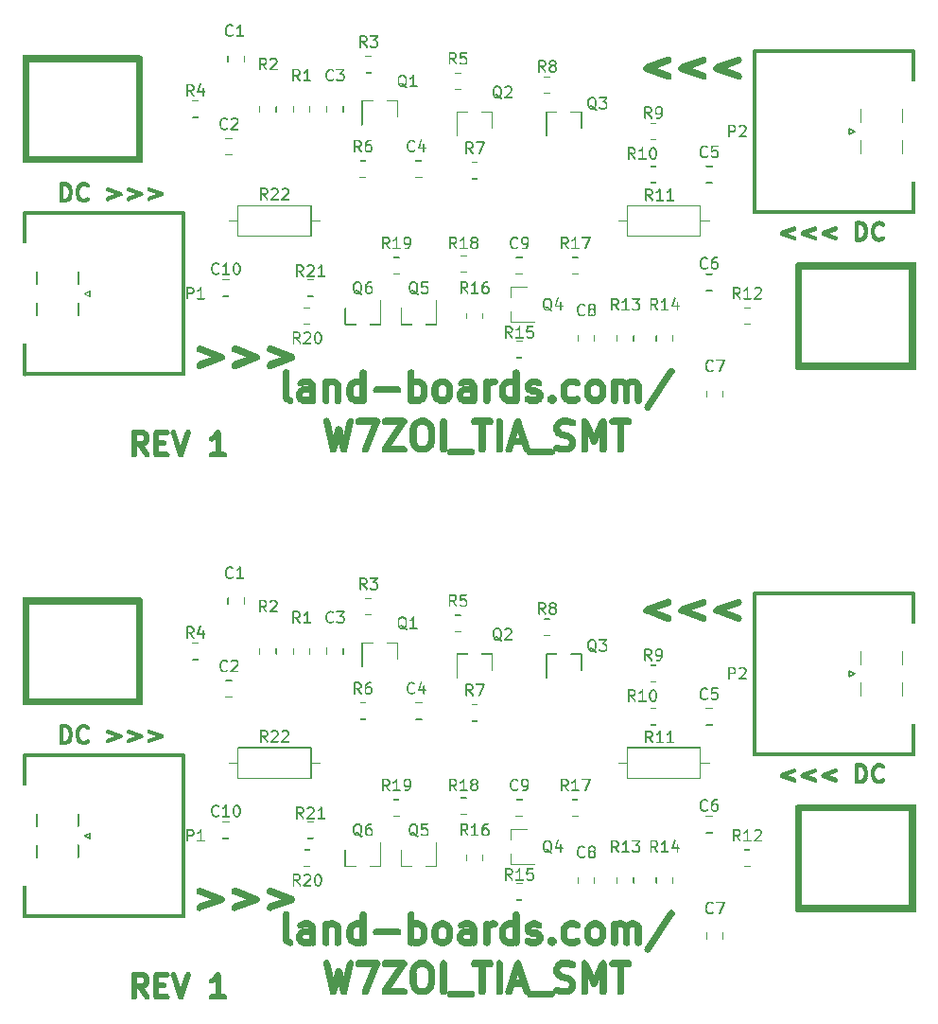
<source format=gto>
%MOIN*%
%OFA0B0*%
%FSLAX36Y36*%
%IPPOS*%
%LPD*%
%LPD*%
G36*
X002677165Y000834857D02*
G01*
X002679445Y000835218D01*
X002724441Y000852091D01*
X002726498Y000853139D01*
X002728129Y000854772D01*
X002729178Y000856830D01*
X002729541Y000859111D01*
X002729178Y000861392D01*
X002728129Y000863449D01*
X002726498Y000865083D01*
X002724441Y000866132D01*
X002722158Y000866493D01*
X002719877Y000866132D01*
X002674882Y000849259D01*
X002672826Y000848210D01*
X002671192Y000846577D01*
X002670145Y000844519D01*
X002669783Y000842238D01*
X002670145Y000839958D01*
X002671192Y000837899D01*
X002672826Y000836267D01*
X002674882Y000835218D01*
X002677165Y000834857D01*
G37*
G36*
X002722158Y000817983D02*
G01*
X002724441Y000818346D01*
X002726498Y000819393D01*
X002728129Y000821027D01*
X002729178Y000823084D01*
X002729541Y000825365D01*
X002729178Y000827647D01*
X002728129Y000829705D01*
X002726498Y000831338D01*
X002724441Y000832385D01*
X002679445Y000849259D01*
X002677165Y000849620D01*
X002674882Y000849259D01*
X002672826Y000848210D01*
X002671192Y000846577D01*
X002670145Y000844519D01*
X002669783Y000842238D01*
X002670145Y000839958D01*
X002671192Y000837899D01*
X002672826Y000836267D01*
X002674882Y000835218D01*
X002719877Y000818346D01*
X002722158Y000817983D01*
G37*
G36*
X002750280Y000834857D02*
G01*
X002752561Y000835218D01*
X002797556Y000852091D01*
X002799614Y000853139D01*
X002801246Y000854772D01*
X002802295Y000856830D01*
X002802657Y000859111D01*
X002802295Y000861392D01*
X002801246Y000863449D01*
X002799614Y000865083D01*
X002797556Y000866132D01*
X002795275Y000866493D01*
X002792992Y000866132D01*
X002747999Y000849259D01*
X002745941Y000848210D01*
X002744308Y000846577D01*
X002743259Y000844519D01*
X002742898Y000842238D01*
X002743259Y000839958D01*
X002744308Y000837899D01*
X002745941Y000836267D01*
X002747999Y000835218D01*
X002750280Y000834857D01*
G37*
G36*
X002795275Y000817983D02*
G01*
X002797556Y000818346D01*
X002799614Y000819393D01*
X002801246Y000821027D01*
X002802295Y000823084D01*
X002802657Y000825365D01*
X002802295Y000827647D01*
X002801246Y000829705D01*
X002799614Y000831338D01*
X002797556Y000832385D01*
X002752561Y000849259D01*
X002750280Y000849620D01*
X002747999Y000849259D01*
X002745941Y000848210D01*
X002744308Y000846577D01*
X002743259Y000844519D01*
X002742898Y000842238D01*
X002743259Y000839958D01*
X002744308Y000837899D01*
X002745941Y000836267D01*
X002747999Y000835218D01*
X002792992Y000818346D01*
X002795275Y000817983D01*
G37*
G36*
X002823396Y000834857D02*
G01*
X002825677Y000835218D01*
X002870672Y000852091D01*
X002872730Y000853139D01*
X002874363Y000854772D01*
X002875411Y000856830D01*
X002875772Y000859111D01*
X002875411Y000861392D01*
X002874363Y000863449D01*
X002872730Y000865083D01*
X002870672Y000866132D01*
X002868390Y000866493D01*
X002866110Y000866132D01*
X002821115Y000849259D01*
X002819057Y000848210D01*
X002817424Y000846577D01*
X002816376Y000844519D01*
X002816014Y000842238D01*
X002816376Y000839958D01*
X002817424Y000837899D01*
X002819057Y000836267D01*
X002821115Y000835218D01*
X002823396Y000834857D01*
G37*
G36*
X002868390Y000817983D02*
G01*
X002870672Y000818346D01*
X002872730Y000819393D01*
X002874363Y000821027D01*
X002875411Y000823084D01*
X002875772Y000825365D01*
X002875411Y000827647D01*
X002874363Y000829705D01*
X002872730Y000831338D01*
X002870672Y000832385D01*
X002825677Y000849259D01*
X002823396Y000849620D01*
X002821115Y000849259D01*
X002819057Y000848210D01*
X002817424Y000846577D01*
X002816376Y000844519D01*
X002816014Y000842238D01*
X002816376Y000839958D01*
X002817424Y000837899D01*
X002819057Y000836267D01*
X002821115Y000835218D01*
X002866110Y000818346D01*
X002868390Y000817983D01*
G37*
G36*
X002941506Y000812359D02*
G01*
X002943787Y000812721D01*
X002945845Y000813769D01*
X002947477Y000815401D01*
X002948526Y000817460D01*
X002948888Y000819741D01*
X002948888Y000878796D01*
X002948526Y000881077D01*
X002947477Y000883134D01*
X002945845Y000884768D01*
X002943787Y000885817D01*
X002941506Y000886178D01*
X002939226Y000885817D01*
X002937167Y000884768D01*
X002935535Y000883134D01*
X002934486Y000881077D01*
X002934124Y000878796D01*
X002934124Y000819741D01*
X002934486Y000817460D01*
X002935535Y000815401D01*
X002937167Y000813769D01*
X002939226Y000812721D01*
X002941506Y000812359D01*
G37*
G36*
X002955566Y000871414D02*
G01*
X002957848Y000871776D01*
X002959907Y000872824D01*
X002961539Y000874457D01*
X002962588Y000876515D01*
X002962949Y000878796D01*
X002962588Y000881077D01*
X002961539Y000883134D01*
X002959907Y000884768D01*
X002957848Y000885817D01*
X002955566Y000886178D01*
X002941506Y000886178D01*
X002939226Y000885817D01*
X002937167Y000884768D01*
X002935535Y000883134D01*
X002934486Y000881077D01*
X002934124Y000878796D01*
X002934486Y000876515D01*
X002935535Y000874457D01*
X002937167Y000872824D01*
X002939226Y000871776D01*
X002941506Y000871414D01*
X002955566Y000871414D01*
G37*
G36*
X002964004Y000868602D02*
G01*
X002966284Y000868963D01*
X002968341Y000870011D01*
X002969975Y000871646D01*
X002971024Y000873703D01*
X002971385Y000875984D01*
X002971024Y000878266D01*
X002969975Y000880323D01*
X002968341Y000881956D01*
X002966284Y000883005D01*
X002957848Y000885817D01*
X002955566Y000886178D01*
X002953285Y000885817D01*
X002951227Y000884768D01*
X002949594Y000883134D01*
X002948547Y000881077D01*
X002948185Y000878796D01*
X002948547Y000876515D01*
X002949594Y000874457D01*
X002951227Y000872824D01*
X002953285Y000871776D01*
X002961722Y000868963D01*
X002964004Y000868602D01*
G37*
G36*
X002969628Y000862978D02*
G01*
X002971909Y000863339D01*
X002973966Y000864388D01*
X002975600Y000866021D01*
X002976647Y000868079D01*
X002977010Y000870360D01*
X002976647Y000872642D01*
X002975600Y000874699D01*
X002969975Y000880323D01*
X002968341Y000881956D01*
X002966284Y000883005D01*
X002964004Y000883366D01*
X002961722Y000883005D01*
X002959665Y000881956D01*
X002958031Y000880323D01*
X002956983Y000878266D01*
X002956622Y000875984D01*
X002956983Y000873703D01*
X002958031Y000871646D01*
X002959665Y000870011D01*
X002959665Y000870011D01*
X002965288Y000864388D01*
X002967347Y000863339D01*
X002969628Y000862978D01*
G37*
G36*
X002972440Y000857353D02*
G01*
X002974721Y000857716D01*
X002976778Y000858763D01*
X002978412Y000860397D01*
X002979461Y000862454D01*
X002979822Y000864734D01*
X002979461Y000867017D01*
X002976647Y000872642D01*
X002975600Y000874699D01*
X002973966Y000876333D01*
X002971909Y000877380D01*
X002969628Y000877742D01*
X002967347Y000877380D01*
X002965288Y000876333D01*
X002963656Y000874699D01*
X002962608Y000872642D01*
X002962246Y000870360D01*
X002962608Y000868079D01*
X002965419Y000862454D01*
X002966468Y000860397D01*
X002968102Y000858763D01*
X002970157Y000857716D01*
X002972440Y000857353D01*
G37*
G36*
X002975251Y000846105D02*
G01*
X002977534Y000846467D01*
X002979592Y000847515D01*
X002981224Y000849148D01*
X002982273Y000851206D01*
X002982634Y000853487D01*
X002982273Y000855768D01*
X002979461Y000867017D01*
X002978412Y000869075D01*
X002976778Y000870708D01*
X002974721Y000871756D01*
X002972440Y000872117D01*
X002970157Y000871756D01*
X002968102Y000870708D01*
X002966468Y000869075D01*
X002965419Y000867017D01*
X002965059Y000864734D01*
X002965419Y000862454D01*
X002968232Y000851206D01*
X002969279Y000849148D01*
X002970912Y000847515D01*
X002972970Y000846467D01*
X002975251Y000846105D01*
G37*
G36*
X002975251Y000837668D02*
G01*
X002977534Y000838031D01*
X002979592Y000839078D01*
X002981224Y000840712D01*
X002982273Y000842769D01*
X002982634Y000845050D01*
X002982634Y000853487D01*
X002982273Y000855768D01*
X002981224Y000857825D01*
X002979592Y000859459D01*
X002977534Y000860508D01*
X002975251Y000860869D01*
X002972970Y000860508D01*
X002970912Y000859459D01*
X002969279Y000857825D01*
X002968232Y000855768D01*
X002967870Y000853487D01*
X002967870Y000845050D01*
X002968232Y000842769D01*
X002969279Y000840712D01*
X002970912Y000839078D01*
X002972970Y000838031D01*
X002975251Y000837668D01*
G37*
G36*
X002972440Y000826419D02*
G01*
X002974721Y000826782D01*
X002976778Y000827830D01*
X002978412Y000829463D01*
X002979461Y000831521D01*
X002982273Y000842769D01*
X002982634Y000845050D01*
X002982273Y000847332D01*
X002981224Y000849390D01*
X002979592Y000851023D01*
X002977534Y000852071D01*
X002975251Y000852431D01*
X002972970Y000852071D01*
X002970912Y000851023D01*
X002969279Y000849390D01*
X002968232Y000847332D01*
X002965419Y000836083D01*
X002965059Y000833802D01*
X002965419Y000831521D01*
X002966468Y000829463D01*
X002968102Y000827830D01*
X002970157Y000826782D01*
X002972440Y000826419D01*
G37*
G36*
X002969628Y000820796D02*
G01*
X002971909Y000821156D01*
X002973966Y000822205D01*
X002975600Y000823838D01*
X002976647Y000825896D01*
X002979461Y000831521D01*
X002979822Y000833802D01*
X002979461Y000836083D01*
X002978412Y000838140D01*
X002976778Y000839774D01*
X002974721Y000840823D01*
X002972440Y000841184D01*
X002970157Y000840823D01*
X002968102Y000839774D01*
X002966468Y000838140D01*
X002965419Y000836083D01*
X002962608Y000830459D01*
X002962246Y000828178D01*
X002962608Y000825896D01*
X002963656Y000823838D01*
X002965288Y000822205D01*
X002967347Y000821156D01*
X002969628Y000820796D01*
G37*
G36*
X002964004Y000815172D02*
G01*
X002966284Y000815533D01*
X002968341Y000816582D01*
X002975600Y000823838D01*
X002976647Y000825896D01*
X002977010Y000828178D01*
X002976647Y000830459D01*
X002975600Y000832516D01*
X002973966Y000834148D01*
X002971909Y000835199D01*
X002969628Y000835560D01*
X002967347Y000835199D01*
X002965288Y000834148D01*
X002958031Y000826892D01*
X002956983Y000824834D01*
X002956622Y000822553D01*
X002956983Y000820273D01*
X002958031Y000818214D01*
X002959665Y000816582D01*
X002961722Y000815533D01*
X002964004Y000815172D01*
G37*
G36*
X002955566Y000812359D02*
G01*
X002957848Y000812721D01*
X002966284Y000815533D01*
X002968341Y000816582D01*
X002969975Y000818214D01*
X002971024Y000820273D01*
X002971385Y000822553D01*
X002971024Y000824834D01*
X002969975Y000826892D01*
X002968341Y000828524D01*
X002966284Y000829574D01*
X002964004Y000829935D01*
X002961722Y000829574D01*
X002953285Y000826762D01*
X002951227Y000825713D01*
X002949594Y000824080D01*
X002948547Y000822022D01*
X002948185Y000819741D01*
X002948547Y000817460D01*
X002949594Y000815401D01*
X002951227Y000813769D01*
X002953285Y000812721D01*
X002955566Y000812359D01*
G37*
G36*
X002955566Y000812359D02*
G01*
X002957848Y000812721D01*
X002959907Y000813769D01*
X002961539Y000815401D01*
X002962588Y000817460D01*
X002962949Y000819741D01*
X002962588Y000822022D01*
X002961539Y000824080D01*
X002959907Y000825713D01*
X002957848Y000826762D01*
X002955566Y000827123D01*
X002941506Y000827123D01*
X002939226Y000826762D01*
X002937167Y000825713D01*
X002935535Y000824080D01*
X002934486Y000822022D01*
X002934124Y000819741D01*
X002934486Y000817460D01*
X002935535Y000815401D01*
X002937167Y000813769D01*
X002939226Y000812721D01*
X002941506Y000812359D01*
X002955566Y000812359D01*
G37*
G36*
X003031496Y000815172D02*
G01*
X003033776Y000815533D01*
X003035834Y000816582D01*
X003037467Y000818214D01*
X003039525Y000820273D01*
X003040280Y000821027D01*
X003041329Y000823084D01*
X003041689Y000825365D01*
X003041329Y000827647D01*
X003040280Y000829705D01*
X003038647Y000831338D01*
X003036589Y000832385D01*
X003034306Y000832747D01*
X003032025Y000832385D01*
X003029967Y000831338D01*
X003025523Y000826892D01*
X003024475Y000824834D01*
X003024114Y000822553D01*
X003024475Y000820273D01*
X003025523Y000818214D01*
X003027157Y000816582D01*
X003029213Y000815533D01*
X003031496Y000815172D01*
G37*
G36*
X003023059Y000812359D02*
G01*
X003025339Y000812721D01*
X003033776Y000815533D01*
X003035834Y000816582D01*
X003037467Y000818214D01*
X003038516Y000820273D01*
X003038877Y000822553D01*
X003038516Y000824834D01*
X003037467Y000826892D01*
X003035834Y000828524D01*
X003033776Y000829574D01*
X003031496Y000829935D01*
X003029213Y000829574D01*
X003020777Y000826762D01*
X003018720Y000825713D01*
X003017086Y000824080D01*
X003016039Y000822022D01*
X003015677Y000819741D01*
X003016039Y000817460D01*
X003017086Y000815401D01*
X003018720Y000813769D01*
X003020777Y000812721D01*
X003023059Y000812359D01*
G37*
G36*
X003023059Y000812359D02*
G01*
X003025339Y000812721D01*
X003027396Y000813769D01*
X003029030Y000815401D01*
X003030079Y000817460D01*
X003030440Y000819741D01*
X003030079Y000822022D01*
X003029030Y000824080D01*
X003027396Y000825713D01*
X003025339Y000826762D01*
X003023059Y000827123D01*
X003017433Y000827123D01*
X003015153Y000826762D01*
X003013095Y000825713D01*
X003011462Y000824080D01*
X003010413Y000822022D01*
X003010053Y000819741D01*
X003010413Y000817460D01*
X003011462Y000815401D01*
X003013095Y000813769D01*
X003015153Y000812721D01*
X003017433Y000812359D01*
X003023059Y000812359D01*
G37*
G36*
X003017433Y000812359D02*
G01*
X003019716Y000812721D01*
X003021773Y000813769D01*
X003023406Y000815401D01*
X003024454Y000817460D01*
X003024817Y000819741D01*
X003024454Y000822022D01*
X003023406Y000824080D01*
X003021773Y000825713D01*
X003019716Y000826762D01*
X003011279Y000829574D01*
X003008998Y000829935D01*
X003006716Y000829574D01*
X003004659Y000828524D01*
X003003027Y000826892D01*
X003001978Y000824834D01*
X003001616Y000822553D01*
X003001978Y000820273D01*
X003003027Y000818214D01*
X003004659Y000816582D01*
X003006716Y000815533D01*
X003015153Y000812721D01*
X003017433Y000812359D01*
G37*
G36*
X003008998Y000815172D02*
G01*
X003011279Y000815533D01*
X003013336Y000816582D01*
X003014970Y000818214D01*
X003016018Y000820273D01*
X003016380Y000822553D01*
X003016018Y000824834D01*
X003014970Y000826892D01*
X003007712Y000834148D01*
X003005654Y000835199D01*
X003003374Y000835560D01*
X003001092Y000835199D01*
X002999035Y000834148D01*
X002997401Y000832516D01*
X002996354Y000830459D01*
X002995992Y000828178D01*
X002996354Y000825896D01*
X002997401Y000823838D01*
X003004659Y000816582D01*
X003006716Y000815533D01*
X003008998Y000815172D01*
G37*
G36*
X003003374Y000820796D02*
G01*
X003005654Y000821156D01*
X003007712Y000822205D01*
X003009345Y000823838D01*
X003010394Y000825896D01*
X003010756Y000828178D01*
X003010394Y000830459D01*
X003007581Y000836083D01*
X003006531Y000838140D01*
X003004900Y000839774D01*
X003002843Y000840823D01*
X003000561Y000841184D01*
X002998281Y000840823D01*
X002996223Y000839774D01*
X002994590Y000838140D01*
X002993541Y000836083D01*
X002993179Y000833802D01*
X002993541Y000831521D01*
X002996354Y000825896D01*
X002997401Y000823838D01*
X002999035Y000822205D01*
X003001092Y000821156D01*
X003003374Y000820796D01*
G37*
G36*
X003000561Y000826419D02*
G01*
X003002843Y000826782D01*
X003004900Y000827830D01*
X003006531Y000829463D01*
X003007581Y000831521D01*
X003007942Y000833802D01*
X003007581Y000836083D01*
X003004769Y000847332D01*
X003003721Y000849390D01*
X003002088Y000851023D01*
X003000031Y000852071D01*
X002997748Y000852431D01*
X002995468Y000852071D01*
X002993410Y000851023D01*
X002991777Y000849390D01*
X002990728Y000847332D01*
X002990368Y000845050D01*
X002990728Y000842769D01*
X002993541Y000831521D01*
X002994590Y000829463D01*
X002996223Y000827830D01*
X002998281Y000826782D01*
X003000561Y000826419D01*
G37*
G36*
X002997748Y000837668D02*
G01*
X003000031Y000838031D01*
X003002088Y000839078D01*
X003003721Y000840712D01*
X003004769Y000842769D01*
X003005132Y000845050D01*
X003005132Y000853487D01*
X003004769Y000855768D01*
X003003721Y000857825D01*
X003002088Y000859459D01*
X003000031Y000860508D01*
X002997748Y000860869D01*
X002995468Y000860508D01*
X002993410Y000859459D01*
X002991777Y000857825D01*
X002990728Y000855768D01*
X002990368Y000853487D01*
X002990368Y000845050D01*
X002990728Y000842769D01*
X002991777Y000840712D01*
X002993410Y000839078D01*
X002995468Y000838031D01*
X002997748Y000837668D01*
G37*
G36*
X002997748Y000846105D02*
G01*
X003000031Y000846467D01*
X003002088Y000847515D01*
X003003721Y000849148D01*
X003004769Y000851206D01*
X003007581Y000862454D01*
X003007942Y000864734D01*
X003007581Y000867017D01*
X003006531Y000869075D01*
X003004900Y000870708D01*
X003002843Y000871756D01*
X003000561Y000872117D01*
X002998281Y000871756D01*
X002996223Y000870708D01*
X002994590Y000869075D01*
X002993541Y000867017D01*
X002990728Y000855768D01*
X002990368Y000853487D01*
X002990728Y000851206D01*
X002991777Y000849148D01*
X002993410Y000847515D01*
X002995468Y000846467D01*
X002997748Y000846105D01*
G37*
G36*
X003000561Y000857353D02*
G01*
X003002843Y000857716D01*
X003004900Y000858763D01*
X003006531Y000860397D01*
X003007581Y000862454D01*
X003010394Y000868079D01*
X003010756Y000870360D01*
X003010394Y000872642D01*
X003009345Y000874699D01*
X003007712Y000876333D01*
X003005654Y000877380D01*
X003003374Y000877742D01*
X003001092Y000877380D01*
X002999035Y000876333D01*
X002997401Y000874699D01*
X002996354Y000872642D01*
X002993541Y000867017D01*
X002993179Y000864734D01*
X002993541Y000862454D01*
X002994590Y000860397D01*
X002996223Y000858763D01*
X002998281Y000857716D01*
X003000561Y000857353D01*
G37*
G36*
X003003374Y000862978D02*
G01*
X003005654Y000863339D01*
X003007712Y000864388D01*
X003013336Y000870011D01*
X003013336Y000870011D01*
X003014970Y000871646D01*
X003016018Y000873703D01*
X003016380Y000875984D01*
X003016018Y000878266D01*
X003014970Y000880323D01*
X003013336Y000881956D01*
X003011279Y000883005D01*
X003008998Y000883366D01*
X003006716Y000883005D01*
X003004659Y000881956D01*
X003003027Y000880323D01*
X002997401Y000874699D01*
X002996354Y000872642D01*
X002995992Y000870360D01*
X002996354Y000868079D01*
X002997401Y000866021D01*
X002999035Y000864388D01*
X003001092Y000863339D01*
X003003374Y000862978D01*
G37*
G36*
X003008998Y000868602D02*
G01*
X003011279Y000868963D01*
X003019716Y000871776D01*
X003021773Y000872824D01*
X003023406Y000874457D01*
X003024454Y000876515D01*
X003024817Y000878796D01*
X003024454Y000881077D01*
X003023406Y000883134D01*
X003021773Y000884768D01*
X003019716Y000885817D01*
X003017433Y000886178D01*
X003015153Y000885817D01*
X003006716Y000883005D01*
X003004659Y000881956D01*
X003003027Y000880323D01*
X003001978Y000878266D01*
X003001616Y000875984D01*
X003001978Y000873703D01*
X003003027Y000871646D01*
X003004659Y000870011D01*
X003006716Y000868963D01*
X003008998Y000868602D01*
G37*
G36*
X003023059Y000871414D02*
G01*
X003025339Y000871776D01*
X003027396Y000872824D01*
X003029030Y000874457D01*
X003030079Y000876515D01*
X003030440Y000878796D01*
X003030079Y000881077D01*
X003029030Y000883134D01*
X003027396Y000884768D01*
X003025339Y000885817D01*
X003023059Y000886178D01*
X003017433Y000886178D01*
X003015153Y000885817D01*
X003013095Y000884768D01*
X003011462Y000883134D01*
X003010413Y000881077D01*
X003010053Y000878796D01*
X003010413Y000876515D01*
X003011462Y000874457D01*
X003013095Y000872824D01*
X003015153Y000871776D01*
X003017433Y000871414D01*
X003023059Y000871414D01*
G37*
G36*
X003031496Y000868602D02*
G01*
X003033776Y000868963D01*
X003035834Y000870011D01*
X003037467Y000871646D01*
X003038516Y000873703D01*
X003038877Y000875984D01*
X003038516Y000878266D01*
X003037467Y000880323D01*
X003035834Y000881956D01*
X003033776Y000883005D01*
X003025339Y000885817D01*
X003023059Y000886178D01*
X003020777Y000885817D01*
X003018720Y000884768D01*
X003017086Y000883134D01*
X003016039Y000881077D01*
X003015677Y000878796D01*
X003016039Y000876515D01*
X003017086Y000874457D01*
X003018720Y000872824D01*
X003020777Y000871776D01*
X003029213Y000868963D01*
X003031496Y000868602D01*
G37*
G36*
X003034306Y000865790D02*
G01*
X003036589Y000866152D01*
X003038647Y000867200D01*
X003040280Y000868833D01*
X003041329Y000870891D01*
X003041689Y000873172D01*
X003041329Y000875453D01*
X003040280Y000877511D01*
X003035834Y000881956D01*
X003033776Y000883005D01*
X003031496Y000883366D01*
X003029213Y000883005D01*
X003027157Y000881956D01*
X003025523Y000880323D01*
X003024475Y000878266D01*
X003024114Y000875984D01*
X003024475Y000873703D01*
X003025523Y000871646D01*
X003029967Y000867200D01*
X003032025Y000866152D01*
X003034306Y000865790D01*
G37*
G36*
X000137794Y000950154D02*
G01*
X000140076Y000950516D01*
X000142133Y000951563D01*
X000143766Y000953197D01*
X000144815Y000955255D01*
X000145175Y000957536D01*
X000145175Y001016591D01*
X000144815Y001018872D01*
X000143766Y001020931D01*
X000142133Y001022564D01*
X000140076Y001023612D01*
X000137794Y001023973D01*
X000135513Y001023612D01*
X000133456Y001022564D01*
X000131822Y001020931D01*
X000130774Y001018872D01*
X000130412Y001016591D01*
X000130412Y000957536D01*
X000130774Y000955255D01*
X000131822Y000953197D01*
X000133456Y000951563D01*
X000135513Y000950516D01*
X000137794Y000950154D01*
G37*
G36*
X000151855Y001009209D02*
G01*
X000154136Y001009571D01*
X000156194Y001010618D01*
X000157828Y001012253D01*
X000158875Y001014310D01*
X000159237Y001016591D01*
X000158875Y001018872D01*
X000157828Y001020931D01*
X000156194Y001022564D01*
X000154136Y001023612D01*
X000151855Y001023973D01*
X000137794Y001023973D01*
X000135513Y001023612D01*
X000133456Y001022564D01*
X000131822Y001020931D01*
X000130774Y001018872D01*
X000130412Y001016591D01*
X000130774Y001014310D01*
X000131822Y001012253D01*
X000133456Y001010618D01*
X000135513Y001009571D01*
X000137794Y001009209D01*
X000151855Y001009209D01*
G37*
G36*
X000160291Y001006397D02*
G01*
X000162572Y001006759D01*
X000164630Y001007808D01*
X000166264Y001009441D01*
X000167313Y001011498D01*
X000167673Y001013779D01*
X000167313Y001016061D01*
X000166264Y001018118D01*
X000164630Y001019752D01*
X000162572Y001020799D01*
X000154136Y001023612D01*
X000151855Y001023973D01*
X000149574Y001023612D01*
X000147516Y001022564D01*
X000145883Y001020931D01*
X000144834Y001018872D01*
X000144473Y001016591D01*
X000144834Y001014310D01*
X000145883Y001012253D01*
X000147516Y001010618D01*
X000149574Y001009571D01*
X000158010Y001006759D01*
X000160291Y001006397D01*
G37*
G36*
X000165915Y001000772D02*
G01*
X000168197Y001001134D01*
X000170255Y001002183D01*
X000171887Y001003816D01*
X000172936Y001005873D01*
X000173297Y001008154D01*
X000172936Y001010437D01*
X000171887Y001012494D01*
X000164630Y001019752D01*
X000162572Y001020799D01*
X000160291Y001021161D01*
X000158010Y001020799D01*
X000155952Y001019752D01*
X000154319Y001018118D01*
X000153271Y001016061D01*
X000152909Y001013779D01*
X000153271Y001011498D01*
X000154319Y001009441D01*
X000155952Y001007808D01*
X000161576Y001002183D01*
X000163634Y001001134D01*
X000165915Y001000772D01*
G37*
G36*
X000168728Y000995148D02*
G01*
X000171009Y000995511D01*
X000173067Y000996559D01*
X000174699Y000998192D01*
X000175749Y001000250D01*
X000176109Y001002531D01*
X000175749Y001004812D01*
X000172936Y001010437D01*
X000171887Y001012494D01*
X000170255Y001014127D01*
X000168197Y001015174D01*
X000165915Y001015536D01*
X000163634Y001015174D01*
X000161576Y001014127D01*
X000159944Y001012494D01*
X000158895Y001010437D01*
X000158532Y001008154D01*
X000158895Y001005873D01*
X000161708Y001000250D01*
X000162756Y000998192D01*
X000164388Y000996559D01*
X000166446Y000995511D01*
X000168728Y000995148D01*
G37*
G36*
X000171540Y000983901D02*
G01*
X000173821Y000984262D01*
X000175879Y000985310D01*
X000177513Y000986943D01*
X000178560Y000989001D01*
X000178922Y000991283D01*
X000178560Y000993563D01*
X000175749Y001004812D01*
X000174699Y001006869D01*
X000173067Y001008502D01*
X000171009Y001009551D01*
X000168728Y001009911D01*
X000166446Y001009551D01*
X000164388Y001008502D01*
X000162756Y001006869D01*
X000161708Y001004812D01*
X000161346Y001002531D01*
X000161708Y001000250D01*
X000164519Y000989001D01*
X000165568Y000986943D01*
X000167201Y000985310D01*
X000169259Y000984262D01*
X000171540Y000983901D01*
G37*
G36*
X000171540Y000975464D02*
G01*
X000173821Y000975825D01*
X000175879Y000976874D01*
X000177513Y000978507D01*
X000178560Y000980564D01*
X000178922Y000982845D01*
X000178922Y000991283D01*
X000178560Y000993563D01*
X000177513Y000995621D01*
X000175879Y000997254D01*
X000173821Y000998303D01*
X000171540Y000998664D01*
X000169259Y000998303D01*
X000167201Y000997254D01*
X000165568Y000995621D01*
X000164519Y000993563D01*
X000164158Y000991283D01*
X000164158Y000982845D01*
X000164519Y000980564D01*
X000165568Y000978507D01*
X000167201Y000976874D01*
X000169259Y000975825D01*
X000171540Y000975464D01*
G37*
G36*
X000168728Y000964216D02*
G01*
X000171009Y000964577D01*
X000173067Y000965625D01*
X000174699Y000967258D01*
X000175749Y000969316D01*
X000178560Y000980564D01*
X000178922Y000982845D01*
X000178560Y000985127D01*
X000177513Y000987185D01*
X000175879Y000988818D01*
X000173821Y000989866D01*
X000171540Y000990226D01*
X000169259Y000989866D01*
X000167201Y000988818D01*
X000165568Y000987185D01*
X000164519Y000985127D01*
X000161708Y000973878D01*
X000161346Y000971598D01*
X000161708Y000969316D01*
X000162756Y000967258D01*
X000164388Y000965625D01*
X000166446Y000964577D01*
X000168728Y000964216D01*
G37*
G36*
X000165915Y000958591D02*
G01*
X000168197Y000958951D01*
X000170255Y000960001D01*
X000171887Y000961634D01*
X000172936Y000963691D01*
X000175749Y000969316D01*
X000176109Y000971598D01*
X000175749Y000973878D01*
X000174699Y000975935D01*
X000173067Y000977569D01*
X000171009Y000978618D01*
X000168728Y000978979D01*
X000166446Y000978618D01*
X000164388Y000977569D01*
X000162756Y000975935D01*
X000161708Y000973878D01*
X000158895Y000968254D01*
X000158532Y000965973D01*
X000158895Y000963691D01*
X000159944Y000961634D01*
X000161576Y000960001D01*
X000163634Y000958951D01*
X000165915Y000958591D01*
G37*
G36*
X000160291Y000952967D02*
G01*
X000162572Y000953328D01*
X000164630Y000954377D01*
X000171887Y000961634D01*
X000172936Y000963691D01*
X000173297Y000965973D01*
X000172936Y000968254D01*
X000171887Y000970311D01*
X000170255Y000971945D01*
X000168197Y000972994D01*
X000165915Y000973355D01*
X000163634Y000972994D01*
X000161576Y000971945D01*
X000154319Y000964686D01*
X000153271Y000962629D01*
X000152909Y000960349D01*
X000153271Y000958068D01*
X000154319Y000956009D01*
X000155952Y000954377D01*
X000158010Y000953328D01*
X000160291Y000952967D01*
G37*
G36*
X000151855Y000950154D02*
G01*
X000154136Y000950516D01*
X000162572Y000953328D01*
X000164630Y000954377D01*
X000166264Y000956009D01*
X000167313Y000958068D01*
X000167673Y000960349D01*
X000167313Y000962629D01*
X000166264Y000964686D01*
X000164630Y000966320D01*
X000162572Y000967370D01*
X000160291Y000967731D01*
X000158010Y000967370D01*
X000149574Y000964557D01*
X000147516Y000963509D01*
X000145883Y000961875D01*
X000144834Y000959818D01*
X000144473Y000957536D01*
X000144834Y000955255D01*
X000145883Y000953197D01*
X000147516Y000951563D01*
X000149574Y000950516D01*
X000151855Y000950154D01*
G37*
G36*
X000151855Y000950154D02*
G01*
X000154136Y000950516D01*
X000156194Y000951563D01*
X000157828Y000953197D01*
X000158875Y000955255D01*
X000159237Y000957536D01*
X000158875Y000959818D01*
X000157828Y000961875D01*
X000156194Y000963509D01*
X000154136Y000964557D01*
X000151855Y000964918D01*
X000137794Y000964918D01*
X000135513Y000964557D01*
X000133456Y000963509D01*
X000131822Y000961875D01*
X000130774Y000959818D01*
X000130412Y000957536D01*
X000130774Y000955255D01*
X000131822Y000953197D01*
X000133456Y000951563D01*
X000135513Y000950516D01*
X000137794Y000950154D01*
X000151855Y000950154D01*
G37*
G36*
X000227783Y000952967D02*
G01*
X000230064Y000953328D01*
X000232122Y000954377D01*
X000236568Y000958822D01*
X000237615Y000960879D01*
X000237977Y000963160D01*
X000237615Y000965442D01*
X000236568Y000967500D01*
X000234933Y000969133D01*
X000232875Y000970180D01*
X000230594Y000970542D01*
X000228313Y000970180D01*
X000226256Y000969133D01*
X000221811Y000964686D01*
X000220763Y000962629D01*
X000220401Y000960349D01*
X000220763Y000958068D01*
X000221811Y000956009D01*
X000223443Y000954377D01*
X000225502Y000953328D01*
X000227783Y000952967D01*
G37*
G36*
X000219346Y000950154D02*
G01*
X000221627Y000950516D01*
X000230064Y000953328D01*
X000232122Y000954377D01*
X000233755Y000956009D01*
X000234804Y000958068D01*
X000235165Y000960349D01*
X000234804Y000962629D01*
X000233755Y000964686D01*
X000232122Y000966320D01*
X000230064Y000967370D01*
X000227783Y000967731D01*
X000225502Y000967370D01*
X000217065Y000964557D01*
X000215007Y000963509D01*
X000213373Y000961875D01*
X000212326Y000959818D01*
X000211965Y000957536D01*
X000212326Y000955255D01*
X000213373Y000953197D01*
X000215007Y000951563D01*
X000217065Y000950516D01*
X000219346Y000950154D01*
G37*
G36*
X000219346Y000950154D02*
G01*
X000221627Y000950516D01*
X000223686Y000951563D01*
X000225319Y000953197D01*
X000226368Y000955255D01*
X000226728Y000957536D01*
X000226368Y000959818D01*
X000225319Y000961875D01*
X000223686Y000963509D01*
X000221627Y000964557D01*
X000219346Y000964918D01*
X000213721Y000964918D01*
X000211442Y000964557D01*
X000209383Y000963509D01*
X000207750Y000961875D01*
X000206701Y000959818D01*
X000206341Y000957536D01*
X000206701Y000955255D01*
X000207750Y000953197D01*
X000209383Y000951563D01*
X000211442Y000950516D01*
X000213721Y000950154D01*
X000219346Y000950154D01*
G37*
G36*
X000213721Y000950154D02*
G01*
X000216004Y000950516D01*
X000218061Y000951563D01*
X000219694Y000953197D01*
X000220743Y000955255D01*
X000221105Y000957536D01*
X000220743Y000959818D01*
X000219694Y000961875D01*
X000218061Y000963509D01*
X000216004Y000964557D01*
X000207567Y000967370D01*
X000205286Y000967731D01*
X000203003Y000967370D01*
X000200947Y000966320D01*
X000199314Y000964686D01*
X000198265Y000962629D01*
X000197903Y000960349D01*
X000198265Y000958068D01*
X000199314Y000956009D01*
X000200947Y000954377D01*
X000203003Y000953328D01*
X000211442Y000950516D01*
X000213721Y000950154D01*
G37*
G36*
X000205286Y000952967D02*
G01*
X000207567Y000953328D01*
X000209625Y000954377D01*
X000211257Y000956009D01*
X000212306Y000958068D01*
X000212667Y000960349D01*
X000212306Y000962629D01*
X000211257Y000964686D01*
X000204001Y000971945D01*
X000201942Y000972994D01*
X000199661Y000973355D01*
X000197380Y000972994D01*
X000195322Y000971945D01*
X000193689Y000970311D01*
X000192641Y000968254D01*
X000192279Y000965973D01*
X000192641Y000963691D01*
X000193689Y000961634D01*
X000200947Y000954377D01*
X000203003Y000953328D01*
X000205286Y000952967D01*
G37*
G36*
X000199661Y000958591D02*
G01*
X000201942Y000958951D01*
X000204001Y000960001D01*
X000205634Y000961634D01*
X000206683Y000963691D01*
X000207043Y000965973D01*
X000206683Y000968254D01*
X000203870Y000973878D01*
X000202821Y000975935D01*
X000201188Y000977569D01*
X000199131Y000978618D01*
X000196849Y000978979D01*
X000194568Y000978618D01*
X000192511Y000977569D01*
X000190877Y000975935D01*
X000189829Y000973878D01*
X000189467Y000971598D01*
X000189829Y000969316D01*
X000192641Y000963691D01*
X000193689Y000961634D01*
X000195322Y000960001D01*
X000197380Y000958951D01*
X000199661Y000958591D01*
G37*
G36*
X000196849Y000964216D02*
G01*
X000199131Y000964577D01*
X000201188Y000965625D01*
X000202821Y000967258D01*
X000203870Y000969316D01*
X000204230Y000971598D01*
X000203870Y000973878D01*
X000201057Y000985127D01*
X000200009Y000987185D01*
X000198376Y000988818D01*
X000196319Y000989866D01*
X000194037Y000990226D01*
X000191757Y000989866D01*
X000189698Y000988818D01*
X000188065Y000987185D01*
X000187016Y000985127D01*
X000186656Y000982845D01*
X000187016Y000980564D01*
X000189829Y000969316D01*
X000190877Y000967258D01*
X000192511Y000965625D01*
X000194568Y000964577D01*
X000196849Y000964216D01*
G37*
G36*
X000194037Y000975464D02*
G01*
X000196319Y000975825D01*
X000198376Y000976874D01*
X000200009Y000978507D01*
X000201057Y000980564D01*
X000201420Y000982845D01*
X000201420Y000991283D01*
X000201057Y000993563D01*
X000200009Y000995621D01*
X000198376Y000997254D01*
X000196319Y000998303D01*
X000194037Y000998664D01*
X000191757Y000998303D01*
X000189698Y000997254D01*
X000188065Y000995621D01*
X000187016Y000993563D01*
X000186656Y000991283D01*
X000186656Y000982845D01*
X000187016Y000980564D01*
X000188065Y000978507D01*
X000189698Y000976874D01*
X000191757Y000975825D01*
X000194037Y000975464D01*
G37*
G36*
X000194037Y000983901D02*
G01*
X000196319Y000984262D01*
X000198376Y000985310D01*
X000200009Y000986943D01*
X000201057Y000989001D01*
X000203870Y001000250D01*
X000204230Y001002531D01*
X000203870Y001004812D01*
X000202821Y001006869D01*
X000201188Y001008502D01*
X000199131Y001009551D01*
X000196849Y001009911D01*
X000194568Y001009551D01*
X000192511Y001008502D01*
X000190877Y001006869D01*
X000189829Y001004812D01*
X000187016Y000993563D01*
X000186656Y000991283D01*
X000187016Y000989001D01*
X000188065Y000986943D01*
X000189698Y000985310D01*
X000191757Y000984262D01*
X000194037Y000983901D01*
G37*
G36*
X000196849Y000995148D02*
G01*
X000199131Y000995511D01*
X000201188Y000996559D01*
X000202821Y000998192D01*
X000203870Y001000250D01*
X000206683Y001005873D01*
X000207043Y001008154D01*
X000206683Y001010437D01*
X000205634Y001012494D01*
X000204001Y001014127D01*
X000201942Y001015174D01*
X000199661Y001015536D01*
X000197380Y001015174D01*
X000195322Y001014127D01*
X000193689Y001012494D01*
X000192641Y001010437D01*
X000189829Y001004812D01*
X000189467Y001002531D01*
X000189829Y001000250D01*
X000190877Y000998192D01*
X000192511Y000996559D01*
X000194568Y000995511D01*
X000196849Y000995148D01*
G37*
G36*
X000199661Y001000772D02*
G01*
X000201942Y001001134D01*
X000204001Y001002183D01*
X000209625Y001007808D01*
X000211257Y001009441D01*
X000212306Y001011498D01*
X000212667Y001013779D01*
X000212306Y001016061D01*
X000211257Y001018118D01*
X000209625Y001019752D01*
X000207567Y001020799D01*
X000205286Y001021161D01*
X000203003Y001020799D01*
X000200947Y001019752D01*
X000193689Y001012494D01*
X000192641Y001010437D01*
X000192279Y001008154D01*
X000192641Y001005873D01*
X000193689Y001003816D01*
X000195322Y001002183D01*
X000197380Y001001134D01*
X000199661Y001000772D01*
G37*
G36*
X000205286Y001006397D02*
G01*
X000207567Y001006759D01*
X000216004Y001009571D01*
X000218061Y001010618D01*
X000219694Y001012253D01*
X000220743Y001014310D01*
X000221105Y001016591D01*
X000220743Y001018872D01*
X000219694Y001020931D01*
X000218061Y001022564D01*
X000216004Y001023612D01*
X000213721Y001023973D01*
X000211442Y001023612D01*
X000203003Y001020799D01*
X000200947Y001019752D01*
X000199314Y001018118D01*
X000198265Y001016061D01*
X000197903Y001013779D01*
X000198265Y001011498D01*
X000199314Y001009441D01*
X000200947Y001007808D01*
X000203003Y001006759D01*
X000205286Y001006397D01*
G37*
G36*
X000219346Y001009209D02*
G01*
X000221627Y001009571D01*
X000223686Y001010618D01*
X000225319Y001012253D01*
X000226368Y001014310D01*
X000226728Y001016591D01*
X000226368Y001018872D01*
X000225319Y001020931D01*
X000223686Y001022564D01*
X000221627Y001023612D01*
X000219346Y001023973D01*
X000213721Y001023973D01*
X000211442Y001023612D01*
X000209383Y001022564D01*
X000207750Y001020931D01*
X000206701Y001018872D01*
X000206341Y001016591D01*
X000206701Y001014310D01*
X000207750Y001012253D01*
X000209383Y001010618D01*
X000211442Y001009571D01*
X000213721Y001009209D01*
X000219346Y001009209D01*
G37*
G36*
X000227783Y001006397D02*
G01*
X000230064Y001006759D01*
X000232122Y001007808D01*
X000233755Y001009441D01*
X000234804Y001011498D01*
X000235165Y001013779D01*
X000234804Y001016061D01*
X000233755Y001018118D01*
X000232122Y001019752D01*
X000230064Y001020799D01*
X000221627Y001023612D01*
X000219346Y001023973D01*
X000217065Y001023612D01*
X000215007Y001022564D01*
X000213373Y001020931D01*
X000212326Y001018872D01*
X000211965Y001016591D01*
X000212326Y001014310D01*
X000213373Y001012253D01*
X000215007Y001010618D01*
X000217065Y001009571D01*
X000225502Y001006759D01*
X000227783Y001006397D01*
G37*
G36*
X000230594Y001003586D02*
G01*
X000232875Y001003946D01*
X000234933Y001004995D01*
X000236568Y001006628D01*
X000237615Y001008686D01*
X000237977Y001010968D01*
X000237615Y001013247D01*
X000236568Y001015306D01*
X000232122Y001019752D01*
X000230064Y001020799D01*
X000227783Y001021161D01*
X000225502Y001020799D01*
X000223443Y001019752D01*
X000221811Y001018118D01*
X000220763Y001016061D01*
X000220401Y001013779D01*
X000220763Y001011498D01*
X000221811Y001009441D01*
X000223443Y001007808D01*
X000226256Y001004995D01*
X000228313Y001003946D01*
X000230594Y001003586D01*
G37*
G36*
X000345893Y000972652D02*
G01*
X000348174Y000973013D01*
X000350232Y000974062D01*
X000351865Y000975694D01*
X000352914Y000977753D01*
X000353275Y000980034D01*
X000352914Y000982314D01*
X000351865Y000984372D01*
X000350232Y000986005D01*
X000348174Y000987055D01*
X000303180Y001003927D01*
X000300899Y001004288D01*
X000298618Y001003927D01*
X000296560Y001002879D01*
X000294927Y001001246D01*
X000293878Y000999188D01*
X000293517Y000996906D01*
X000293878Y000994625D01*
X000294927Y000992568D01*
X000296560Y000990934D01*
X000298618Y000989886D01*
X000343612Y000973013D01*
X000345893Y000972652D01*
G37*
G36*
X000300899Y000955779D02*
G01*
X000303180Y000956141D01*
X000348174Y000973013D01*
X000350232Y000974062D01*
X000351865Y000975694D01*
X000352914Y000977753D01*
X000353275Y000980034D01*
X000352914Y000982314D01*
X000351865Y000984372D01*
X000350232Y000986005D01*
X000348174Y000987055D01*
X000345893Y000987416D01*
X000343612Y000987055D01*
X000298618Y000970180D01*
X000296560Y000969133D01*
X000294927Y000967500D01*
X000293878Y000965442D01*
X000293517Y000963160D01*
X000293878Y000960879D01*
X000294927Y000958822D01*
X000296560Y000957188D01*
X000298618Y000956141D01*
X000300899Y000955779D01*
G37*
G36*
X000419009Y000972652D02*
G01*
X000421290Y000973013D01*
X000423348Y000974062D01*
X000424980Y000975694D01*
X000426029Y000977753D01*
X000426391Y000980034D01*
X000426029Y000982314D01*
X000424980Y000984372D01*
X000423348Y000986005D01*
X000421290Y000987055D01*
X000376296Y001003927D01*
X000374015Y001004288D01*
X000371733Y001003927D01*
X000369676Y001002879D01*
X000368043Y001001246D01*
X000366994Y000999188D01*
X000366631Y000996906D01*
X000366994Y000994625D01*
X000368043Y000992568D01*
X000369676Y000990934D01*
X000371733Y000989886D01*
X000416728Y000973013D01*
X000419009Y000972652D01*
G37*
G36*
X000374015Y000955779D02*
G01*
X000376296Y000956141D01*
X000421290Y000973013D01*
X000423348Y000974062D01*
X000424980Y000975694D01*
X000426029Y000977753D01*
X000426391Y000980034D01*
X000426029Y000982314D01*
X000424980Y000984372D01*
X000423348Y000986005D01*
X000421290Y000987055D01*
X000419009Y000987416D01*
X000416728Y000987055D01*
X000371733Y000970180D01*
X000369676Y000969133D01*
X000368043Y000967500D01*
X000366994Y000965442D01*
X000366631Y000963160D01*
X000366994Y000960879D01*
X000368043Y000958822D01*
X000369676Y000957188D01*
X000371733Y000956141D01*
X000374015Y000955779D01*
G37*
G36*
X000492125Y000972652D02*
G01*
X000494407Y000973013D01*
X000496464Y000974062D01*
X000498097Y000975694D01*
X000499146Y000977753D01*
X000499506Y000980034D01*
X000499146Y000982314D01*
X000498097Y000984372D01*
X000496464Y000986005D01*
X000494407Y000987055D01*
X000449412Y001003927D01*
X000447131Y001004288D01*
X000444850Y001003927D01*
X000442792Y001002879D01*
X000441158Y001001246D01*
X000440108Y000999188D01*
X000439749Y000996906D01*
X000440108Y000994625D01*
X000441158Y000992568D01*
X000442792Y000990934D01*
X000444850Y000989886D01*
X000489843Y000973013D01*
X000492125Y000972652D01*
G37*
G36*
X000447131Y000955779D02*
G01*
X000449412Y000956141D01*
X000494407Y000973013D01*
X000496464Y000974062D01*
X000498097Y000975694D01*
X000499146Y000977753D01*
X000499506Y000980034D01*
X000499146Y000982314D01*
X000498097Y000984372D01*
X000496464Y000986005D01*
X000494407Y000987055D01*
X000492125Y000987416D01*
X000489843Y000987055D01*
X000444850Y000970180D01*
X000442792Y000969133D01*
X000441158Y000967500D01*
X000440108Y000965442D01*
X000439749Y000963160D01*
X000440108Y000960879D01*
X000441158Y000958822D01*
X000442792Y000957188D01*
X000444850Y000956141D01*
X000447131Y000955779D01*
G37*
G36*
X000438694Y000052962D02*
G01*
X000441736Y000053444D01*
X000444480Y000054841D01*
X000446657Y000057019D01*
X000448054Y000059763D01*
X000448536Y000062804D01*
X000448054Y000065846D01*
X000446657Y000068590D01*
X000420410Y000106085D01*
X000418231Y000108262D01*
X000415489Y000109661D01*
X000412448Y000110143D01*
X000409405Y000109661D01*
X000406662Y000108262D01*
X000404484Y000106085D01*
X000403087Y000103341D01*
X000402606Y000100300D01*
X000403087Y000097258D01*
X000404484Y000094515D01*
X000430732Y000057019D01*
X000432909Y000054841D01*
X000435653Y000053444D01*
X000438694Y000052962D01*
G37*
G36*
X000393700Y000052962D02*
G01*
X000396741Y000053444D01*
X000399484Y000054841D01*
X000401662Y000057019D01*
X000403060Y000059763D01*
X000403542Y000062804D01*
X000403542Y000141544D01*
X000403060Y000144586D01*
X000401662Y000147330D01*
X000399484Y000149508D01*
X000396741Y000150905D01*
X000393700Y000151387D01*
X000390658Y000150905D01*
X000387914Y000149508D01*
X000385735Y000147330D01*
X000384340Y000144586D01*
X000383857Y000141544D01*
X000383857Y000062804D01*
X000384340Y000059763D01*
X000385735Y000057019D01*
X000387914Y000054841D01*
X000390658Y000053444D01*
X000393700Y000052962D01*
G37*
G36*
X000423695Y000131702D02*
G01*
X000426738Y000132185D01*
X000429481Y000133582D01*
X000431659Y000135759D01*
X000433056Y000138503D01*
X000433538Y000141544D01*
X000433056Y000144586D01*
X000431659Y000147330D01*
X000429481Y000149508D01*
X000426738Y000150905D01*
X000423695Y000151387D01*
X000393700Y000151387D01*
X000390658Y000150905D01*
X000387914Y000149508D01*
X000385735Y000147330D01*
X000384340Y000144586D01*
X000383857Y000141544D01*
X000384340Y000138503D01*
X000385735Y000135759D01*
X000387914Y000133582D01*
X000390658Y000132185D01*
X000393700Y000131702D01*
X000423695Y000131702D01*
G37*
G36*
X000431195Y000127953D02*
G01*
X000434237Y000128433D01*
X000436980Y000129833D01*
X000439158Y000132010D01*
X000440554Y000134754D01*
X000441038Y000137795D01*
X000440554Y000140837D01*
X000439158Y000143581D01*
X000436980Y000145759D01*
X000434237Y000147156D01*
X000426738Y000150905D01*
X000423695Y000151387D01*
X000420654Y000150905D01*
X000417911Y000149508D01*
X000415732Y000147330D01*
X000414335Y000144586D01*
X000413853Y000141544D01*
X000414335Y000138503D01*
X000415732Y000135759D01*
X000417911Y000133582D01*
X000420654Y000132185D01*
X000428153Y000128433D01*
X000431195Y000127953D01*
G37*
G36*
X000434943Y000124203D02*
G01*
X000437986Y000124685D01*
X000440730Y000126082D01*
X000442908Y000128260D01*
X000444305Y000131004D01*
X000444787Y000134046D01*
X000444305Y000137087D01*
X000442908Y000139831D01*
X000436980Y000145759D01*
X000434237Y000147156D01*
X000431195Y000147638D01*
X000428153Y000147156D01*
X000425410Y000145759D01*
X000423232Y000143581D01*
X000421834Y000140837D01*
X000421353Y000137795D01*
X000421834Y000134754D01*
X000423232Y000132010D01*
X000429160Y000126082D01*
X000431903Y000124685D01*
X000434943Y000124203D01*
G37*
G36*
X000438694Y000116704D02*
G01*
X000441736Y000117186D01*
X000444480Y000118584D01*
X000446657Y000120761D01*
X000448054Y000123505D01*
X000448536Y000126545D01*
X000448054Y000129588D01*
X000444305Y000137087D01*
X000442908Y000139831D01*
X000440730Y000142008D01*
X000437986Y000143407D01*
X000434943Y000143888D01*
X000431903Y000143407D01*
X000429160Y000142008D01*
X000426982Y000139831D01*
X000425583Y000137087D01*
X000425102Y000134046D01*
X000425583Y000131004D01*
X000429332Y000123505D01*
X000430732Y000120761D01*
X000432909Y000118584D01*
X000435653Y000117186D01*
X000438694Y000116704D01*
G37*
G36*
X000438694Y000105456D02*
G01*
X000441736Y000105936D01*
X000444480Y000107334D01*
X000446657Y000109513D01*
X000448054Y000112256D01*
X000448536Y000115298D01*
X000448536Y000126545D01*
X000448054Y000129588D01*
X000446657Y000132332D01*
X000444480Y000134510D01*
X000441736Y000135907D01*
X000438694Y000136389D01*
X000435653Y000135907D01*
X000432909Y000134510D01*
X000430732Y000132332D01*
X000429332Y000129588D01*
X000428850Y000126545D01*
X000428850Y000115298D01*
X000429332Y000112256D01*
X000430732Y000109513D01*
X000432909Y000107334D01*
X000435653Y000105936D01*
X000438694Y000105456D01*
G37*
G36*
X000434943Y000097955D02*
G01*
X000437986Y000098438D01*
X000440730Y000099836D01*
X000442908Y000102012D01*
X000444305Y000104758D01*
X000448054Y000112256D01*
X000448536Y000115298D01*
X000448054Y000118339D01*
X000446657Y000121083D01*
X000444480Y000123261D01*
X000441736Y000124658D01*
X000438694Y000125141D01*
X000435653Y000124658D01*
X000432909Y000123261D01*
X000430732Y000121083D01*
X000429332Y000118339D01*
X000425583Y000110841D01*
X000425102Y000107799D01*
X000425583Y000104758D01*
X000426982Y000102012D01*
X000429160Y000099836D01*
X000431903Y000098438D01*
X000434943Y000097955D01*
G37*
G36*
X000431195Y000094207D02*
G01*
X000434237Y000094688D01*
X000436980Y000096086D01*
X000440730Y000099836D01*
X000442908Y000102012D01*
X000444305Y000104758D01*
X000444787Y000107799D01*
X000444305Y000110841D01*
X000442908Y000113584D01*
X000440730Y000115761D01*
X000437986Y000117159D01*
X000434943Y000117641D01*
X000431903Y000117159D01*
X000429160Y000115761D01*
X000423232Y000109835D01*
X000421834Y000107091D01*
X000421353Y000104049D01*
X000421834Y000101008D01*
X000423232Y000098264D01*
X000425410Y000096086D01*
X000428153Y000094688D01*
X000431195Y000094207D01*
G37*
G36*
X000423695Y000090458D02*
G01*
X000426738Y000090939D01*
X000434237Y000094688D01*
X000436980Y000096086D01*
X000439158Y000098264D01*
X000440554Y000101008D01*
X000441038Y000104049D01*
X000440554Y000107091D01*
X000439158Y000109835D01*
X000436980Y000112011D01*
X000434237Y000113409D01*
X000431195Y000113892D01*
X000428153Y000113409D01*
X000420654Y000109661D01*
X000417911Y000108262D01*
X000415732Y000106085D01*
X000414335Y000103341D01*
X000413853Y000100300D01*
X000414335Y000097258D01*
X000415732Y000094515D01*
X000417911Y000092337D01*
X000420654Y000090939D01*
X000423695Y000090458D01*
G37*
G36*
X000423695Y000090458D02*
G01*
X000426738Y000090939D01*
X000429481Y000092337D01*
X000431659Y000094515D01*
X000433056Y000097258D01*
X000433538Y000100300D01*
X000433056Y000103341D01*
X000431659Y000106085D01*
X000429481Y000108262D01*
X000426738Y000109661D01*
X000423695Y000110143D01*
X000393700Y000110143D01*
X000390658Y000109661D01*
X000387914Y000108262D01*
X000385735Y000106085D01*
X000384340Y000103341D01*
X000383857Y000100300D01*
X000384340Y000097258D01*
X000385735Y000094515D01*
X000387914Y000092337D01*
X000390658Y000090939D01*
X000393700Y000090458D01*
X000423695Y000090458D01*
G37*
G36*
X000498686Y000094207D02*
G01*
X000501727Y000094688D01*
X000504472Y000096086D01*
X000506650Y000098264D01*
X000508048Y000101008D01*
X000508529Y000104049D01*
X000508048Y000107091D01*
X000506650Y000109835D01*
X000504472Y000112011D01*
X000501727Y000113409D01*
X000498686Y000113892D01*
X000472440Y000113892D01*
X000469397Y000113409D01*
X000466654Y000112011D01*
X000464476Y000109835D01*
X000463080Y000107091D01*
X000462596Y000104049D01*
X000463080Y000101008D01*
X000464476Y000098264D01*
X000466654Y000096086D01*
X000469397Y000094688D01*
X000472440Y000094207D01*
X000498686Y000094207D01*
G37*
G36*
X000509935Y000052962D02*
G01*
X000512977Y000053444D01*
X000515719Y000054841D01*
X000517897Y000057019D01*
X000519294Y000059763D01*
X000519777Y000062804D01*
X000519294Y000065846D01*
X000517897Y000068590D01*
X000515719Y000070768D01*
X000512977Y000072165D01*
X000509935Y000072647D01*
X000472440Y000072647D01*
X000469397Y000072165D01*
X000466654Y000070768D01*
X000464476Y000068590D01*
X000463080Y000065846D01*
X000462596Y000062804D01*
X000463080Y000059763D01*
X000464476Y000057019D01*
X000466654Y000054841D01*
X000469397Y000053444D01*
X000472440Y000052962D01*
X000509935Y000052962D01*
G37*
G36*
X000472440Y000052962D02*
G01*
X000475481Y000053444D01*
X000478224Y000054841D01*
X000480402Y000057019D01*
X000481801Y000059763D01*
X000482282Y000062804D01*
X000482282Y000141544D01*
X000481801Y000144586D01*
X000480402Y000147330D01*
X000478224Y000149508D01*
X000475481Y000150905D01*
X000472440Y000151387D01*
X000469397Y000150905D01*
X000466654Y000149508D01*
X000464476Y000147330D01*
X000463080Y000144586D01*
X000462596Y000141544D01*
X000462596Y000062804D01*
X000463080Y000059763D01*
X000464476Y000057019D01*
X000466654Y000054841D01*
X000469397Y000053444D01*
X000472440Y000052962D01*
G37*
G36*
X000509935Y000131702D02*
G01*
X000512977Y000132185D01*
X000515719Y000133582D01*
X000517897Y000135759D01*
X000519294Y000138503D01*
X000519777Y000141544D01*
X000519294Y000144586D01*
X000517897Y000147330D01*
X000515719Y000149508D01*
X000512977Y000150905D01*
X000509935Y000151387D01*
X000472440Y000151387D01*
X000469397Y000150905D01*
X000466654Y000149508D01*
X000464476Y000147330D01*
X000463080Y000144586D01*
X000462596Y000141544D01*
X000463080Y000138503D01*
X000464476Y000135759D01*
X000466654Y000133582D01*
X000469397Y000132185D01*
X000472440Y000131702D01*
X000509935Y000131702D01*
G37*
G36*
X000558680Y000052962D02*
G01*
X000561721Y000053444D01*
X000564465Y000054841D01*
X000566642Y000057019D01*
X000568040Y000059763D01*
X000568522Y000062804D01*
X000568040Y000065846D01*
X000541793Y000144586D01*
X000540396Y000147330D01*
X000538218Y000149508D01*
X000535474Y000150905D01*
X000532432Y000151387D01*
X000529391Y000150905D01*
X000526646Y000149508D01*
X000524470Y000147330D01*
X000523070Y000144586D01*
X000522590Y000141544D01*
X000523070Y000138503D01*
X000549319Y000059763D01*
X000550716Y000057019D01*
X000552894Y000054841D01*
X000555637Y000053444D01*
X000558680Y000052962D01*
G37*
G36*
X000558680Y000052962D02*
G01*
X000561721Y000053444D01*
X000564465Y000054841D01*
X000566642Y000057019D01*
X000568040Y000059763D01*
X000594287Y000138503D01*
X000594769Y000141544D01*
X000594287Y000144586D01*
X000592889Y000147330D01*
X000590711Y000149508D01*
X000587968Y000150905D01*
X000584926Y000151387D01*
X000581884Y000150905D01*
X000579141Y000149508D01*
X000576963Y000147330D01*
X000575565Y000144586D01*
X000549319Y000065846D01*
X000548837Y000062804D01*
X000549319Y000059763D01*
X000550716Y000057019D01*
X000552894Y000054841D01*
X000555637Y000053444D01*
X000558680Y000052962D01*
G37*
G36*
X000712410Y000052962D02*
G01*
X000715451Y000053444D01*
X000718195Y000054841D01*
X000720372Y000057019D01*
X000721771Y000059763D01*
X000722253Y000062804D01*
X000721771Y000065846D01*
X000720372Y000068590D01*
X000718195Y000070768D01*
X000715451Y000072165D01*
X000712410Y000072647D01*
X000667416Y000072647D01*
X000664374Y000072165D01*
X000661631Y000070768D01*
X000659453Y000068590D01*
X000658054Y000065846D01*
X000657573Y000062804D01*
X000658054Y000059763D01*
X000659453Y000057019D01*
X000661631Y000054841D01*
X000664374Y000053444D01*
X000667416Y000052962D01*
X000712410Y000052962D01*
G37*
G36*
X000689912Y000052962D02*
G01*
X000692954Y000053444D01*
X000695698Y000054841D01*
X000697876Y000057019D01*
X000699273Y000059763D01*
X000699755Y000062804D01*
X000699755Y000141544D01*
X000699273Y000144586D01*
X000697876Y000147330D01*
X000695698Y000149508D01*
X000692954Y000150905D01*
X000689912Y000151387D01*
X000686872Y000150905D01*
X000684127Y000149508D01*
X000681950Y000147330D01*
X000680552Y000144586D01*
X000680070Y000141544D01*
X000680070Y000062804D01*
X000680552Y000059763D01*
X000681950Y000057019D01*
X000684127Y000054841D01*
X000686872Y000053444D01*
X000689912Y000052962D01*
G37*
G36*
X000682413Y000120454D02*
G01*
X000685454Y000120936D01*
X000688199Y000122333D01*
X000690376Y000124511D01*
X000697876Y000135759D01*
X000699273Y000138503D01*
X000699755Y000141544D01*
X000699273Y000144586D01*
X000697876Y000147330D01*
X000695698Y000149508D01*
X000692954Y000150905D01*
X000689912Y000151387D01*
X000686872Y000150905D01*
X000684127Y000149508D01*
X000681950Y000147330D01*
X000674451Y000136082D01*
X000673052Y000133338D01*
X000672570Y000130297D01*
X000673052Y000127254D01*
X000674451Y000124511D01*
X000676628Y000122333D01*
X000679372Y000120936D01*
X000682413Y000120454D01*
G37*
G36*
X000674914Y000112954D02*
G01*
X000677957Y000113436D01*
X000680699Y000114835D01*
X000690376Y000124511D01*
X000691774Y000127254D01*
X000692256Y000130297D01*
X000691774Y000133338D01*
X000690376Y000136082D01*
X000688199Y000138259D01*
X000685454Y000139657D01*
X000682413Y000140139D01*
X000679372Y000139657D01*
X000676628Y000138259D01*
X000674451Y000136082D01*
X000666952Y000128582D01*
X000665554Y000125839D01*
X000665072Y000122797D01*
X000665554Y000119756D01*
X000666952Y000117012D01*
X000669129Y000114835D01*
X000671873Y000113436D01*
X000674914Y000112954D01*
G37*
G36*
X000667416Y000109205D02*
G01*
X000670458Y000109687D01*
X000677957Y000113436D01*
X000680699Y000114835D01*
X000682878Y000117012D01*
X000684276Y000119756D01*
X000684757Y000122797D01*
X000684276Y000125839D01*
X000682878Y000128582D01*
X000680699Y000130759D01*
X000677957Y000132158D01*
X000674914Y000132639D01*
X000671873Y000132158D01*
X000664374Y000128409D01*
X000661631Y000127010D01*
X000659453Y000124833D01*
X000658054Y000122089D01*
X000657573Y000119048D01*
X000658054Y000116006D01*
X000659453Y000113262D01*
X000661631Y000111084D01*
X000664374Y000109687D01*
X000667416Y000109205D01*
G37*
G36*
X000943849Y000241892D02*
G01*
X000947650Y000242494D01*
X000951081Y000244242D01*
X000953802Y000246964D01*
X000955551Y000250394D01*
X000956152Y000254195D01*
X000955551Y000257996D01*
X000953802Y000261426D01*
X000951081Y000264148D01*
X000947650Y000265896D01*
X000938278Y000270583D01*
X000934477Y000271185D01*
X000930673Y000270583D01*
X000927245Y000268836D01*
X000924522Y000266113D01*
X000922775Y000262684D01*
X000922172Y000258882D01*
X000922775Y000255079D01*
X000924522Y000251651D01*
X000927245Y000248928D01*
X000930673Y000247181D01*
X000940048Y000242494D01*
X000943849Y000241892D01*
G37*
G36*
X000934477Y000246579D02*
G01*
X000938278Y000247181D01*
X000941708Y000248928D01*
X000944429Y000251651D01*
X000946177Y000255079D01*
X000946779Y000258882D01*
X000946177Y000262684D01*
X000941490Y000272058D01*
X000939742Y000275488D01*
X000937021Y000278209D01*
X000933591Y000279957D01*
X000929788Y000280559D01*
X000925986Y000279957D01*
X000922557Y000278209D01*
X000919835Y000275488D01*
X000918087Y000272058D01*
X000917486Y000268255D01*
X000918087Y000264454D01*
X000922775Y000255079D01*
X000924522Y000251651D01*
X000927245Y000248928D01*
X000930673Y000247181D01*
X000934477Y000246579D01*
G37*
G36*
X000929788Y000255952D02*
G01*
X000933591Y000256554D01*
X000937021Y000258303D01*
X000939742Y000261023D01*
X000941490Y000264454D01*
X000942092Y000268255D01*
X000942092Y000352620D01*
X000941490Y000356421D01*
X000939742Y000359851D01*
X000937021Y000362572D01*
X000933591Y000364321D01*
X000929788Y000364923D01*
X000925986Y000364321D01*
X000922557Y000362572D01*
X000919835Y000359851D01*
X000918087Y000356421D01*
X000917486Y000352620D01*
X000917486Y000268255D01*
X000918087Y000264454D01*
X000919835Y000261023D01*
X000922557Y000258303D01*
X000925986Y000256554D01*
X000929788Y000255952D01*
G37*
G36*
X001023527Y000241892D02*
G01*
X001027328Y000242494D01*
X001030758Y000244242D01*
X001033481Y000246964D01*
X001035228Y000250394D01*
X001035830Y000254195D01*
X001035830Y000305751D01*
X001035228Y000309553D01*
X001033481Y000312983D01*
X001030758Y000315704D01*
X001027328Y000317451D01*
X001023527Y000318055D01*
X001019725Y000317451D01*
X001016296Y000315704D01*
X001013574Y000312983D01*
X001011825Y000309553D01*
X001011223Y000305751D01*
X001011223Y000254195D01*
X001011825Y000250394D01*
X001013574Y000246964D01*
X001016296Y000244242D01*
X001019725Y000242494D01*
X001023527Y000241892D01*
G37*
G36*
X001023527Y000293448D02*
G01*
X001027328Y000294050D01*
X001030758Y000295797D01*
X001033481Y000298519D01*
X001035228Y000301949D01*
X001035830Y000305751D01*
X001035228Y000309553D01*
X001030540Y000318925D01*
X001028794Y000322356D01*
X001026071Y000325078D01*
X001022642Y000326825D01*
X001018840Y000327427D01*
X001015039Y000326825D01*
X001011609Y000325078D01*
X001008887Y000322356D01*
X001007139Y000318925D01*
X001006537Y000315124D01*
X001007139Y000311323D01*
X001011825Y000301949D01*
X001013574Y000298519D01*
X001016296Y000295797D01*
X001019725Y000294050D01*
X001023527Y000293448D01*
G37*
G36*
X001018840Y000302821D02*
G01*
X001022642Y000303424D01*
X001026071Y000305171D01*
X001028794Y000307893D01*
X001030540Y000311323D01*
X001031144Y000315124D01*
X001030540Y000318925D01*
X001028794Y000322356D01*
X001026071Y000325078D01*
X001022642Y000326825D01*
X001013268Y000331513D01*
X001009466Y000332115D01*
X001005663Y000331513D01*
X001002235Y000329765D01*
X000999512Y000327043D01*
X000997766Y000323613D01*
X000997163Y000319812D01*
X000997766Y000316010D01*
X000999512Y000312580D01*
X001002235Y000309858D01*
X001005663Y000308111D01*
X001015039Y000303424D01*
X001018840Y000302821D01*
G37*
G36*
X001009466Y000307509D02*
G01*
X001013268Y000308111D01*
X001016699Y000309858D01*
X001019419Y000312580D01*
X001021168Y000316010D01*
X001021768Y000319812D01*
X001021168Y000323613D01*
X001019419Y000327043D01*
X001016699Y000329765D01*
X001013268Y000331513D01*
X001009466Y000332115D01*
X000990719Y000332115D01*
X000986918Y000331513D01*
X000983487Y000329765D01*
X000980765Y000327043D01*
X000979018Y000323613D01*
X000978416Y000319812D01*
X000979018Y000316010D01*
X000980765Y000312580D01*
X000983487Y000309858D01*
X000986918Y000308111D01*
X000990719Y000307509D01*
X001009466Y000307509D01*
G37*
G36*
X000981346Y000302821D02*
G01*
X000985147Y000303424D01*
X000994521Y000308111D01*
X000997950Y000309858D01*
X001000672Y000312580D01*
X001002420Y000316010D01*
X001003022Y000319812D01*
X001002420Y000323613D01*
X001000672Y000327043D01*
X000997950Y000329765D01*
X000994521Y000331513D01*
X000990719Y000332115D01*
X000986918Y000331513D01*
X000977542Y000326825D01*
X000974113Y000325078D01*
X000971391Y000322356D01*
X000969642Y000318925D01*
X000969042Y000315124D01*
X000969642Y000311323D01*
X000971391Y000307893D01*
X000974113Y000305171D01*
X000977542Y000303424D01*
X000981346Y000302821D01*
G37*
G36*
X001014153Y000241892D02*
G01*
X001017955Y000242494D01*
X001027328Y000247181D01*
X001030758Y000248928D01*
X001033481Y000251651D01*
X001035228Y000255079D01*
X001035830Y000258882D01*
X001035228Y000262684D01*
X001033481Y000266113D01*
X001030758Y000268836D01*
X001027328Y000270583D01*
X001023527Y000271185D01*
X001019725Y000270583D01*
X001010351Y000265896D01*
X001006922Y000264148D01*
X001004200Y000261426D01*
X001002453Y000257996D01*
X001001849Y000254195D01*
X001002453Y000250394D01*
X001004200Y000246964D01*
X001006922Y000244242D01*
X001010351Y000242494D01*
X001014153Y000241892D01*
G37*
G36*
X001014153Y000241892D02*
G01*
X001017955Y000242494D01*
X001021385Y000244242D01*
X001024106Y000246964D01*
X001025855Y000250394D01*
X001026456Y000254195D01*
X001025855Y000257996D01*
X001024106Y000261426D01*
X001021385Y000264148D01*
X001017955Y000265896D01*
X001014153Y000266498D01*
X000990719Y000266498D01*
X000986918Y000265896D01*
X000983487Y000264148D01*
X000980765Y000261426D01*
X000979018Y000257996D01*
X000978416Y000254195D01*
X000979018Y000250394D01*
X000980765Y000246964D01*
X000983487Y000244242D01*
X000986918Y000242494D01*
X000990719Y000241892D01*
X001014153Y000241892D01*
G37*
G36*
X000990719Y000241892D02*
G01*
X000994521Y000242494D01*
X000997950Y000244242D01*
X001000672Y000246964D01*
X001002420Y000250394D01*
X001003022Y000254195D01*
X001002420Y000257996D01*
X001000672Y000261426D01*
X000997950Y000264148D01*
X000994521Y000265896D01*
X000985147Y000270583D01*
X000981346Y000271185D01*
X000977542Y000270583D01*
X000974113Y000268836D01*
X000971391Y000266113D01*
X000969642Y000262684D01*
X000969042Y000258882D01*
X000969642Y000255079D01*
X000971391Y000251651D01*
X000974113Y000248928D01*
X000977542Y000247181D01*
X000986918Y000242494D01*
X000990719Y000241892D01*
G37*
G36*
X000981346Y000246579D02*
G01*
X000985147Y000247181D01*
X000988577Y000248928D01*
X000991297Y000251651D01*
X000993046Y000255079D01*
X000993648Y000258882D01*
X000993046Y000262684D01*
X000988358Y000272058D01*
X000986612Y000275488D01*
X000983890Y000278209D01*
X000980459Y000279957D01*
X000976658Y000280559D01*
X000972856Y000279957D01*
X000969426Y000278209D01*
X000966704Y000275488D01*
X000964957Y000272058D01*
X000964355Y000268255D01*
X000964957Y000264454D01*
X000969642Y000255079D01*
X000971391Y000251651D01*
X000974113Y000248928D01*
X000977542Y000247181D01*
X000981346Y000246579D01*
G37*
G36*
X000976658Y000255952D02*
G01*
X000980459Y000256554D01*
X000983890Y000258303D01*
X000986612Y000261023D01*
X000988358Y000264454D01*
X000988961Y000268255D01*
X000988961Y000277629D01*
X000988358Y000281431D01*
X000986612Y000284860D01*
X000983890Y000287583D01*
X000980459Y000289330D01*
X000976658Y000289932D01*
X000972856Y000289330D01*
X000969426Y000287583D01*
X000966704Y000284860D01*
X000964957Y000281431D01*
X000964355Y000277629D01*
X000964355Y000268255D01*
X000964957Y000264454D01*
X000966704Y000261023D01*
X000969426Y000258303D01*
X000972856Y000256554D01*
X000976658Y000255952D01*
G37*
G36*
X000976658Y000265326D02*
G01*
X000980459Y000265929D01*
X000983890Y000267676D01*
X000986612Y000270398D01*
X000988358Y000273828D01*
X000993046Y000283201D01*
X000993648Y000287003D01*
X000993046Y000290805D01*
X000991297Y000294235D01*
X000988577Y000296957D01*
X000985147Y000298704D01*
X000981346Y000299306D01*
X000977542Y000298704D01*
X000974113Y000296957D01*
X000971391Y000294235D01*
X000969642Y000290805D01*
X000964957Y000281431D01*
X000964355Y000277629D01*
X000964957Y000273828D01*
X000966704Y000270398D01*
X000969426Y000267676D01*
X000972856Y000265929D01*
X000976658Y000265326D01*
G37*
G36*
X000981346Y000274700D02*
G01*
X000985147Y000275302D01*
X000994521Y000279990D01*
X000997950Y000281737D01*
X001000672Y000284459D01*
X001002420Y000287888D01*
X001003022Y000291690D01*
X001002420Y000295492D01*
X001000672Y000298922D01*
X000997950Y000301644D01*
X000994521Y000303391D01*
X000990719Y000303993D01*
X000986918Y000303391D01*
X000977542Y000298704D01*
X000974113Y000296957D01*
X000971391Y000294235D01*
X000969642Y000290805D01*
X000969042Y000287003D01*
X000969642Y000283201D01*
X000971391Y000279772D01*
X000974113Y000277050D01*
X000977542Y000275302D01*
X000981346Y000274700D01*
G37*
G36*
X001014153Y000279386D02*
G01*
X001017955Y000279990D01*
X001021385Y000281737D01*
X001024106Y000284459D01*
X001025855Y000287888D01*
X001026456Y000291690D01*
X001025855Y000295492D01*
X001024106Y000298922D01*
X001021385Y000301644D01*
X001017955Y000303391D01*
X001014153Y000303993D01*
X000990719Y000303993D01*
X000986918Y000303391D01*
X000983487Y000301644D01*
X000980765Y000298922D01*
X000979018Y000295492D01*
X000978416Y000291690D01*
X000979018Y000287888D01*
X000980765Y000284459D01*
X000983487Y000281737D01*
X000986918Y000279990D01*
X000990719Y000279386D01*
X001014153Y000279386D01*
G37*
G36*
X001014153Y000279386D02*
G01*
X001017955Y000279990D01*
X001027328Y000284676D01*
X001030758Y000286424D01*
X001033481Y000289145D01*
X001035228Y000292575D01*
X001035830Y000296377D01*
X001035228Y000300179D01*
X001033481Y000303609D01*
X001030758Y000306331D01*
X001027328Y000308078D01*
X001023527Y000308680D01*
X001019725Y000308078D01*
X001010351Y000303391D01*
X001006922Y000301644D01*
X001004200Y000298922D01*
X001002453Y000295492D01*
X001001849Y000291690D01*
X001002453Y000287888D01*
X001004200Y000284459D01*
X001006922Y000281737D01*
X001010351Y000279990D01*
X001014153Y000279386D01*
G37*
G36*
X001070396Y000241892D02*
G01*
X001074198Y000242494D01*
X001077627Y000244242D01*
X001080351Y000246964D01*
X001082097Y000250394D01*
X001082700Y000254195D01*
X001082700Y000319812D01*
X001082097Y000323613D01*
X001080351Y000327043D01*
X001077627Y000329765D01*
X001074198Y000331513D01*
X001070396Y000332115D01*
X001066594Y000331513D01*
X001063165Y000329765D01*
X001060443Y000327043D01*
X001058695Y000323613D01*
X001058094Y000319812D01*
X001058094Y000254195D01*
X001058695Y000250394D01*
X001060443Y000246964D01*
X001063165Y000244242D01*
X001066594Y000242494D01*
X001070396Y000241892D01*
G37*
G36*
X001070396Y000298134D02*
G01*
X001074198Y000298737D01*
X001077627Y000300484D01*
X001082315Y000305171D01*
X001085037Y000307893D01*
X001086783Y000311323D01*
X001087386Y000315124D01*
X001086783Y000318925D01*
X001085037Y000322356D01*
X001082315Y000325078D01*
X001078884Y000326825D01*
X001075083Y000327427D01*
X001071281Y000326825D01*
X001067851Y000325078D01*
X001065130Y000322356D01*
X001060443Y000317670D01*
X001058695Y000314240D01*
X001058094Y000310437D01*
X001058695Y000306636D01*
X001060443Y000303206D01*
X001063165Y000300484D01*
X001066594Y000298737D01*
X001070396Y000298134D01*
G37*
G36*
X001075083Y000302821D02*
G01*
X001078884Y000303424D01*
X001088259Y000308111D01*
X001091689Y000309858D01*
X001094410Y000312580D01*
X001096158Y000316010D01*
X001096760Y000319812D01*
X001096158Y000323613D01*
X001094410Y000327043D01*
X001091689Y000329765D01*
X001088259Y000331513D01*
X001084457Y000332115D01*
X001080656Y000331513D01*
X001071281Y000326825D01*
X001067851Y000325078D01*
X001065130Y000322356D01*
X001063382Y000318925D01*
X001062780Y000315124D01*
X001063382Y000311323D01*
X001065130Y000307893D01*
X001067851Y000305171D01*
X001071281Y000303424D01*
X001075083Y000302821D01*
G37*
G36*
X001098518Y000307509D02*
G01*
X001102320Y000308111D01*
X001105749Y000309858D01*
X001108472Y000312580D01*
X001110218Y000316010D01*
X001110821Y000319812D01*
X001110218Y000323613D01*
X001108472Y000327043D01*
X001105749Y000329765D01*
X001102320Y000331513D01*
X001098518Y000332115D01*
X001084457Y000332115D01*
X001080656Y000331513D01*
X001077226Y000329765D01*
X001074503Y000327043D01*
X001072757Y000323613D01*
X001072154Y000319812D01*
X001072757Y000316010D01*
X001074503Y000312580D01*
X001077226Y000309858D01*
X001080656Y000308111D01*
X001084457Y000307509D01*
X001098518Y000307509D01*
G37*
G36*
X001107892Y000302821D02*
G01*
X001111694Y000303424D01*
X001115124Y000305171D01*
X001117845Y000307893D01*
X001119593Y000311323D01*
X001120195Y000315124D01*
X001119593Y000318925D01*
X001117845Y000322356D01*
X001115124Y000325078D01*
X001111694Y000326825D01*
X001102320Y000331513D01*
X001098518Y000332115D01*
X001094716Y000331513D01*
X001091286Y000329765D01*
X001088565Y000327043D01*
X001086816Y000323613D01*
X001086215Y000319812D01*
X001086816Y000316010D01*
X001088565Y000312580D01*
X001091286Y000309858D01*
X001094716Y000308111D01*
X001104089Y000303424D01*
X001107892Y000302821D01*
G37*
G36*
X001112579Y000293448D02*
G01*
X001116380Y000294050D01*
X001119810Y000295797D01*
X001122532Y000298519D01*
X001124280Y000301949D01*
X001124881Y000305751D01*
X001124280Y000309553D01*
X001119593Y000318925D01*
X001117845Y000322356D01*
X001115124Y000325078D01*
X001111694Y000326825D01*
X001107892Y000327427D01*
X001104089Y000326825D01*
X001100660Y000325078D01*
X001097938Y000322356D01*
X001096192Y000318925D01*
X001095588Y000315124D01*
X001096192Y000311323D01*
X001100878Y000301949D01*
X001102625Y000298519D01*
X001105347Y000295797D01*
X001108777Y000294050D01*
X001112579Y000293448D01*
G37*
G36*
X001112579Y000241892D02*
G01*
X001116380Y000242494D01*
X001119810Y000244242D01*
X001122532Y000246964D01*
X001124280Y000250394D01*
X001124881Y000254195D01*
X001124881Y000305751D01*
X001124280Y000309553D01*
X001122532Y000312983D01*
X001119810Y000315704D01*
X001116380Y000317451D01*
X001112579Y000318055D01*
X001108777Y000317451D01*
X001105347Y000315704D01*
X001102625Y000312983D01*
X001100878Y000309553D01*
X001100275Y000305751D01*
X001100275Y000254195D01*
X001100878Y000250394D01*
X001102625Y000246964D01*
X001105347Y000244242D01*
X001108777Y000242494D01*
X001112579Y000241892D01*
G37*
G36*
X001201629Y000241892D02*
G01*
X001205432Y000242494D01*
X001208862Y000244242D01*
X001211583Y000246964D01*
X001213332Y000250394D01*
X001213933Y000254195D01*
X001213933Y000352620D01*
X001213332Y000356421D01*
X001211583Y000359851D01*
X001208862Y000362572D01*
X001205432Y000364321D01*
X001201629Y000364923D01*
X001197828Y000364321D01*
X001194399Y000362572D01*
X001191676Y000359851D01*
X001189929Y000356421D01*
X001189327Y000352620D01*
X001189327Y000254195D01*
X001189929Y000250394D01*
X001191676Y000246964D01*
X001194399Y000244242D01*
X001197828Y000242494D01*
X001201629Y000241892D01*
G37*
G36*
X001192256Y000241892D02*
G01*
X001196059Y000242494D01*
X001205432Y000247181D01*
X001208862Y000248928D01*
X001211583Y000251651D01*
X001213332Y000255079D01*
X001213933Y000258882D01*
X001213332Y000262684D01*
X001211583Y000266113D01*
X001208862Y000268836D01*
X001205432Y000270583D01*
X001201629Y000271185D01*
X001197828Y000270583D01*
X001188454Y000265896D01*
X001185024Y000264148D01*
X001182303Y000261426D01*
X001180555Y000257996D01*
X001179953Y000254195D01*
X001180555Y000250394D01*
X001182303Y000246964D01*
X001185024Y000244242D01*
X001188454Y000242494D01*
X001192256Y000241892D01*
G37*
G36*
X001192256Y000241892D02*
G01*
X001196059Y000242494D01*
X001199488Y000244242D01*
X001202210Y000246964D01*
X001203956Y000250394D01*
X001204560Y000254195D01*
X001203956Y000257996D01*
X001202210Y000261426D01*
X001199488Y000264148D01*
X001196059Y000265896D01*
X001192256Y000266498D01*
X001173508Y000266498D01*
X001169706Y000265896D01*
X001166276Y000264148D01*
X001163555Y000261426D01*
X001161807Y000257996D01*
X001161205Y000254195D01*
X001161807Y000250394D01*
X001163555Y000246964D01*
X001166276Y000244242D01*
X001169706Y000242494D01*
X001173508Y000241892D01*
X001192256Y000241892D01*
G37*
G36*
X001173508Y000241892D02*
G01*
X001177309Y000242494D01*
X001180740Y000244242D01*
X001183462Y000246964D01*
X001185209Y000250394D01*
X001185812Y000254195D01*
X001185209Y000257996D01*
X001183462Y000261426D01*
X001180740Y000264148D01*
X001177309Y000265896D01*
X001167936Y000270583D01*
X001164135Y000271185D01*
X001160333Y000270583D01*
X001156903Y000268836D01*
X001154180Y000266113D01*
X001152434Y000262684D01*
X001151831Y000258882D01*
X001152434Y000255079D01*
X001154180Y000251651D01*
X001156903Y000248928D01*
X001160333Y000247181D01*
X001169706Y000242494D01*
X001173508Y000241892D01*
G37*
G36*
X001164135Y000246579D02*
G01*
X001167936Y000247181D01*
X001171366Y000248928D01*
X001174088Y000251651D01*
X001175835Y000255079D01*
X001176437Y000258882D01*
X001175835Y000262684D01*
X001174088Y000266113D01*
X001171366Y000268836D01*
X001166679Y000273522D01*
X001163250Y000275270D01*
X001159448Y000275872D01*
X001155646Y000275270D01*
X001152217Y000273522D01*
X001149495Y000270800D01*
X001147747Y000267371D01*
X001147145Y000263568D01*
X001147747Y000259766D01*
X001149495Y000256336D01*
X001152217Y000253614D01*
X001156903Y000248928D01*
X001160333Y000247181D01*
X001164135Y000246579D01*
G37*
G36*
X001159448Y000251265D02*
G01*
X001163250Y000251867D01*
X001166679Y000253614D01*
X001169401Y000256336D01*
X001171149Y000259766D01*
X001171751Y000263568D01*
X001171149Y000267371D01*
X001166462Y000276745D01*
X001164714Y000280175D01*
X001161993Y000282896D01*
X001158563Y000284644D01*
X001154761Y000285245D01*
X001150959Y000284644D01*
X001147528Y000282896D01*
X001144807Y000280175D01*
X001143060Y000276745D01*
X001142458Y000272942D01*
X001143060Y000269141D01*
X001147747Y000259766D01*
X001149495Y000256336D01*
X001152217Y000253614D01*
X001155646Y000251867D01*
X001159448Y000251265D01*
G37*
G36*
X001154761Y000260639D02*
G01*
X001158563Y000261241D01*
X001161993Y000262989D01*
X001164714Y000265711D01*
X001166462Y000269141D01*
X001167064Y000272942D01*
X001167064Y000301064D01*
X001166462Y000304866D01*
X001164714Y000308296D01*
X001161993Y000311017D01*
X001158563Y000312764D01*
X001154761Y000313367D01*
X001150959Y000312764D01*
X001147528Y000311017D01*
X001144807Y000308296D01*
X001143060Y000304866D01*
X001142458Y000301064D01*
X001142458Y000272942D01*
X001143060Y000269141D01*
X001144807Y000265711D01*
X001147528Y000262989D01*
X001150959Y000261241D01*
X001154761Y000260639D01*
G37*
G36*
X001154761Y000288760D02*
G01*
X001158563Y000289363D01*
X001161993Y000291111D01*
X001164714Y000293832D01*
X001166462Y000297262D01*
X001171149Y000306636D01*
X001171751Y000310437D01*
X001171149Y000314240D01*
X001169401Y000317670D01*
X001166679Y000320391D01*
X001163250Y000322137D01*
X001159448Y000322740D01*
X001155646Y000322137D01*
X001152217Y000320391D01*
X001149495Y000317670D01*
X001147747Y000314240D01*
X001143060Y000304866D01*
X001142458Y000301064D01*
X001143060Y000297262D01*
X001144807Y000293832D01*
X001147528Y000291111D01*
X001150959Y000289363D01*
X001154761Y000288760D01*
G37*
G36*
X001159448Y000298134D02*
G01*
X001163250Y000298737D01*
X001166679Y000300484D01*
X001174088Y000307893D01*
X001175835Y000311323D01*
X001176437Y000315124D01*
X001175835Y000318925D01*
X001174088Y000322356D01*
X001171366Y000325078D01*
X001167936Y000326825D01*
X001164135Y000327427D01*
X001160333Y000326825D01*
X001156903Y000325078D01*
X001149495Y000317670D01*
X001147747Y000314240D01*
X001147145Y000310437D01*
X001147747Y000306636D01*
X001149495Y000303206D01*
X001152217Y000300484D01*
X001155646Y000298737D01*
X001159448Y000298134D01*
G37*
G36*
X001164135Y000302821D02*
G01*
X001167936Y000303424D01*
X001177309Y000308111D01*
X001180740Y000309858D01*
X001183462Y000312580D01*
X001185209Y000316010D01*
X001185812Y000319812D01*
X001185209Y000323613D01*
X001183462Y000327043D01*
X001180740Y000329765D01*
X001177309Y000331513D01*
X001173508Y000332115D01*
X001169706Y000331513D01*
X001160333Y000326825D01*
X001156903Y000325078D01*
X001154180Y000322356D01*
X001152434Y000318925D01*
X001151831Y000315124D01*
X001152434Y000311323D01*
X001154180Y000307893D01*
X001156903Y000305171D01*
X001160333Y000303424D01*
X001164135Y000302821D01*
G37*
G36*
X001192256Y000307509D02*
G01*
X001196059Y000308111D01*
X001199488Y000309858D01*
X001202210Y000312580D01*
X001203956Y000316010D01*
X001204560Y000319812D01*
X001203956Y000323613D01*
X001202210Y000327043D01*
X001199488Y000329765D01*
X001196059Y000331513D01*
X001192256Y000332115D01*
X001173508Y000332115D01*
X001169706Y000331513D01*
X001166276Y000329765D01*
X001163555Y000327043D01*
X001161807Y000323613D01*
X001161205Y000319812D01*
X001161807Y000316010D01*
X001163555Y000312580D01*
X001166276Y000309858D01*
X001169706Y000308111D01*
X001173508Y000307509D01*
X001192256Y000307509D01*
G37*
G36*
X001201629Y000302821D02*
G01*
X001205432Y000303424D01*
X001208862Y000305171D01*
X001211583Y000307893D01*
X001213332Y000311323D01*
X001213933Y000315124D01*
X001213332Y000318925D01*
X001211583Y000322356D01*
X001208862Y000325078D01*
X001205432Y000326825D01*
X001196059Y000331513D01*
X001192256Y000332115D01*
X001188454Y000331513D01*
X001185024Y000329765D01*
X001182303Y000327043D01*
X001180555Y000323613D01*
X001179953Y000319812D01*
X001180555Y000316010D01*
X001182303Y000312580D01*
X001185024Y000309858D01*
X001188454Y000308111D01*
X001197828Y000303424D01*
X001201629Y000302821D01*
G37*
G36*
X001323490Y000279386D02*
G01*
X001327292Y000279990D01*
X001330722Y000281737D01*
X001333443Y000284459D01*
X001335191Y000287888D01*
X001335793Y000291690D01*
X001335191Y000295492D01*
X001333443Y000298922D01*
X001330722Y000301644D01*
X001327292Y000303391D01*
X001323490Y000303993D01*
X001248499Y000303993D01*
X001244697Y000303391D01*
X001241268Y000301644D01*
X001238546Y000298922D01*
X001236798Y000295492D01*
X001236196Y000291690D01*
X001236798Y000287888D01*
X001238546Y000284459D01*
X001241268Y000281737D01*
X001244697Y000279990D01*
X001248499Y000279386D01*
X001323490Y000279386D01*
G37*
G36*
X001370358Y000241892D02*
G01*
X001374160Y000242494D01*
X001377591Y000244242D01*
X001380313Y000246964D01*
X001382058Y000250394D01*
X001382662Y000254195D01*
X001382662Y000352620D01*
X001382058Y000356421D01*
X001380313Y000359851D01*
X001377591Y000362572D01*
X001374160Y000364321D01*
X001370358Y000364923D01*
X001366557Y000364321D01*
X001363127Y000362572D01*
X001360405Y000359851D01*
X001358657Y000356421D01*
X001358056Y000352620D01*
X001358056Y000254195D01*
X001358657Y000250394D01*
X001360405Y000246964D01*
X001363127Y000244242D01*
X001366557Y000242494D01*
X001370358Y000241892D01*
G37*
G36*
X001370358Y000302821D02*
G01*
X001374160Y000303424D01*
X001383534Y000308111D01*
X001386965Y000309858D01*
X001389686Y000312580D01*
X001391433Y000316010D01*
X001392035Y000319812D01*
X001391433Y000323613D01*
X001389686Y000327043D01*
X001386965Y000329765D01*
X001383534Y000331513D01*
X001379733Y000332115D01*
X001375931Y000331513D01*
X001366557Y000326825D01*
X001363127Y000325078D01*
X001360405Y000322356D01*
X001358657Y000318925D01*
X001358056Y000315124D01*
X001358657Y000311323D01*
X001360405Y000307893D01*
X001363127Y000305171D01*
X001366557Y000303424D01*
X001370358Y000302821D01*
G37*
G36*
X001398480Y000307509D02*
G01*
X001402283Y000308111D01*
X001405712Y000309858D01*
X001408434Y000312580D01*
X001410182Y000316010D01*
X001410783Y000319812D01*
X001410182Y000323613D01*
X001408434Y000327043D01*
X001405712Y000329765D01*
X001402283Y000331513D01*
X001398480Y000332115D01*
X001379733Y000332115D01*
X001375931Y000331513D01*
X001372502Y000329765D01*
X001369779Y000327043D01*
X001368032Y000323613D01*
X001367429Y000319812D01*
X001368032Y000316010D01*
X001369779Y000312580D01*
X001372502Y000309858D01*
X001375931Y000308111D01*
X001379733Y000307509D01*
X001398480Y000307509D01*
G37*
G36*
X001407854Y000302821D02*
G01*
X001411656Y000303424D01*
X001415086Y000305171D01*
X001417807Y000307893D01*
X001419555Y000311323D01*
X001420157Y000315124D01*
X001419555Y000318925D01*
X001417807Y000322356D01*
X001415086Y000325078D01*
X001411656Y000326825D01*
X001402283Y000331513D01*
X001398480Y000332115D01*
X001394677Y000331513D01*
X001391249Y000329765D01*
X001388526Y000327043D01*
X001386780Y000323613D01*
X001386177Y000319812D01*
X001386780Y000316010D01*
X001388526Y000312580D01*
X001391249Y000309858D01*
X001394677Y000308111D01*
X001404053Y000303424D01*
X001407854Y000302821D01*
G37*
G36*
X001412540Y000298134D02*
G01*
X001416343Y000298737D01*
X001419772Y000300484D01*
X001422494Y000303206D01*
X001424242Y000306636D01*
X001424844Y000310437D01*
X001424242Y000314240D01*
X001422494Y000317670D01*
X001415086Y000325078D01*
X001411656Y000326825D01*
X001407854Y000327427D01*
X001404053Y000326825D01*
X001400623Y000325078D01*
X001397901Y000322356D01*
X001396152Y000318925D01*
X001395550Y000315124D01*
X001396152Y000311323D01*
X001397901Y000307893D01*
X001405309Y000300484D01*
X001408740Y000298737D01*
X001412540Y000298134D01*
G37*
G36*
X001417227Y000288760D02*
G01*
X001421030Y000289363D01*
X001424458Y000291111D01*
X001427182Y000293832D01*
X001428929Y000297262D01*
X001429531Y000301064D01*
X001428929Y000304866D01*
X001424242Y000314240D01*
X001422494Y000317670D01*
X001419772Y000320391D01*
X001416343Y000322137D01*
X001412540Y000322740D01*
X001408740Y000322137D01*
X001405309Y000320391D01*
X001402588Y000317670D01*
X001400840Y000314240D01*
X001400239Y000310437D01*
X001400840Y000306636D01*
X001405527Y000297262D01*
X001407275Y000293832D01*
X001409996Y000291111D01*
X001413426Y000289363D01*
X001417227Y000288760D01*
G37*
G36*
X001417227Y000260639D02*
G01*
X001421030Y000261241D01*
X001424458Y000262989D01*
X001427182Y000265711D01*
X001428929Y000269141D01*
X001429531Y000272942D01*
X001429531Y000301064D01*
X001428929Y000304866D01*
X001427182Y000308296D01*
X001424458Y000311017D01*
X001421030Y000312764D01*
X001417227Y000313367D01*
X001413426Y000312764D01*
X001409996Y000311017D01*
X001407275Y000308296D01*
X001405527Y000304866D01*
X001404925Y000301064D01*
X001404925Y000272942D01*
X001405527Y000269141D01*
X001407275Y000265711D01*
X001409996Y000262989D01*
X001413426Y000261241D01*
X001417227Y000260639D01*
G37*
G36*
X001412540Y000251265D02*
G01*
X001416343Y000251867D01*
X001419772Y000253614D01*
X001422494Y000256336D01*
X001424242Y000259766D01*
X001428929Y000269141D01*
X001429531Y000272942D01*
X001428929Y000276745D01*
X001427182Y000280175D01*
X001424458Y000282896D01*
X001421030Y000284644D01*
X001417227Y000285245D01*
X001413426Y000284644D01*
X001409996Y000282896D01*
X001407275Y000280175D01*
X001405527Y000276745D01*
X001400840Y000267371D01*
X001400239Y000263568D01*
X001400840Y000259766D01*
X001402588Y000256336D01*
X001405309Y000253614D01*
X001408740Y000251867D01*
X001412540Y000251265D01*
G37*
G36*
X001407854Y000246579D02*
G01*
X001411656Y000247181D01*
X001415086Y000248928D01*
X001419772Y000253614D01*
X001422494Y000256336D01*
X001424242Y000259766D01*
X001424844Y000263568D01*
X001424242Y000267371D01*
X001422494Y000270800D01*
X001419772Y000273522D01*
X001416343Y000275270D01*
X001412540Y000275872D01*
X001408740Y000275270D01*
X001405309Y000273522D01*
X001402588Y000270800D01*
X001397901Y000266113D01*
X001396152Y000262684D01*
X001395550Y000258882D01*
X001396152Y000255079D01*
X001397901Y000251651D01*
X001400623Y000248928D01*
X001404053Y000247181D01*
X001407854Y000246579D01*
G37*
G36*
X001398480Y000241892D02*
G01*
X001402283Y000242494D01*
X001411656Y000247181D01*
X001415086Y000248928D01*
X001417807Y000251651D01*
X001419555Y000255079D01*
X001420157Y000258882D01*
X001419555Y000262684D01*
X001417807Y000266113D01*
X001415086Y000268836D01*
X001411656Y000270583D01*
X001407854Y000271185D01*
X001404053Y000270583D01*
X001394677Y000265896D01*
X001391249Y000264148D01*
X001388526Y000261426D01*
X001386780Y000257996D01*
X001386177Y000254195D01*
X001386780Y000250394D01*
X001388526Y000246964D01*
X001391249Y000244242D01*
X001394677Y000242494D01*
X001398480Y000241892D01*
G37*
G36*
X001398480Y000241892D02*
G01*
X001402283Y000242494D01*
X001405712Y000244242D01*
X001408434Y000246964D01*
X001410182Y000250394D01*
X001410783Y000254195D01*
X001410182Y000257996D01*
X001408434Y000261426D01*
X001405712Y000264148D01*
X001402283Y000265896D01*
X001398480Y000266498D01*
X001379733Y000266498D01*
X001375931Y000265896D01*
X001372502Y000264148D01*
X001369779Y000261426D01*
X001368032Y000257996D01*
X001367429Y000254195D01*
X001368032Y000250394D01*
X001369779Y000246964D01*
X001372502Y000244242D01*
X001375931Y000242494D01*
X001379733Y000241892D01*
X001398480Y000241892D01*
G37*
G36*
X001379733Y000241892D02*
G01*
X001383534Y000242494D01*
X001386965Y000244242D01*
X001389686Y000246964D01*
X001391433Y000250394D01*
X001392035Y000254195D01*
X001391433Y000257996D01*
X001389686Y000261426D01*
X001386965Y000264148D01*
X001383534Y000265896D01*
X001374160Y000270583D01*
X001370358Y000271185D01*
X001366557Y000270583D01*
X001363127Y000268836D01*
X001360405Y000266113D01*
X001358657Y000262684D01*
X001358056Y000258882D01*
X001358657Y000255079D01*
X001360405Y000251651D01*
X001363127Y000248928D01*
X001366557Y000247181D01*
X001375931Y000242494D01*
X001379733Y000241892D01*
G37*
G36*
X001473472Y000241892D02*
G01*
X001477273Y000242494D01*
X001480703Y000244242D01*
X001483424Y000246964D01*
X001485172Y000250394D01*
X001485774Y000254195D01*
X001485172Y000257996D01*
X001483424Y000261426D01*
X001480703Y000264148D01*
X001477273Y000265896D01*
X001467899Y000270583D01*
X001464097Y000271185D01*
X001460295Y000270583D01*
X001456865Y000268836D01*
X001454144Y000266113D01*
X001452396Y000262684D01*
X001451795Y000258882D01*
X001452396Y000255079D01*
X001454144Y000251651D01*
X001456865Y000248928D01*
X001460295Y000247181D01*
X001469668Y000242494D01*
X001473472Y000241892D01*
G37*
G36*
X001464097Y000246579D02*
G01*
X001467899Y000247181D01*
X001471328Y000248928D01*
X001474051Y000251651D01*
X001475798Y000255079D01*
X001476401Y000258882D01*
X001475798Y000262684D01*
X001474051Y000266113D01*
X001466642Y000273522D01*
X001463212Y000275270D01*
X001459410Y000275872D01*
X001455609Y000275270D01*
X001452178Y000273522D01*
X001449456Y000270800D01*
X001447710Y000267371D01*
X001447106Y000263568D01*
X001447710Y000259766D01*
X001449456Y000256336D01*
X001456865Y000248928D01*
X001460295Y000247181D01*
X001464097Y000246579D01*
G37*
G36*
X001459410Y000251265D02*
G01*
X001463212Y000251867D01*
X001466642Y000253614D01*
X001469364Y000256336D01*
X001471111Y000259766D01*
X001471713Y000263568D01*
X001471111Y000267371D01*
X001466424Y000276745D01*
X001464676Y000280175D01*
X001461954Y000282896D01*
X001458525Y000284644D01*
X001454724Y000285245D01*
X001450922Y000284644D01*
X001447492Y000282896D01*
X001444770Y000280175D01*
X001443023Y000276745D01*
X001442421Y000272942D01*
X001443023Y000269141D01*
X001447710Y000259766D01*
X001449456Y000256336D01*
X001452178Y000253614D01*
X001455609Y000251867D01*
X001459410Y000251265D01*
G37*
G36*
X001454724Y000260639D02*
G01*
X001458525Y000261241D01*
X001461954Y000262989D01*
X001464676Y000265711D01*
X001466424Y000269141D01*
X001467027Y000272942D01*
X001467027Y000301064D01*
X001466424Y000304866D01*
X001464676Y000308296D01*
X001461954Y000311017D01*
X001458525Y000312764D01*
X001454724Y000313367D01*
X001450922Y000312764D01*
X001447492Y000311017D01*
X001444770Y000308296D01*
X001443023Y000304866D01*
X001442421Y000301064D01*
X001442421Y000272942D01*
X001443023Y000269141D01*
X001444770Y000265711D01*
X001447492Y000262989D01*
X001450922Y000261241D01*
X001454724Y000260639D01*
G37*
G36*
X001454724Y000288760D02*
G01*
X001458525Y000289363D01*
X001461954Y000291111D01*
X001464676Y000293832D01*
X001466424Y000297262D01*
X001471111Y000306636D01*
X001471713Y000310437D01*
X001471111Y000314240D01*
X001469364Y000317670D01*
X001466642Y000320391D01*
X001463212Y000322137D01*
X001459410Y000322740D01*
X001455609Y000322137D01*
X001452178Y000320391D01*
X001449456Y000317670D01*
X001447710Y000314240D01*
X001443023Y000304866D01*
X001442421Y000301064D01*
X001443023Y000297262D01*
X001444770Y000293832D01*
X001447492Y000291111D01*
X001450922Y000289363D01*
X001454724Y000288760D01*
G37*
G36*
X001459410Y000298134D02*
G01*
X001463212Y000298737D01*
X001466642Y000300484D01*
X001471328Y000305171D01*
X001474051Y000307893D01*
X001475798Y000311323D01*
X001476401Y000315124D01*
X001475798Y000318925D01*
X001474051Y000322356D01*
X001471328Y000325078D01*
X001467899Y000326825D01*
X001464097Y000327427D01*
X001460295Y000326825D01*
X001456865Y000325078D01*
X001452178Y000320391D01*
X001449456Y000317670D01*
X001447710Y000314240D01*
X001447106Y000310437D01*
X001447710Y000306636D01*
X001449456Y000303206D01*
X001452178Y000300484D01*
X001455609Y000298737D01*
X001459410Y000298134D01*
G37*
G36*
X001464097Y000302821D02*
G01*
X001467899Y000303424D01*
X001477273Y000308111D01*
X001480703Y000309858D01*
X001483424Y000312580D01*
X001485172Y000316010D01*
X001485774Y000319812D01*
X001485172Y000323613D01*
X001483424Y000327043D01*
X001480703Y000329765D01*
X001477273Y000331513D01*
X001473472Y000332115D01*
X001469668Y000331513D01*
X001460295Y000326825D01*
X001456865Y000325078D01*
X001454144Y000322356D01*
X001452396Y000318925D01*
X001451795Y000315124D01*
X001452396Y000311323D01*
X001454144Y000307893D01*
X001456865Y000305171D01*
X001460295Y000303424D01*
X001464097Y000302821D01*
G37*
G36*
X001487531Y000307509D02*
G01*
X001491334Y000308111D01*
X001494763Y000309858D01*
X001497486Y000312580D01*
X001499232Y000316010D01*
X001499834Y000319812D01*
X001499232Y000323613D01*
X001497486Y000327043D01*
X001494763Y000329765D01*
X001491334Y000331513D01*
X001487531Y000332115D01*
X001473472Y000332115D01*
X001469668Y000331513D01*
X001466239Y000329765D01*
X001463517Y000327043D01*
X001461769Y000323613D01*
X001461168Y000319812D01*
X001461769Y000316010D01*
X001463517Y000312580D01*
X001466239Y000309858D01*
X001469668Y000308111D01*
X001473472Y000307509D01*
X001487531Y000307509D01*
G37*
G36*
X001496905Y000302821D02*
G01*
X001500708Y000303424D01*
X001504138Y000305171D01*
X001506859Y000307893D01*
X001508607Y000311323D01*
X001509209Y000315124D01*
X001508607Y000318925D01*
X001506859Y000322356D01*
X001504138Y000325078D01*
X001500708Y000326825D01*
X001491334Y000331513D01*
X001487531Y000332115D01*
X001483730Y000331513D01*
X001480300Y000329765D01*
X001477579Y000327043D01*
X001475831Y000323613D01*
X001475228Y000319812D01*
X001475831Y000316010D01*
X001477579Y000312580D01*
X001480300Y000309858D01*
X001483730Y000308111D01*
X001493103Y000303424D01*
X001496905Y000302821D01*
G37*
G36*
X001501593Y000298134D02*
G01*
X001505394Y000298737D01*
X001508825Y000300484D01*
X001511545Y000303206D01*
X001513294Y000306636D01*
X001513894Y000310437D01*
X001513294Y000314240D01*
X001511545Y000317670D01*
X001508825Y000320391D01*
X001504138Y000325078D01*
X001500708Y000326825D01*
X001496905Y000327427D01*
X001493103Y000326825D01*
X001489674Y000325078D01*
X001486952Y000322356D01*
X001485205Y000318925D01*
X001484602Y000315124D01*
X001485205Y000311323D01*
X001486952Y000307893D01*
X001489674Y000305171D01*
X001494361Y000300484D01*
X001497790Y000298737D01*
X001501593Y000298134D01*
G37*
G36*
X001506279Y000288760D02*
G01*
X001510081Y000289363D01*
X001513511Y000291111D01*
X001516232Y000293832D01*
X001517981Y000297262D01*
X001518582Y000301064D01*
X001517981Y000304866D01*
X001513294Y000314240D01*
X001511545Y000317670D01*
X001508825Y000320391D01*
X001505394Y000322137D01*
X001501593Y000322740D01*
X001497790Y000322137D01*
X001494361Y000320391D01*
X001491639Y000317670D01*
X001489892Y000314240D01*
X001489289Y000310437D01*
X001489892Y000306636D01*
X001494579Y000297262D01*
X001496326Y000293832D01*
X001499048Y000291111D01*
X001502478Y000289363D01*
X001506279Y000288760D01*
G37*
G36*
X001506279Y000260639D02*
G01*
X001510081Y000261241D01*
X001513511Y000262989D01*
X001516232Y000265711D01*
X001517981Y000269141D01*
X001518582Y000272942D01*
X001518582Y000301064D01*
X001517981Y000304866D01*
X001516232Y000308296D01*
X001513511Y000311017D01*
X001510081Y000312764D01*
X001506279Y000313367D01*
X001502478Y000312764D01*
X001499048Y000311017D01*
X001496326Y000308296D01*
X001494579Y000304866D01*
X001493976Y000301064D01*
X001493976Y000272942D01*
X001494579Y000269141D01*
X001496326Y000265711D01*
X001499048Y000262989D01*
X001502478Y000261241D01*
X001506279Y000260639D01*
G37*
G36*
X001501593Y000251265D02*
G01*
X001505394Y000251867D01*
X001508825Y000253614D01*
X001511545Y000256336D01*
X001513294Y000259766D01*
X001517981Y000269141D01*
X001518582Y000272942D01*
X001517981Y000276745D01*
X001516232Y000280175D01*
X001513511Y000282896D01*
X001510081Y000284644D01*
X001506279Y000285245D01*
X001502478Y000284644D01*
X001499048Y000282896D01*
X001496326Y000280175D01*
X001494579Y000276745D01*
X001489892Y000267371D01*
X001489289Y000263568D01*
X001489892Y000259766D01*
X001491639Y000256336D01*
X001494361Y000253614D01*
X001497790Y000251867D01*
X001501593Y000251265D01*
G37*
G36*
X001496905Y000246579D02*
G01*
X001500708Y000247181D01*
X001504138Y000248928D01*
X001508825Y000253614D01*
X001511545Y000256336D01*
X001513294Y000259766D01*
X001513894Y000263568D01*
X001513294Y000267371D01*
X001511545Y000270800D01*
X001508825Y000273522D01*
X001505394Y000275270D01*
X001501593Y000275872D01*
X001497790Y000275270D01*
X001494361Y000273522D01*
X001489674Y000268836D01*
X001486952Y000266113D01*
X001485205Y000262684D01*
X001484602Y000258882D01*
X001485205Y000255079D01*
X001486952Y000251651D01*
X001489674Y000248928D01*
X001493103Y000247181D01*
X001496905Y000246579D01*
G37*
G36*
X001487531Y000241892D02*
G01*
X001491334Y000242494D01*
X001500708Y000247181D01*
X001504138Y000248928D01*
X001506859Y000251651D01*
X001508607Y000255079D01*
X001509209Y000258882D01*
X001508607Y000262684D01*
X001506859Y000266113D01*
X001504138Y000268836D01*
X001500708Y000270583D01*
X001496905Y000271185D01*
X001493103Y000270583D01*
X001483730Y000265896D01*
X001480300Y000264148D01*
X001477579Y000261426D01*
X001475831Y000257996D01*
X001475228Y000254195D01*
X001475831Y000250394D01*
X001477579Y000246964D01*
X001480300Y000244242D01*
X001483730Y000242494D01*
X001487531Y000241892D01*
G37*
G36*
X001487531Y000241892D02*
G01*
X001491334Y000242494D01*
X001494763Y000244242D01*
X001497486Y000246964D01*
X001499232Y000250394D01*
X001499834Y000254195D01*
X001499232Y000257996D01*
X001497486Y000261426D01*
X001494763Y000264148D01*
X001491334Y000265896D01*
X001487531Y000266498D01*
X001473472Y000266498D01*
X001469668Y000265896D01*
X001466239Y000264148D01*
X001463517Y000261426D01*
X001461769Y000257996D01*
X001461168Y000254195D01*
X001461769Y000250394D01*
X001463517Y000246964D01*
X001466239Y000244242D01*
X001469668Y000242494D01*
X001473472Y000241892D01*
X001487531Y000241892D01*
G37*
G36*
X001590644Y000241892D02*
G01*
X001594446Y000242494D01*
X001597875Y000244242D01*
X001600598Y000246964D01*
X001602344Y000250394D01*
X001602947Y000254195D01*
X001602947Y000305751D01*
X001602344Y000309553D01*
X001600598Y000312983D01*
X001597875Y000315704D01*
X001594446Y000317451D01*
X001590644Y000318055D01*
X001586842Y000317451D01*
X001583412Y000315704D01*
X001580691Y000312983D01*
X001578942Y000309553D01*
X001578341Y000305751D01*
X001578341Y000254195D01*
X001578942Y000250394D01*
X001580691Y000246964D01*
X001583412Y000244242D01*
X001586842Y000242494D01*
X001590644Y000241892D01*
G37*
G36*
X001590644Y000293448D02*
G01*
X001594446Y000294050D01*
X001597875Y000295797D01*
X001600598Y000298519D01*
X001602344Y000301949D01*
X001602947Y000305751D01*
X001602344Y000309553D01*
X001597657Y000318925D01*
X001595911Y000322356D01*
X001593188Y000325078D01*
X001589759Y000326825D01*
X001585956Y000327427D01*
X001582154Y000326825D01*
X001578724Y000325078D01*
X001576003Y000322356D01*
X001574256Y000318925D01*
X001573654Y000315124D01*
X001574256Y000311323D01*
X001578942Y000301949D01*
X001580691Y000298519D01*
X001583412Y000295797D01*
X001586842Y000294050D01*
X001590644Y000293448D01*
G37*
G36*
X001585956Y000302821D02*
G01*
X001589759Y000303424D01*
X001593188Y000305171D01*
X001595911Y000307893D01*
X001597657Y000311323D01*
X001598260Y000315124D01*
X001597657Y000318925D01*
X001595911Y000322356D01*
X001593188Y000325078D01*
X001589759Y000326825D01*
X001580384Y000331513D01*
X001576583Y000332115D01*
X001572782Y000331513D01*
X001569352Y000329765D01*
X001566629Y000327043D01*
X001564883Y000323613D01*
X001564280Y000319812D01*
X001564883Y000316010D01*
X001566629Y000312580D01*
X001569352Y000309858D01*
X001572782Y000308111D01*
X001582154Y000303424D01*
X001585956Y000302821D01*
G37*
G36*
X001576583Y000307509D02*
G01*
X001580384Y000308111D01*
X001583815Y000309858D01*
X001586536Y000312580D01*
X001588284Y000316010D01*
X001588886Y000319812D01*
X001588284Y000323613D01*
X001586536Y000327043D01*
X001583815Y000329765D01*
X001580384Y000331513D01*
X001576583Y000332115D01*
X001557835Y000332115D01*
X001554034Y000331513D01*
X001550603Y000329765D01*
X001547881Y000327043D01*
X001546135Y000323613D01*
X001545532Y000319812D01*
X001546135Y000316010D01*
X001547881Y000312580D01*
X001550603Y000309858D01*
X001554034Y000308111D01*
X001557835Y000307509D01*
X001576583Y000307509D01*
G37*
G36*
X001548462Y000302821D02*
G01*
X001552264Y000303424D01*
X001561637Y000308111D01*
X001565067Y000309858D01*
X001567789Y000312580D01*
X001569536Y000316010D01*
X001570138Y000319812D01*
X001569536Y000323613D01*
X001567789Y000327043D01*
X001565067Y000329765D01*
X001561637Y000331513D01*
X001557835Y000332115D01*
X001554034Y000331513D01*
X001544660Y000326825D01*
X001541229Y000325078D01*
X001538507Y000322356D01*
X001536761Y000318925D01*
X001536158Y000315124D01*
X001536761Y000311323D01*
X001538507Y000307893D01*
X001541229Y000305171D01*
X001544660Y000303424D01*
X001548462Y000302821D01*
G37*
G36*
X001581270Y000241892D02*
G01*
X001585072Y000242494D01*
X001594446Y000247181D01*
X001597875Y000248928D01*
X001600598Y000251651D01*
X001602344Y000255079D01*
X001602947Y000258882D01*
X001602344Y000262684D01*
X001600598Y000266113D01*
X001597875Y000268836D01*
X001594446Y000270583D01*
X001590644Y000271185D01*
X001586842Y000270583D01*
X001577469Y000265896D01*
X001574039Y000264148D01*
X001571317Y000261426D01*
X001569569Y000257996D01*
X001568967Y000254195D01*
X001569569Y000250394D01*
X001571317Y000246964D01*
X001574039Y000244242D01*
X001577469Y000242494D01*
X001581270Y000241892D01*
G37*
G36*
X001581270Y000241892D02*
G01*
X001585072Y000242494D01*
X001588501Y000244242D01*
X001591224Y000246964D01*
X001592970Y000250394D01*
X001593573Y000254195D01*
X001592970Y000257996D01*
X001591224Y000261426D01*
X001588501Y000264148D01*
X001585072Y000265896D01*
X001581270Y000266498D01*
X001557835Y000266498D01*
X001554034Y000265896D01*
X001550603Y000264148D01*
X001547881Y000261426D01*
X001546135Y000257996D01*
X001545532Y000254195D01*
X001546135Y000250394D01*
X001547881Y000246964D01*
X001550603Y000244242D01*
X001554034Y000242494D01*
X001557835Y000241892D01*
X001581270Y000241892D01*
G37*
G36*
X001557835Y000241892D02*
G01*
X001561637Y000242494D01*
X001565067Y000244242D01*
X001567789Y000246964D01*
X001569536Y000250394D01*
X001570138Y000254195D01*
X001569536Y000257996D01*
X001567789Y000261426D01*
X001565067Y000264148D01*
X001561637Y000265896D01*
X001552264Y000270583D01*
X001548462Y000271185D01*
X001544660Y000270583D01*
X001541229Y000268836D01*
X001538507Y000266113D01*
X001536761Y000262684D01*
X001536158Y000258882D01*
X001536761Y000255079D01*
X001538507Y000251651D01*
X001541229Y000248928D01*
X001544660Y000247181D01*
X001554034Y000242494D01*
X001557835Y000241892D01*
G37*
G36*
X001548462Y000246579D02*
G01*
X001552264Y000247181D01*
X001555694Y000248928D01*
X001558415Y000251651D01*
X001560163Y000255079D01*
X001560765Y000258882D01*
X001560163Y000262684D01*
X001555476Y000272058D01*
X001553728Y000275488D01*
X001551006Y000278209D01*
X001547577Y000279957D01*
X001543775Y000280559D01*
X001539972Y000279957D01*
X001536543Y000278209D01*
X001533821Y000275488D01*
X001532073Y000272058D01*
X001531472Y000268255D01*
X001532073Y000264454D01*
X001536761Y000255079D01*
X001538507Y000251651D01*
X001541229Y000248928D01*
X001544660Y000247181D01*
X001548462Y000246579D01*
G37*
G36*
X001543775Y000255952D02*
G01*
X001547577Y000256554D01*
X001551006Y000258303D01*
X001553728Y000261023D01*
X001555476Y000264454D01*
X001556078Y000268255D01*
X001556078Y000277629D01*
X001555476Y000281431D01*
X001553728Y000284860D01*
X001551006Y000287583D01*
X001547577Y000289330D01*
X001543775Y000289932D01*
X001539972Y000289330D01*
X001536543Y000287583D01*
X001533821Y000284860D01*
X001532073Y000281431D01*
X001531472Y000277629D01*
X001531472Y000268255D01*
X001532073Y000264454D01*
X001533821Y000261023D01*
X001536543Y000258303D01*
X001539972Y000256554D01*
X001543775Y000255952D01*
G37*
G36*
X001543775Y000265326D02*
G01*
X001547577Y000265929D01*
X001551006Y000267676D01*
X001553728Y000270398D01*
X001555476Y000273828D01*
X001560163Y000283201D01*
X001560765Y000287003D01*
X001560163Y000290805D01*
X001558415Y000294235D01*
X001555694Y000296957D01*
X001552264Y000298704D01*
X001548462Y000299306D01*
X001544660Y000298704D01*
X001541229Y000296957D01*
X001538507Y000294235D01*
X001536761Y000290805D01*
X001532073Y000281431D01*
X001531472Y000277629D01*
X001532073Y000273828D01*
X001533821Y000270398D01*
X001536543Y000267676D01*
X001539972Y000265929D01*
X001543775Y000265326D01*
G37*
G36*
X001548462Y000274700D02*
G01*
X001552264Y000275302D01*
X001561637Y000279990D01*
X001565067Y000281737D01*
X001567789Y000284459D01*
X001569536Y000287888D01*
X001570138Y000291690D01*
X001569536Y000295492D01*
X001567789Y000298922D01*
X001565067Y000301644D01*
X001561637Y000303391D01*
X001557835Y000303993D01*
X001554034Y000303391D01*
X001544660Y000298704D01*
X001541229Y000296957D01*
X001538507Y000294235D01*
X001536761Y000290805D01*
X001536158Y000287003D01*
X001536761Y000283201D01*
X001538507Y000279772D01*
X001541229Y000277050D01*
X001544660Y000275302D01*
X001548462Y000274700D01*
G37*
G36*
X001581270Y000279386D02*
G01*
X001585072Y000279990D01*
X001588501Y000281737D01*
X001591224Y000284459D01*
X001592970Y000287888D01*
X001593573Y000291690D01*
X001592970Y000295492D01*
X001591224Y000298922D01*
X001588501Y000301644D01*
X001585072Y000303391D01*
X001581270Y000303993D01*
X001557835Y000303993D01*
X001554034Y000303391D01*
X001550603Y000301644D01*
X001547881Y000298922D01*
X001546135Y000295492D01*
X001545532Y000291690D01*
X001546135Y000287888D01*
X001547881Y000284459D01*
X001550603Y000281737D01*
X001554034Y000279990D01*
X001557835Y000279386D01*
X001581270Y000279386D01*
G37*
G36*
X001581270Y000279386D02*
G01*
X001585072Y000279990D01*
X001594446Y000284676D01*
X001597875Y000286424D01*
X001600598Y000289145D01*
X001602344Y000292575D01*
X001602947Y000296377D01*
X001602344Y000300179D01*
X001600598Y000303609D01*
X001597875Y000306331D01*
X001594446Y000308078D01*
X001590644Y000308680D01*
X001586842Y000308078D01*
X001577469Y000303391D01*
X001574039Y000301644D01*
X001571317Y000298922D01*
X001569569Y000295492D01*
X001568967Y000291690D01*
X001569569Y000287888D01*
X001571317Y000284459D01*
X001574039Y000281737D01*
X001577469Y000279990D01*
X001581270Y000279386D01*
G37*
G36*
X001637512Y000241892D02*
G01*
X001641314Y000242494D01*
X001644744Y000244242D01*
X001647466Y000246964D01*
X001649214Y000250394D01*
X001649817Y000254195D01*
X001649817Y000319812D01*
X001649214Y000323613D01*
X001647466Y000327043D01*
X001644744Y000329765D01*
X001641314Y000331513D01*
X001637512Y000332115D01*
X001633710Y000331513D01*
X001630281Y000329765D01*
X001627560Y000327043D01*
X001625812Y000323613D01*
X001625210Y000319812D01*
X001625210Y000254195D01*
X001625812Y000250394D01*
X001627560Y000246964D01*
X001630281Y000244242D01*
X001633710Y000242494D01*
X001637512Y000241892D01*
G37*
G36*
X001637512Y000288760D02*
G01*
X001641314Y000289363D01*
X001644744Y000291111D01*
X001647466Y000293832D01*
X001649214Y000297262D01*
X001653900Y000306636D01*
X001654503Y000310437D01*
X001653900Y000314240D01*
X001652154Y000317670D01*
X001649430Y000320391D01*
X001646002Y000322137D01*
X001642200Y000322740D01*
X001638398Y000322137D01*
X001634968Y000320391D01*
X001632247Y000317670D01*
X001630498Y000314240D01*
X001625812Y000304866D01*
X001625210Y000301064D01*
X001625812Y000297262D01*
X001627560Y000293832D01*
X001630281Y000291111D01*
X001633710Y000289363D01*
X001637512Y000288760D01*
G37*
G36*
X001642200Y000298134D02*
G01*
X001646002Y000298737D01*
X001649430Y000300484D01*
X001654118Y000305171D01*
X001656840Y000307893D01*
X001658588Y000311323D01*
X001659190Y000315124D01*
X001658588Y000318925D01*
X001656840Y000322356D01*
X001654118Y000325078D01*
X001650689Y000326825D01*
X001646888Y000327427D01*
X001643085Y000326825D01*
X001639654Y000325078D01*
X001636934Y000322356D01*
X001634968Y000320391D01*
X001632247Y000317670D01*
X001630498Y000314240D01*
X001629897Y000310437D01*
X001630498Y000306636D01*
X001632247Y000303206D01*
X001634968Y000300484D01*
X001638398Y000298737D01*
X001642200Y000298134D01*
G37*
G36*
X001646888Y000302821D02*
G01*
X001650689Y000303424D01*
X001660062Y000308111D01*
X001663492Y000309858D01*
X001666214Y000312580D01*
X001667962Y000316010D01*
X001668563Y000319812D01*
X001667962Y000323613D01*
X001666214Y000327043D01*
X001663492Y000329765D01*
X001660062Y000331513D01*
X001656261Y000332115D01*
X001652459Y000331513D01*
X001643085Y000326825D01*
X001639654Y000325078D01*
X001636934Y000322356D01*
X001635185Y000318925D01*
X001634583Y000315124D01*
X001635185Y000311323D01*
X001636934Y000307893D01*
X001639654Y000305171D01*
X001643085Y000303424D01*
X001646888Y000302821D01*
G37*
G36*
X001665632Y000307509D02*
G01*
X001669435Y000308111D01*
X001672865Y000309858D01*
X001675588Y000312580D01*
X001677336Y000316010D01*
X001677938Y000319812D01*
X001677336Y000323613D01*
X001675588Y000327043D01*
X001672865Y000329765D01*
X001669435Y000331513D01*
X001665632Y000332115D01*
X001656261Y000332115D01*
X001652459Y000331513D01*
X001649029Y000329765D01*
X001646308Y000327043D01*
X001644558Y000323613D01*
X001643956Y000319812D01*
X001644558Y000316010D01*
X001646308Y000312580D01*
X001649029Y000309858D01*
X001652459Y000308111D01*
X001656261Y000307509D01*
X001665632Y000307509D01*
G37*
G36*
X001740625Y000241892D02*
G01*
X001744428Y000242494D01*
X001747855Y000244242D01*
X001750579Y000246964D01*
X001752326Y000250394D01*
X001752928Y000254195D01*
X001752928Y000352620D01*
X001752326Y000356421D01*
X001750579Y000359851D01*
X001747855Y000362572D01*
X001744428Y000364321D01*
X001740625Y000364923D01*
X001736823Y000364321D01*
X001733393Y000362572D01*
X001730672Y000359851D01*
X001728924Y000356421D01*
X001728322Y000352620D01*
X001728322Y000254195D01*
X001728924Y000250394D01*
X001730672Y000246964D01*
X001733393Y000244242D01*
X001736823Y000242494D01*
X001740625Y000241892D01*
G37*
G36*
X001731251Y000241892D02*
G01*
X001735052Y000242494D01*
X001744428Y000247181D01*
X001747855Y000248928D01*
X001750579Y000251651D01*
X001752326Y000255079D01*
X001752928Y000258882D01*
X001752326Y000262684D01*
X001750579Y000266113D01*
X001747855Y000268836D01*
X001744428Y000270583D01*
X001740625Y000271185D01*
X001736823Y000270583D01*
X001727449Y000265896D01*
X001724019Y000264148D01*
X001721298Y000261426D01*
X001719551Y000257996D01*
X001718948Y000254195D01*
X001719551Y000250394D01*
X001721298Y000246964D01*
X001724019Y000244242D01*
X001727449Y000242494D01*
X001731251Y000241892D01*
G37*
G36*
X001731251Y000241892D02*
G01*
X001735052Y000242494D01*
X001738483Y000244242D01*
X001741205Y000246964D01*
X001742952Y000250394D01*
X001743554Y000254195D01*
X001742952Y000257996D01*
X001741205Y000261426D01*
X001738483Y000264148D01*
X001735052Y000265896D01*
X001731251Y000266498D01*
X001712503Y000266498D01*
X001708702Y000265896D01*
X001705271Y000264148D01*
X001702550Y000261426D01*
X001700802Y000257996D01*
X001700201Y000254195D01*
X001700802Y000250394D01*
X001702550Y000246964D01*
X001705271Y000244242D01*
X001708702Y000242494D01*
X001712503Y000241892D01*
X001731251Y000241892D01*
G37*
G36*
X001712503Y000241892D02*
G01*
X001716306Y000242494D01*
X001719736Y000244242D01*
X001722457Y000246964D01*
X001724204Y000250394D01*
X001724806Y000254195D01*
X001724204Y000257996D01*
X001722457Y000261426D01*
X001719736Y000264148D01*
X001716306Y000265896D01*
X001706932Y000270583D01*
X001703130Y000271185D01*
X001699329Y000270583D01*
X001695899Y000268836D01*
X001693176Y000266113D01*
X001691429Y000262684D01*
X001690827Y000258882D01*
X001691429Y000255079D01*
X001693176Y000251651D01*
X001695899Y000248928D01*
X001699329Y000247181D01*
X001708702Y000242494D01*
X001712503Y000241892D01*
G37*
G36*
X001703130Y000246579D02*
G01*
X001706932Y000247181D01*
X001710360Y000248928D01*
X001713081Y000251651D01*
X001714830Y000255079D01*
X001715433Y000258882D01*
X001714830Y000262684D01*
X001713081Y000266113D01*
X001705675Y000273522D01*
X001702245Y000275270D01*
X001698443Y000275872D01*
X001694641Y000275270D01*
X001691212Y000273522D01*
X001688489Y000270800D01*
X001686742Y000267371D01*
X001686139Y000263568D01*
X001686742Y000259766D01*
X001688489Y000256336D01*
X001695899Y000248928D01*
X001699329Y000247181D01*
X001703130Y000246579D01*
G37*
G36*
X001698443Y000251265D02*
G01*
X001702245Y000251867D01*
X001705675Y000253614D01*
X001708396Y000256336D01*
X001710145Y000259766D01*
X001710745Y000263568D01*
X001710145Y000267371D01*
X001705458Y000276745D01*
X001703709Y000280175D01*
X001700988Y000282896D01*
X001697558Y000284644D01*
X001693756Y000285245D01*
X001689955Y000284644D01*
X001686525Y000282896D01*
X001683802Y000280175D01*
X001682054Y000276745D01*
X001681453Y000272942D01*
X001682054Y000269141D01*
X001686742Y000259766D01*
X001688489Y000256336D01*
X001691212Y000253614D01*
X001694641Y000251867D01*
X001698443Y000251265D01*
G37*
G36*
X001693756Y000260639D02*
G01*
X001697558Y000261241D01*
X001700988Y000262989D01*
X001703709Y000265711D01*
X001705458Y000269141D01*
X001706060Y000272942D01*
X001706060Y000301064D01*
X001705458Y000304866D01*
X001703709Y000308296D01*
X001700988Y000311017D01*
X001697558Y000312764D01*
X001693756Y000313367D01*
X001689955Y000312764D01*
X001686525Y000311017D01*
X001683802Y000308296D01*
X001682054Y000304866D01*
X001681453Y000301064D01*
X001681453Y000272942D01*
X001682054Y000269141D01*
X001683802Y000265711D01*
X001686525Y000262989D01*
X001689955Y000261241D01*
X001693756Y000260639D01*
G37*
G36*
X001693756Y000288760D02*
G01*
X001697558Y000289363D01*
X001700988Y000291111D01*
X001703709Y000293832D01*
X001705458Y000297262D01*
X001710145Y000306636D01*
X001710745Y000310437D01*
X001710145Y000314240D01*
X001708396Y000317670D01*
X001705675Y000320391D01*
X001702245Y000322137D01*
X001698443Y000322740D01*
X001694641Y000322137D01*
X001691212Y000320391D01*
X001688489Y000317670D01*
X001686742Y000314240D01*
X001682054Y000304866D01*
X001681453Y000301064D01*
X001682054Y000297262D01*
X001683802Y000293832D01*
X001686525Y000291111D01*
X001689955Y000289363D01*
X001693756Y000288760D01*
G37*
G36*
X001698443Y000298134D02*
G01*
X001702245Y000298737D01*
X001705675Y000300484D01*
X001710360Y000305171D01*
X001713081Y000307893D01*
X001714830Y000311323D01*
X001715433Y000315124D01*
X001714830Y000318925D01*
X001713081Y000322356D01*
X001710360Y000325078D01*
X001706932Y000326825D01*
X001703130Y000327427D01*
X001699329Y000326825D01*
X001695899Y000325078D01*
X001691212Y000320391D01*
X001688489Y000317670D01*
X001686742Y000314240D01*
X001686139Y000310437D01*
X001686742Y000306636D01*
X001688489Y000303206D01*
X001691212Y000300484D01*
X001694641Y000298737D01*
X001698443Y000298134D01*
G37*
G36*
X001703130Y000302821D02*
G01*
X001706932Y000303424D01*
X001716306Y000308111D01*
X001719736Y000309858D01*
X001722457Y000312580D01*
X001724204Y000316010D01*
X001724806Y000319812D01*
X001724204Y000323613D01*
X001722457Y000327043D01*
X001719736Y000329765D01*
X001716306Y000331513D01*
X001712503Y000332115D01*
X001708702Y000331513D01*
X001699329Y000326825D01*
X001695899Y000325078D01*
X001693176Y000322356D01*
X001691429Y000318925D01*
X001690827Y000315124D01*
X001691429Y000311323D01*
X001693176Y000307893D01*
X001695899Y000305171D01*
X001699329Y000303424D01*
X001703130Y000302821D01*
G37*
G36*
X001731251Y000307509D02*
G01*
X001735052Y000308111D01*
X001738483Y000309858D01*
X001741205Y000312580D01*
X001742952Y000316010D01*
X001743554Y000319812D01*
X001742952Y000323613D01*
X001741205Y000327043D01*
X001738483Y000329765D01*
X001735052Y000331513D01*
X001731251Y000332115D01*
X001712503Y000332115D01*
X001708702Y000331513D01*
X001705271Y000329765D01*
X001702550Y000327043D01*
X001700802Y000323613D01*
X001700201Y000319812D01*
X001700802Y000316010D01*
X001702550Y000312580D01*
X001705271Y000309858D01*
X001708702Y000308111D01*
X001712503Y000307509D01*
X001731251Y000307509D01*
G37*
G36*
X001740625Y000302821D02*
G01*
X001744428Y000303424D01*
X001747855Y000305171D01*
X001750579Y000307893D01*
X001752326Y000311323D01*
X001752928Y000315124D01*
X001752326Y000318925D01*
X001750579Y000322356D01*
X001747855Y000325078D01*
X001744428Y000326825D01*
X001735052Y000331513D01*
X001731251Y000332115D01*
X001727449Y000331513D01*
X001724019Y000329765D01*
X001721298Y000327043D01*
X001719551Y000323613D01*
X001718948Y000319812D01*
X001719551Y000316010D01*
X001721298Y000312580D01*
X001724019Y000309858D01*
X001727449Y000308111D01*
X001736823Y000303424D01*
X001740625Y000302821D01*
G37*
G36*
X001792182Y000241892D02*
G01*
X001795983Y000242494D01*
X001799413Y000244242D01*
X001802135Y000246964D01*
X001803882Y000250394D01*
X001804485Y000254195D01*
X001803882Y000257996D01*
X001802135Y000261426D01*
X001799413Y000264148D01*
X001795983Y000265896D01*
X001786609Y000270583D01*
X001782808Y000271185D01*
X001779005Y000270583D01*
X001775575Y000268836D01*
X001772854Y000266113D01*
X001771106Y000262684D01*
X001770504Y000258882D01*
X001771106Y000255079D01*
X001772854Y000251651D01*
X001775575Y000248928D01*
X001779005Y000247181D01*
X001788380Y000242494D01*
X001792182Y000241892D01*
G37*
G36*
X001810928Y000241892D02*
G01*
X001814730Y000242494D01*
X001818161Y000244242D01*
X001820882Y000246964D01*
X001822629Y000250394D01*
X001823233Y000254195D01*
X001822629Y000257996D01*
X001820882Y000261426D01*
X001818161Y000264148D01*
X001814730Y000265896D01*
X001810928Y000266498D01*
X001792182Y000266498D01*
X001788380Y000265896D01*
X001784950Y000264148D01*
X001782227Y000261426D01*
X001780480Y000257996D01*
X001779878Y000254195D01*
X001780480Y000250394D01*
X001782227Y000246964D01*
X001784950Y000244242D01*
X001788380Y000242494D01*
X001792182Y000241892D01*
X001810928Y000241892D01*
G37*
G36*
X001810928Y000241892D02*
G01*
X001814730Y000242494D01*
X001824105Y000247181D01*
X001827535Y000248928D01*
X001830256Y000251651D01*
X001832003Y000255079D01*
X001832605Y000258882D01*
X001832003Y000262684D01*
X001830256Y000266113D01*
X001827535Y000268836D01*
X001824105Y000270583D01*
X001820303Y000271185D01*
X001816499Y000270583D01*
X001807126Y000265896D01*
X001803697Y000264148D01*
X001800974Y000261426D01*
X001799227Y000257996D01*
X001798625Y000254195D01*
X001799227Y000250394D01*
X001800974Y000246964D01*
X001803697Y000244242D01*
X001807126Y000242494D01*
X001810928Y000241892D01*
G37*
G36*
X001820303Y000246579D02*
G01*
X001824105Y000247181D01*
X001827535Y000248928D01*
X001830256Y000251651D01*
X001832003Y000255079D01*
X001836690Y000264454D01*
X001837292Y000268255D01*
X001836690Y000272058D01*
X001834942Y000275488D01*
X001832221Y000278209D01*
X001828791Y000279957D01*
X001824988Y000280559D01*
X001821188Y000279957D01*
X001817759Y000278209D01*
X001815034Y000275488D01*
X001813289Y000272058D01*
X001808601Y000262684D01*
X001807999Y000258882D01*
X001808601Y000255079D01*
X001810349Y000251651D01*
X001813072Y000248928D01*
X001816499Y000247181D01*
X001820303Y000246579D01*
G37*
G36*
X001824988Y000255952D02*
G01*
X001828791Y000256554D01*
X001832221Y000258303D01*
X001834942Y000261023D01*
X001836690Y000264454D01*
X001837292Y000268255D01*
X001837292Y000272942D01*
X001836690Y000276745D01*
X001834942Y000280175D01*
X001832221Y000282896D01*
X001828791Y000284644D01*
X001824988Y000285245D01*
X001821188Y000284644D01*
X001817759Y000282896D01*
X001815034Y000280175D01*
X001813289Y000276745D01*
X001812685Y000272942D01*
X001812685Y000268255D01*
X001813289Y000264454D01*
X001815034Y000261023D01*
X001817759Y000258303D01*
X001821188Y000256554D01*
X001824988Y000255952D01*
G37*
G36*
X001824988Y000260639D02*
G01*
X001828791Y000261241D01*
X001832221Y000262989D01*
X001834942Y000265711D01*
X001836690Y000269141D01*
X001837292Y000272942D01*
X001836690Y000276745D01*
X001832003Y000286118D01*
X001830256Y000289548D01*
X001827535Y000292270D01*
X001824105Y000294017D01*
X001820303Y000294619D01*
X001816499Y000294017D01*
X001813072Y000292270D01*
X001810349Y000289548D01*
X001808601Y000286118D01*
X001807999Y000282316D01*
X001808601Y000278515D01*
X001813289Y000269141D01*
X001815034Y000265711D01*
X001817759Y000262989D01*
X001821188Y000261241D01*
X001824988Y000260639D01*
G37*
G36*
X001820303Y000270013D02*
G01*
X001824105Y000270615D01*
X001827535Y000272363D01*
X001830256Y000275085D01*
X001832003Y000278515D01*
X001832605Y000282316D01*
X001832003Y000286118D01*
X001830256Y000289548D01*
X001827535Y000292270D01*
X001824105Y000294017D01*
X001814730Y000298704D01*
X001810928Y000299306D01*
X001807126Y000298704D01*
X001803697Y000296957D01*
X001800974Y000294235D01*
X001799227Y000290805D01*
X001798625Y000287003D01*
X001799227Y000283201D01*
X001800974Y000279772D01*
X001803697Y000277050D01*
X001807126Y000275302D01*
X001816499Y000270615D01*
X001820303Y000270013D01*
G37*
G36*
X001810928Y000274700D02*
G01*
X001814730Y000275302D01*
X001818161Y000277050D01*
X001820882Y000279772D01*
X001822629Y000283201D01*
X001823233Y000287003D01*
X001822629Y000290805D01*
X001820882Y000294235D01*
X001818161Y000296957D01*
X001814730Y000298704D01*
X001810928Y000299306D01*
X001796868Y000299306D01*
X001793066Y000298704D01*
X001789636Y000296957D01*
X001786914Y000294235D01*
X001785167Y000290805D01*
X001784564Y000287003D01*
X001785167Y000283201D01*
X001786914Y000279772D01*
X001789636Y000277050D01*
X001793066Y000275302D01*
X001796868Y000274700D01*
X001810928Y000274700D01*
G37*
G36*
X001796868Y000274700D02*
G01*
X001800670Y000275302D01*
X001804100Y000277050D01*
X001806822Y000279772D01*
X001808570Y000283201D01*
X001809170Y000287003D01*
X001808570Y000290805D01*
X001806822Y000294235D01*
X001804100Y000296957D01*
X001800670Y000298704D01*
X001791296Y000303391D01*
X001787495Y000303993D01*
X001783692Y000303391D01*
X001780262Y000301644D01*
X001777542Y000298922D01*
X001775793Y000295492D01*
X001775190Y000291690D01*
X001775793Y000287888D01*
X001777542Y000284459D01*
X001780262Y000281737D01*
X001783692Y000279990D01*
X001793066Y000275302D01*
X001796868Y000274700D01*
G37*
G36*
X001787495Y000279386D02*
G01*
X001791296Y000279990D01*
X001794726Y000281737D01*
X001797448Y000284459D01*
X001799196Y000287888D01*
X001799798Y000291690D01*
X001799196Y000295492D01*
X001794508Y000304866D01*
X001792762Y000308296D01*
X001790038Y000311017D01*
X001786609Y000312764D01*
X001782808Y000313367D01*
X001779005Y000312764D01*
X001775575Y000311017D01*
X001772854Y000308296D01*
X001771106Y000304866D01*
X001770504Y000301064D01*
X001771106Y000297262D01*
X001775793Y000287888D01*
X001777542Y000284459D01*
X001780262Y000281737D01*
X001783692Y000279990D01*
X001787495Y000279386D01*
G37*
G36*
X001782808Y000288760D02*
G01*
X001786609Y000289363D01*
X001790038Y000291111D01*
X001792762Y000293832D01*
X001794508Y000297262D01*
X001795111Y000301064D01*
X001795111Y000305751D01*
X001794508Y000309553D01*
X001792762Y000312983D01*
X001790038Y000315704D01*
X001786609Y000317451D01*
X001782808Y000318055D01*
X001779005Y000317451D01*
X001775575Y000315704D01*
X001772854Y000312983D01*
X001771106Y000309553D01*
X001770504Y000305751D01*
X001770504Y000301064D01*
X001771106Y000297262D01*
X001772854Y000293832D01*
X001775575Y000291111D01*
X001779005Y000289363D01*
X001782808Y000288760D01*
G37*
G36*
X001782808Y000293448D02*
G01*
X001786609Y000294050D01*
X001790038Y000295797D01*
X001792762Y000298519D01*
X001794508Y000301949D01*
X001799196Y000311323D01*
X001799798Y000315124D01*
X001799196Y000318925D01*
X001797448Y000322356D01*
X001794726Y000325078D01*
X001791296Y000326825D01*
X001787495Y000327427D01*
X001783692Y000326825D01*
X001780262Y000325078D01*
X001777542Y000322356D01*
X001775793Y000318925D01*
X001771106Y000309553D01*
X001770504Y000305751D01*
X001771106Y000301949D01*
X001772854Y000298519D01*
X001775575Y000295797D01*
X001779005Y000294050D01*
X001782808Y000293448D01*
G37*
G36*
X001787495Y000302821D02*
G01*
X001791296Y000303424D01*
X001800670Y000308111D01*
X001804100Y000309858D01*
X001806822Y000312580D01*
X001808570Y000316010D01*
X001809170Y000319812D01*
X001808570Y000323613D01*
X001806822Y000327043D01*
X001804100Y000329765D01*
X001800670Y000331513D01*
X001796868Y000332115D01*
X001793066Y000331513D01*
X001783692Y000326825D01*
X001780262Y000325078D01*
X001777542Y000322356D01*
X001775793Y000318925D01*
X001775190Y000315124D01*
X001775793Y000311323D01*
X001777542Y000307893D01*
X001780262Y000305171D01*
X001783692Y000303424D01*
X001787495Y000302821D01*
G37*
G36*
X001810928Y000307509D02*
G01*
X001814730Y000308111D01*
X001818161Y000309858D01*
X001820882Y000312580D01*
X001822629Y000316010D01*
X001823233Y000319812D01*
X001822629Y000323613D01*
X001820882Y000327043D01*
X001818161Y000329765D01*
X001814730Y000331513D01*
X001810928Y000332115D01*
X001796868Y000332115D01*
X001793066Y000331513D01*
X001789636Y000329765D01*
X001786914Y000327043D01*
X001785167Y000323613D01*
X001784564Y000319812D01*
X001785167Y000316010D01*
X001786914Y000312580D01*
X001789636Y000309858D01*
X001793066Y000308111D01*
X001796868Y000307509D01*
X001810928Y000307509D01*
G37*
G36*
X001820303Y000302821D02*
G01*
X001824105Y000303424D01*
X001827535Y000305171D01*
X001830256Y000307893D01*
X001832003Y000311323D01*
X001832605Y000315124D01*
X001832003Y000318925D01*
X001830256Y000322356D01*
X001827535Y000325078D01*
X001824105Y000326825D01*
X001814730Y000331513D01*
X001810928Y000332115D01*
X001807126Y000331513D01*
X001803697Y000329765D01*
X001800974Y000327043D01*
X001799227Y000323613D01*
X001798625Y000319812D01*
X001799227Y000316010D01*
X001800974Y000312580D01*
X001803697Y000309858D01*
X001807126Y000308111D01*
X001816499Y000303424D01*
X001820303Y000302821D01*
G37*
G36*
X001871859Y000246579D02*
G01*
X001875660Y000247181D01*
X001879091Y000248928D01*
X001881812Y000251651D01*
X001883560Y000255079D01*
X001884161Y000258882D01*
X001883560Y000262684D01*
X001881812Y000266113D01*
X001879091Y000268836D01*
X001874404Y000273522D01*
X001870975Y000275270D01*
X001867172Y000275872D01*
X001863370Y000275270D01*
X001859940Y000273522D01*
X001857218Y000270800D01*
X001855469Y000267371D01*
X001854869Y000263568D01*
X001855469Y000259766D01*
X001857218Y000256336D01*
X001859940Y000253614D01*
X001864627Y000248928D01*
X001868056Y000247181D01*
X001871859Y000246579D01*
G37*
G36*
X001867172Y000241892D02*
G01*
X001870975Y000242494D01*
X001874404Y000244242D01*
X001879091Y000248928D01*
X001881812Y000251651D01*
X001883560Y000255079D01*
X001884161Y000258882D01*
X001883560Y000262684D01*
X001881812Y000266113D01*
X001879091Y000268836D01*
X001875660Y000270583D01*
X001871859Y000271185D01*
X001868056Y000270583D01*
X001864627Y000268836D01*
X001857218Y000261426D01*
X001855469Y000257996D01*
X001854869Y000254195D01*
X001855469Y000250394D01*
X001857218Y000246964D01*
X001859940Y000244242D01*
X001863370Y000242494D01*
X001867172Y000241892D01*
G37*
G36*
X001867172Y000241892D02*
G01*
X001870975Y000242494D01*
X001874404Y000244242D01*
X001877125Y000246964D01*
X001878873Y000250394D01*
X001879475Y000254195D01*
X001878873Y000257996D01*
X001877125Y000261426D01*
X001874404Y000264149D01*
X001872437Y000266113D01*
X001869716Y000268836D01*
X001866286Y000270583D01*
X001862483Y000271185D01*
X001858681Y000270583D01*
X001855253Y000268836D01*
X001852532Y000266113D01*
X001850784Y000262684D01*
X001850182Y000258882D01*
X001850784Y000255079D01*
X001852532Y000251651D01*
X001855253Y000248928D01*
X001855254Y000248927D01*
X001859940Y000244242D01*
X001863370Y000242494D01*
X001867172Y000241892D01*
G37*
G36*
X001862483Y000246579D02*
G01*
X001866286Y000247181D01*
X001869716Y000248928D01*
X001874404Y000253614D01*
X001877125Y000256336D01*
X001878873Y000259766D01*
X001879475Y000263568D01*
X001878873Y000267371D01*
X001877125Y000270800D01*
X001874404Y000273522D01*
X001870975Y000275270D01*
X001867172Y000275872D01*
X001863370Y000275270D01*
X001859940Y000273522D01*
X001855253Y000268836D01*
X001852532Y000266113D01*
X001850784Y000262684D01*
X001850182Y000258882D01*
X001850784Y000255079D01*
X001852532Y000251651D01*
X001855253Y000248928D01*
X001858681Y000247181D01*
X001862483Y000246579D01*
G37*
G36*
X001867172Y000241892D02*
G01*
X001870975Y000242494D01*
X001874404Y000244242D01*
X001877125Y000246964D01*
X001878873Y000250394D01*
X001879475Y000254195D01*
X001879475Y000263568D01*
X001878873Y000267371D01*
X001877125Y000270800D01*
X001874404Y000273522D01*
X001870975Y000275270D01*
X001867172Y000275872D01*
X001863370Y000275270D01*
X001859940Y000273522D01*
X001857218Y000270800D01*
X001855469Y000267371D01*
X001854869Y000263568D01*
X001854869Y000254195D01*
X001855469Y000250394D01*
X001857218Y000246964D01*
X001859940Y000244242D01*
X001863370Y000242494D01*
X001867172Y000241892D01*
G37*
G36*
X001946849Y000241892D02*
G01*
X001950651Y000242494D01*
X001960025Y000247181D01*
X001963455Y000248928D01*
X001966177Y000251651D01*
X001967923Y000255079D01*
X001968526Y000258882D01*
X001967923Y000262684D01*
X001966177Y000266113D01*
X001963455Y000268836D01*
X001960025Y000270583D01*
X001956223Y000271185D01*
X001952422Y000270583D01*
X001943048Y000265896D01*
X001939617Y000264148D01*
X001936896Y000261426D01*
X001935149Y000257996D01*
X001934546Y000254195D01*
X001935149Y000250394D01*
X001936896Y000246964D01*
X001939617Y000244242D01*
X001943048Y000242494D01*
X001946849Y000241892D01*
G37*
G36*
X001946849Y000241892D02*
G01*
X001950651Y000242494D01*
X001954081Y000244242D01*
X001956802Y000246964D01*
X001958550Y000250394D01*
X001959152Y000254195D01*
X001958550Y000257996D01*
X001956802Y000261426D01*
X001954081Y000264148D01*
X001950651Y000265896D01*
X001946849Y000266498D01*
X001928101Y000266498D01*
X001924300Y000265896D01*
X001920870Y000264148D01*
X001918148Y000261426D01*
X001916401Y000257996D01*
X001915798Y000254195D01*
X001916401Y000250394D01*
X001918148Y000246964D01*
X001920870Y000244242D01*
X001924300Y000242494D01*
X001928101Y000241892D01*
X001946849Y000241892D01*
G37*
G36*
X001928101Y000241892D02*
G01*
X001931903Y000242494D01*
X001935332Y000244242D01*
X001938056Y000246964D01*
X001939803Y000250394D01*
X001940404Y000254195D01*
X001939803Y000257996D01*
X001938056Y000261426D01*
X001935332Y000264148D01*
X001931903Y000265896D01*
X001922530Y000270583D01*
X001918729Y000271185D01*
X001914925Y000270583D01*
X001911497Y000268836D01*
X001908774Y000266113D01*
X001907026Y000262684D01*
X001906424Y000258882D01*
X001907026Y000255079D01*
X001908774Y000251651D01*
X001911497Y000248928D01*
X001914925Y000247181D01*
X001924300Y000242494D01*
X001928101Y000241892D01*
G37*
G36*
X001918729Y000246579D02*
G01*
X001922530Y000247181D01*
X001925960Y000248928D01*
X001928682Y000251651D01*
X001930429Y000255079D01*
X001931031Y000258882D01*
X001930429Y000262684D01*
X001928682Y000266113D01*
X001921271Y000273522D01*
X001917843Y000275270D01*
X001914039Y000275872D01*
X001910239Y000275270D01*
X001906810Y000273522D01*
X001904087Y000270800D01*
X001902340Y000267371D01*
X001901737Y000263568D01*
X001902340Y000259766D01*
X001904087Y000256336D01*
X001911497Y000248928D01*
X001914925Y000247181D01*
X001918729Y000246579D01*
G37*
G36*
X001914039Y000251265D02*
G01*
X001917843Y000251867D01*
X001921271Y000253614D01*
X001923995Y000256336D01*
X001925743Y000259766D01*
X001926344Y000263568D01*
X001925743Y000267371D01*
X001921055Y000276745D01*
X001919308Y000280175D01*
X001916586Y000282896D01*
X001913156Y000284644D01*
X001909353Y000285245D01*
X001905552Y000284644D01*
X001902122Y000282896D01*
X001899400Y000280175D01*
X001897651Y000276745D01*
X001897051Y000272942D01*
X001897651Y000269141D01*
X001902340Y000259766D01*
X001904087Y000256336D01*
X001906810Y000253614D01*
X001910239Y000251867D01*
X001914039Y000251265D01*
G37*
G36*
X001909353Y000260639D02*
G01*
X001913156Y000261241D01*
X001916586Y000262989D01*
X001919308Y000265711D01*
X001921055Y000269141D01*
X001921657Y000272942D01*
X001921657Y000301064D01*
X001921055Y000304866D01*
X001919308Y000308296D01*
X001916586Y000311017D01*
X001913156Y000312764D01*
X001909353Y000313367D01*
X001905552Y000312764D01*
X001902122Y000311017D01*
X001899400Y000308296D01*
X001897651Y000304866D01*
X001897051Y000301064D01*
X001897051Y000272942D01*
X001897651Y000269141D01*
X001899400Y000265711D01*
X001902122Y000262989D01*
X001905552Y000261241D01*
X001909353Y000260639D01*
G37*
G36*
X001909353Y000288760D02*
G01*
X001913156Y000289363D01*
X001916586Y000291111D01*
X001919308Y000293832D01*
X001921055Y000297262D01*
X001925743Y000306636D01*
X001926344Y000310437D01*
X001925743Y000314240D01*
X001923995Y000317670D01*
X001921271Y000320391D01*
X001917843Y000322137D01*
X001914039Y000322740D01*
X001910239Y000322137D01*
X001906810Y000320391D01*
X001904087Y000317670D01*
X001902340Y000314240D01*
X001897651Y000304866D01*
X001897051Y000301064D01*
X001897651Y000297262D01*
X001899400Y000293832D01*
X001902122Y000291111D01*
X001905552Y000289363D01*
X001909353Y000288760D01*
G37*
G36*
X001914039Y000298134D02*
G01*
X001917843Y000298737D01*
X001921271Y000300484D01*
X001925960Y000305171D01*
X001928682Y000307893D01*
X001930429Y000311323D01*
X001931031Y000315124D01*
X001930429Y000318925D01*
X001928682Y000322356D01*
X001925960Y000325078D01*
X001922530Y000326825D01*
X001918729Y000327427D01*
X001914925Y000326825D01*
X001911497Y000325078D01*
X001906810Y000320391D01*
X001904087Y000317670D01*
X001902340Y000314240D01*
X001901737Y000310437D01*
X001902340Y000306636D01*
X001904087Y000303206D01*
X001906810Y000300484D01*
X001910239Y000298737D01*
X001914039Y000298134D01*
G37*
G36*
X001918729Y000302821D02*
G01*
X001922530Y000303424D01*
X001931903Y000308111D01*
X001935332Y000309858D01*
X001938056Y000312580D01*
X001939803Y000316010D01*
X001940404Y000319812D01*
X001939803Y000323613D01*
X001938056Y000327043D01*
X001935332Y000329765D01*
X001931903Y000331513D01*
X001928101Y000332115D01*
X001924300Y000331513D01*
X001914925Y000326825D01*
X001911497Y000325078D01*
X001908774Y000322356D01*
X001907026Y000318925D01*
X001906424Y000315124D01*
X001907026Y000311323D01*
X001908774Y000307893D01*
X001911497Y000305171D01*
X001914925Y000303424D01*
X001918729Y000302821D01*
G37*
G36*
X001946849Y000307509D02*
G01*
X001950651Y000308111D01*
X001954081Y000309858D01*
X001956802Y000312580D01*
X001958550Y000316010D01*
X001959152Y000319812D01*
X001958550Y000323613D01*
X001956802Y000327043D01*
X001954081Y000329765D01*
X001950651Y000331513D01*
X001946849Y000332115D01*
X001928101Y000332115D01*
X001924300Y000331513D01*
X001920870Y000329765D01*
X001918148Y000327043D01*
X001916401Y000323613D01*
X001915798Y000319812D01*
X001916401Y000316010D01*
X001918148Y000312580D01*
X001920870Y000309858D01*
X001924300Y000308111D01*
X001928101Y000307509D01*
X001946849Y000307509D01*
G37*
G36*
X001956223Y000302821D02*
G01*
X001960025Y000303424D01*
X001963455Y000305171D01*
X001966177Y000307893D01*
X001967923Y000311323D01*
X001968526Y000315124D01*
X001967923Y000318925D01*
X001966177Y000322356D01*
X001963455Y000325078D01*
X001960025Y000326825D01*
X001950651Y000331513D01*
X001946849Y000332115D01*
X001943048Y000331513D01*
X001939617Y000329765D01*
X001936896Y000327043D01*
X001935149Y000323613D01*
X001934546Y000319812D01*
X001935149Y000316010D01*
X001936896Y000312580D01*
X001939617Y000309858D01*
X001943048Y000308111D01*
X001952422Y000303424D01*
X001956223Y000302821D01*
G37*
G36*
X002012465Y000241892D02*
G01*
X002016268Y000242494D01*
X002019696Y000244242D01*
X002022420Y000246964D01*
X002024168Y000250394D01*
X002024769Y000254195D01*
X002024168Y000257996D01*
X002022420Y000261426D01*
X002019696Y000264148D01*
X002016268Y000265896D01*
X002006892Y000270583D01*
X002003092Y000271185D01*
X001999290Y000270583D01*
X001995861Y000268836D01*
X001993140Y000266113D01*
X001991392Y000262684D01*
X001990790Y000258882D01*
X001991392Y000255079D01*
X001993140Y000251651D01*
X001995861Y000248928D01*
X001999290Y000247181D01*
X002008664Y000242494D01*
X002012465Y000241892D01*
G37*
G36*
X002003092Y000246579D02*
G01*
X002006892Y000247181D01*
X002010323Y000248928D01*
X002013046Y000251651D01*
X002014793Y000255079D01*
X002015396Y000258882D01*
X002014793Y000262684D01*
X002013046Y000266113D01*
X002010323Y000268836D01*
X002005636Y000273522D01*
X002002206Y000275270D01*
X001998405Y000275872D01*
X001994604Y000275270D01*
X001991174Y000273522D01*
X001988452Y000270800D01*
X001986705Y000267371D01*
X001986102Y000263568D01*
X001986705Y000259766D01*
X001988452Y000256336D01*
X001995861Y000248928D01*
X001999290Y000247181D01*
X002003092Y000246579D01*
G37*
G36*
X001998405Y000251265D02*
G01*
X002002206Y000251867D01*
X002005636Y000253614D01*
X002008357Y000256336D01*
X002010106Y000259766D01*
X002010708Y000263568D01*
X002010106Y000267371D01*
X002005420Y000276745D01*
X002003672Y000280175D01*
X002000951Y000282896D01*
X001997520Y000284644D01*
X001993719Y000285245D01*
X001989916Y000284644D01*
X001986487Y000282896D01*
X001983765Y000280175D01*
X001982018Y000276745D01*
X001981415Y000272942D01*
X001982018Y000269141D01*
X001986705Y000259766D01*
X001988452Y000256336D01*
X001991174Y000253614D01*
X001994604Y000251867D01*
X001998405Y000251265D01*
G37*
G36*
X001993719Y000260639D02*
G01*
X001997520Y000261241D01*
X002000951Y000262989D01*
X002003672Y000265711D01*
X002005420Y000269141D01*
X002006021Y000272942D01*
X002006021Y000301064D01*
X002005420Y000304866D01*
X002003672Y000308296D01*
X002000951Y000311017D01*
X001997520Y000312764D01*
X001993719Y000313367D01*
X001989916Y000312764D01*
X001986487Y000311017D01*
X001983765Y000308296D01*
X001982018Y000304866D01*
X001981415Y000301064D01*
X001981415Y000272942D01*
X001982018Y000269141D01*
X001983765Y000265711D01*
X001986487Y000262989D01*
X001989916Y000261241D01*
X001993719Y000260639D01*
G37*
G36*
X001993719Y000288760D02*
G01*
X001997520Y000289363D01*
X002000951Y000291111D01*
X002003672Y000293832D01*
X002005420Y000297262D01*
X002010106Y000306636D01*
X002010708Y000310437D01*
X002010106Y000314240D01*
X002008357Y000317670D01*
X002005636Y000320391D01*
X002002206Y000322137D01*
X001998405Y000322740D01*
X001994604Y000322137D01*
X001991174Y000320391D01*
X001988452Y000317670D01*
X001986705Y000314240D01*
X001982018Y000304866D01*
X001981415Y000301064D01*
X001982018Y000297262D01*
X001983765Y000293832D01*
X001986487Y000291111D01*
X001989916Y000289363D01*
X001993719Y000288760D01*
G37*
G36*
X001998405Y000298134D02*
G01*
X002002206Y000298737D01*
X002005636Y000300484D01*
X002010323Y000305171D01*
X002013046Y000307893D01*
X002014793Y000311323D01*
X002015396Y000315124D01*
X002014793Y000318925D01*
X002013046Y000322356D01*
X002010323Y000325078D01*
X002006892Y000326825D01*
X002003092Y000327427D01*
X001999290Y000326825D01*
X001995861Y000325078D01*
X001993140Y000322356D01*
X001991174Y000320391D01*
X001988452Y000317670D01*
X001986705Y000314240D01*
X001986102Y000310437D01*
X001986705Y000306636D01*
X001988452Y000303206D01*
X001991174Y000300484D01*
X001994604Y000298737D01*
X001998405Y000298134D01*
G37*
G36*
X002003092Y000302821D02*
G01*
X002006892Y000303424D01*
X002016268Y000308111D01*
X002019696Y000309858D01*
X002022420Y000312580D01*
X002024168Y000316010D01*
X002024769Y000319812D01*
X002024168Y000323613D01*
X002022420Y000327043D01*
X002019696Y000329765D01*
X002016268Y000331513D01*
X002012465Y000332115D01*
X002008664Y000331513D01*
X001999290Y000326825D01*
X001995861Y000325078D01*
X001993140Y000322356D01*
X001991392Y000318925D01*
X001990790Y000315124D01*
X001991392Y000311323D01*
X001993140Y000307893D01*
X001995861Y000305171D01*
X001999290Y000303424D01*
X002003092Y000302821D01*
G37*
G36*
X002026527Y000307509D02*
G01*
X002030328Y000308111D01*
X002033758Y000309858D01*
X002036481Y000312580D01*
X002038228Y000316010D01*
X002038830Y000319812D01*
X002038228Y000323613D01*
X002036481Y000327043D01*
X002033758Y000329765D01*
X002030328Y000331513D01*
X002026527Y000332115D01*
X002012465Y000332115D01*
X002008664Y000331513D01*
X002005234Y000329765D01*
X002002513Y000327043D01*
X002000766Y000323613D01*
X002000162Y000319812D01*
X002000766Y000316010D01*
X002002513Y000312580D01*
X002005234Y000309858D01*
X002008664Y000308111D01*
X002012465Y000307509D01*
X002026527Y000307509D01*
G37*
G36*
X002035899Y000302821D02*
G01*
X002039702Y000303424D01*
X002043130Y000305171D01*
X002045855Y000307893D01*
X002047602Y000311323D01*
X002048204Y000315124D01*
X002047602Y000318925D01*
X002045855Y000322356D01*
X002043130Y000325078D01*
X002039702Y000326825D01*
X002030328Y000331513D01*
X002026527Y000332115D01*
X002022725Y000331513D01*
X002019295Y000329765D01*
X002016573Y000327043D01*
X002014827Y000323613D01*
X002014222Y000319812D01*
X002014827Y000316010D01*
X002016573Y000312580D01*
X002019295Y000309858D01*
X002022725Y000308111D01*
X002032099Y000303424D01*
X002035899Y000302821D01*
G37*
G36*
X002040589Y000298134D02*
G01*
X002044390Y000298737D01*
X002047819Y000300484D01*
X002050539Y000303206D01*
X002052289Y000306636D01*
X002052890Y000310437D01*
X002052289Y000314240D01*
X002050539Y000317670D01*
X002043130Y000325078D01*
X002039702Y000326825D01*
X002035899Y000327427D01*
X002032099Y000326825D01*
X002028668Y000325078D01*
X002025947Y000322356D01*
X002024198Y000318925D01*
X002023597Y000315124D01*
X002024198Y000311323D01*
X002025947Y000307893D01*
X002033354Y000300484D01*
X002036786Y000298737D01*
X002040589Y000298134D01*
G37*
G36*
X002045274Y000288760D02*
G01*
X002049076Y000289363D01*
X002052506Y000291111D01*
X002055227Y000293832D01*
X002056976Y000297262D01*
X002057578Y000301064D01*
X002056976Y000304866D01*
X002052289Y000314240D01*
X002050539Y000317670D01*
X002047819Y000320391D01*
X002044390Y000322137D01*
X002040589Y000322740D01*
X002036786Y000322137D01*
X002033354Y000320391D01*
X002030634Y000317670D01*
X002028886Y000314240D01*
X002028284Y000310437D01*
X002028886Y000306636D01*
X002033574Y000297262D01*
X002035321Y000293832D01*
X002038043Y000291111D01*
X002041472Y000289363D01*
X002045274Y000288760D01*
G37*
G36*
X002045274Y000260639D02*
G01*
X002049076Y000261241D01*
X002052506Y000262989D01*
X002055227Y000265711D01*
X002056976Y000269141D01*
X002057578Y000272942D01*
X002057578Y000301064D01*
X002056976Y000304866D01*
X002055227Y000308296D01*
X002052506Y000311017D01*
X002049076Y000312764D01*
X002045274Y000313367D01*
X002041472Y000312764D01*
X002038043Y000311017D01*
X002035321Y000308296D01*
X002033574Y000304866D01*
X002032970Y000301064D01*
X002032970Y000272942D01*
X002033574Y000269141D01*
X002035321Y000265711D01*
X002038043Y000262989D01*
X002041472Y000261241D01*
X002045274Y000260639D01*
G37*
G36*
X002040589Y000251265D02*
G01*
X002044390Y000251867D01*
X002047819Y000253614D01*
X002050539Y000256336D01*
X002052289Y000259766D01*
X002056976Y000269141D01*
X002057578Y000272942D01*
X002056976Y000276745D01*
X002055227Y000280175D01*
X002052506Y000282896D01*
X002049076Y000284644D01*
X002045274Y000285245D01*
X002041472Y000284644D01*
X002038043Y000282896D01*
X002035321Y000280175D01*
X002033574Y000276745D01*
X002028886Y000267371D01*
X002028284Y000263568D01*
X002028886Y000259766D01*
X002030634Y000256336D01*
X002033354Y000253614D01*
X002036786Y000251867D01*
X002040589Y000251265D01*
G37*
G36*
X002035899Y000246579D02*
G01*
X002039702Y000247181D01*
X002043130Y000248928D01*
X002047819Y000253614D01*
X002050539Y000256336D01*
X002052289Y000259766D01*
X002052890Y000263568D01*
X002052289Y000267371D01*
X002050539Y000270800D01*
X002047819Y000273522D01*
X002044390Y000275270D01*
X002040589Y000275872D01*
X002036786Y000275270D01*
X002033354Y000273522D01*
X002030634Y000270800D01*
X002025947Y000266113D01*
X002024198Y000262684D01*
X002023597Y000258882D01*
X002024198Y000255079D01*
X002025947Y000251651D01*
X002028668Y000248928D01*
X002032099Y000247181D01*
X002035899Y000246579D01*
G37*
G36*
X002026527Y000241892D02*
G01*
X002030328Y000242494D01*
X002039702Y000247181D01*
X002043130Y000248928D01*
X002045855Y000251651D01*
X002047602Y000255079D01*
X002048204Y000258882D01*
X002047602Y000262684D01*
X002045855Y000266113D01*
X002043130Y000268836D01*
X002039702Y000270583D01*
X002035899Y000271185D01*
X002032099Y000270583D01*
X002022725Y000265896D01*
X002019295Y000264148D01*
X002016573Y000261426D01*
X002014827Y000257996D01*
X002014222Y000254195D01*
X002014827Y000250394D01*
X002016573Y000246964D01*
X002019295Y000244242D01*
X002022725Y000242494D01*
X002026527Y000241892D01*
G37*
G36*
X002026527Y000241892D02*
G01*
X002030328Y000242494D01*
X002033758Y000244242D01*
X002036481Y000246964D01*
X002038228Y000250394D01*
X002038830Y000254195D01*
X002038228Y000257996D01*
X002036481Y000261426D01*
X002033758Y000264148D01*
X002030328Y000265896D01*
X002026527Y000266498D01*
X002012465Y000266498D01*
X002008664Y000265896D01*
X002005234Y000264148D01*
X002002513Y000261426D01*
X002000766Y000257996D01*
X002000162Y000254195D01*
X002000766Y000250394D01*
X002002513Y000246964D01*
X002005234Y000244242D01*
X002008664Y000242494D01*
X002012465Y000241892D01*
X002026527Y000241892D01*
G37*
G36*
X002087457Y000241892D02*
G01*
X002091259Y000242494D01*
X002094688Y000244242D01*
X002097410Y000246964D01*
X002099158Y000250394D01*
X002099760Y000254195D01*
X002099760Y000319812D01*
X002099158Y000323613D01*
X002097410Y000327043D01*
X002094688Y000329765D01*
X002091259Y000331513D01*
X002087457Y000332115D01*
X002083656Y000331513D01*
X002080225Y000329765D01*
X002077503Y000327043D01*
X002075756Y000323613D01*
X002075154Y000319812D01*
X002075154Y000254195D01*
X002075756Y000250394D01*
X002077503Y000246964D01*
X002080225Y000244242D01*
X002083656Y000242494D01*
X002087457Y000241892D01*
G37*
G36*
X002087457Y000298134D02*
G01*
X002091259Y000298737D01*
X002094688Y000300484D01*
X002102097Y000307893D01*
X002103845Y000311323D01*
X002104446Y000315124D01*
X002103845Y000318925D01*
X002102097Y000322356D01*
X002099376Y000325078D01*
X002095946Y000326825D01*
X002092143Y000327427D01*
X002088340Y000326825D01*
X002084912Y000325078D01*
X002077503Y000317670D01*
X002075756Y000314240D01*
X002075154Y000310437D01*
X002075756Y000306636D01*
X002077503Y000303206D01*
X002080225Y000300484D01*
X002083656Y000298737D01*
X002087457Y000298134D01*
G37*
G36*
X002092143Y000302821D02*
G01*
X002095946Y000303424D01*
X002105318Y000308111D01*
X002108749Y000309858D01*
X002111471Y000312580D01*
X002113218Y000316010D01*
X002113821Y000319812D01*
X002113218Y000323613D01*
X002111471Y000327043D01*
X002108749Y000329765D01*
X002105318Y000331513D01*
X002101517Y000332115D01*
X002097715Y000331513D01*
X002088340Y000326825D01*
X002084912Y000325078D01*
X002082190Y000322356D01*
X002080442Y000318925D01*
X002079840Y000315124D01*
X002080442Y000311323D01*
X002082190Y000307893D01*
X002084912Y000305171D01*
X002088340Y000303424D01*
X002092143Y000302821D01*
G37*
G36*
X002115579Y000307509D02*
G01*
X002119380Y000308111D01*
X002122811Y000309858D01*
X002125532Y000312580D01*
X002127279Y000316010D01*
X002127881Y000319812D01*
X002127279Y000323613D01*
X002125532Y000327043D01*
X002122811Y000329765D01*
X002119380Y000331513D01*
X002115579Y000332115D01*
X002101517Y000332115D01*
X002097715Y000331513D01*
X002094285Y000329765D01*
X002091565Y000327043D01*
X002089817Y000323613D01*
X002089214Y000319812D01*
X002089817Y000316010D01*
X002091565Y000312580D01*
X002094285Y000309858D01*
X002097715Y000308111D01*
X002101517Y000307509D01*
X002115579Y000307509D01*
G37*
G36*
X002124952Y000302821D02*
G01*
X002128753Y000303424D01*
X002132183Y000305171D01*
X002134906Y000307893D01*
X002136653Y000311323D01*
X002137255Y000315124D01*
X002136653Y000318925D01*
X002134906Y000322356D01*
X002132183Y000325078D01*
X002128753Y000326825D01*
X002119380Y000331513D01*
X002115579Y000332115D01*
X002111775Y000331513D01*
X002108347Y000329765D01*
X002105625Y000327043D01*
X002103877Y000323613D01*
X002103275Y000319812D01*
X002103877Y000316010D01*
X002105625Y000312580D01*
X002108347Y000309858D01*
X002111775Y000308111D01*
X002121150Y000303424D01*
X002124952Y000302821D01*
G37*
G36*
X002129639Y000293448D02*
G01*
X002133441Y000294050D01*
X002136870Y000295797D01*
X002139593Y000298519D01*
X002141340Y000301949D01*
X002141943Y000305751D01*
X002141340Y000309553D01*
X002136653Y000318925D01*
X002134906Y000322356D01*
X002132183Y000325078D01*
X002128753Y000326825D01*
X002124952Y000327427D01*
X002121150Y000326825D01*
X002117720Y000325078D01*
X002114999Y000322356D01*
X002113252Y000318925D01*
X002112649Y000315124D01*
X002113252Y000311323D01*
X002117937Y000301949D01*
X002119686Y000298519D01*
X002122407Y000295797D01*
X002125837Y000294050D01*
X002129639Y000293448D01*
G37*
G36*
X002129639Y000241892D02*
G01*
X002133441Y000242494D01*
X002136870Y000244242D01*
X002139593Y000246964D01*
X002141340Y000250394D01*
X002141943Y000254195D01*
X002141943Y000305751D01*
X002141340Y000309553D01*
X002139593Y000312983D01*
X002136870Y000315704D01*
X002133441Y000317451D01*
X002129639Y000318055D01*
X002125837Y000317451D01*
X002122407Y000315704D01*
X002119686Y000312983D01*
X002117937Y000309553D01*
X002117337Y000305751D01*
X002117337Y000254195D01*
X002117937Y000250394D01*
X002119686Y000246964D01*
X002122407Y000244242D01*
X002125837Y000242494D01*
X002129639Y000241892D01*
G37*
G36*
X002129639Y000293448D02*
G01*
X002133441Y000294050D01*
X002136870Y000295797D01*
X002139593Y000298519D01*
X002141340Y000301949D01*
X002146027Y000311323D01*
X002146629Y000315124D01*
X002146027Y000318925D01*
X002144280Y000322356D01*
X002141556Y000325078D01*
X002138128Y000326825D01*
X002134326Y000327427D01*
X002130524Y000326825D01*
X002127094Y000325078D01*
X002124373Y000322356D01*
X002122624Y000318925D01*
X002117937Y000309553D01*
X002117337Y000305751D01*
X002117937Y000301949D01*
X002119686Y000298519D01*
X002122407Y000295797D01*
X002125837Y000294050D01*
X002129639Y000293448D01*
G37*
G36*
X002134326Y000302821D02*
G01*
X002138128Y000303424D01*
X002147501Y000308111D01*
X002150931Y000309858D01*
X002153653Y000312580D01*
X002155401Y000316010D01*
X002156003Y000319812D01*
X002155401Y000323613D01*
X002153653Y000327043D01*
X002150931Y000329765D01*
X002147501Y000331513D01*
X002143700Y000332115D01*
X002139898Y000331513D01*
X002130524Y000326825D01*
X002127094Y000325078D01*
X002124373Y000322356D01*
X002122624Y000318925D01*
X002122023Y000315124D01*
X002122624Y000311323D01*
X002124373Y000307893D01*
X002127094Y000305171D01*
X002130524Y000303424D01*
X002134326Y000302821D01*
G37*
G36*
X002157759Y000307509D02*
G01*
X002161562Y000308111D01*
X002164992Y000309858D01*
X002167714Y000312580D01*
X002169462Y000316010D01*
X002170064Y000319812D01*
X002169462Y000323613D01*
X002167714Y000327043D01*
X002164992Y000329765D01*
X002161562Y000331513D01*
X002157759Y000332115D01*
X002143700Y000332115D01*
X002139898Y000331513D01*
X002136468Y000329765D01*
X002133747Y000327043D01*
X002132000Y000323613D01*
X002131396Y000319812D01*
X002132000Y000316010D01*
X002133747Y000312580D01*
X002136468Y000309858D01*
X002139898Y000308111D01*
X002143700Y000307509D01*
X002157759Y000307509D01*
G37*
G36*
X002167134Y000302821D02*
G01*
X002170936Y000303424D01*
X002174366Y000305171D01*
X002177088Y000307893D01*
X002178836Y000311323D01*
X002179436Y000315124D01*
X002178836Y000318925D01*
X002177088Y000322356D01*
X002174366Y000325078D01*
X002170936Y000326825D01*
X002161562Y000331513D01*
X002157759Y000332115D01*
X002153958Y000331513D01*
X002150529Y000329765D01*
X002147807Y000327043D01*
X002146059Y000323613D01*
X002145457Y000319812D01*
X002146059Y000316010D01*
X002147807Y000312580D01*
X002150529Y000309858D01*
X002153958Y000308111D01*
X002163333Y000303424D01*
X002167134Y000302821D01*
G37*
G36*
X002171821Y000293448D02*
G01*
X002175623Y000294050D01*
X002179053Y000295797D01*
X002181774Y000298519D01*
X002183521Y000301949D01*
X002184125Y000305751D01*
X002183521Y000309553D01*
X002178836Y000318925D01*
X002177088Y000322356D01*
X002174366Y000325078D01*
X002170936Y000326825D01*
X002167134Y000327427D01*
X002163333Y000326825D01*
X002159903Y000325078D01*
X002157181Y000322356D01*
X002155433Y000318925D01*
X002154830Y000315124D01*
X002155433Y000311323D01*
X002160120Y000301949D01*
X002161867Y000298519D01*
X002164590Y000295797D01*
X002168020Y000294050D01*
X002171821Y000293448D01*
G37*
G36*
X002171821Y000241892D02*
G01*
X002175623Y000242494D01*
X002179053Y000244242D01*
X002181774Y000246964D01*
X002183521Y000250394D01*
X002184125Y000254195D01*
X002184125Y000305751D01*
X002183521Y000309553D01*
X002181774Y000312983D01*
X002179053Y000315704D01*
X002175623Y000317451D01*
X002171821Y000318055D01*
X002168020Y000317451D01*
X002164590Y000315704D01*
X002161867Y000312983D01*
X002160120Y000309553D01*
X002159518Y000305751D01*
X002159518Y000254195D01*
X002160120Y000250394D01*
X002161867Y000246964D01*
X002164590Y000244242D01*
X002168020Y000242494D01*
X002171821Y000241892D01*
G37*
G36*
X002204629Y000218456D02*
G01*
X002208432Y000219059D01*
X002211862Y000220807D01*
X002214583Y000223527D01*
X002298948Y000350076D01*
X002300696Y000353505D01*
X002301296Y000357307D01*
X002300696Y000361108D01*
X002298948Y000364537D01*
X002296226Y000367261D01*
X002292796Y000369008D01*
X002288995Y000369610D01*
X002285192Y000369008D01*
X002281763Y000367261D01*
X002279040Y000364537D01*
X002194676Y000237992D01*
X002192928Y000234562D01*
X002192327Y000230760D01*
X002192928Y000226958D01*
X002194676Y000223527D01*
X002197397Y000220807D01*
X002200828Y000219059D01*
X002204629Y000218456D01*
G37*
G36*
X001096174Y000069648D02*
G01*
X001099976Y000070249D01*
X001103405Y000071998D01*
X001106128Y000074720D01*
X001107875Y000078149D01*
X001108478Y000081951D01*
X001107875Y000085752D01*
X001084441Y000184177D01*
X001082694Y000187607D01*
X001079971Y000190329D01*
X001076542Y000192077D01*
X001072739Y000192679D01*
X001068938Y000192077D01*
X001065508Y000190329D01*
X001062787Y000187607D01*
X001061039Y000184177D01*
X001060437Y000180376D01*
X001061039Y000176575D01*
X001084474Y000078149D01*
X001086221Y000074720D01*
X001088942Y000071998D01*
X001092373Y000070249D01*
X001096174Y000069648D01*
G37*
G36*
X001096174Y000069648D02*
G01*
X001099976Y000070249D01*
X001103405Y000071998D01*
X001106128Y000074720D01*
X001107875Y000078149D01*
X001126623Y000148452D01*
X001127225Y000152255D01*
X001126623Y000156056D01*
X001124876Y000159486D01*
X001122154Y000162207D01*
X001118723Y000163955D01*
X001114922Y000164557D01*
X001111121Y000163955D01*
X001107690Y000162207D01*
X001104968Y000159486D01*
X001103221Y000156056D01*
X001084474Y000085752D01*
X001083872Y000081951D01*
X001084474Y000078149D01*
X001086221Y000074720D01*
X001088942Y000071998D01*
X001092373Y000070249D01*
X001096174Y000069648D01*
G37*
G36*
X001133670Y000069648D02*
G01*
X001137471Y000070249D01*
X001140902Y000071998D01*
X001143623Y000074720D01*
X001145371Y000078149D01*
X001145972Y000081951D01*
X001145371Y000085752D01*
X001126623Y000156056D01*
X001124876Y000159486D01*
X001122154Y000162207D01*
X001118723Y000163955D01*
X001114922Y000164557D01*
X001111121Y000163955D01*
X001107690Y000162207D01*
X001104968Y000159486D01*
X001103221Y000156056D01*
X001102618Y000152255D01*
X001103221Y000148452D01*
X001121969Y000078149D01*
X001123716Y000074720D01*
X001126439Y000071998D01*
X001129868Y000070249D01*
X001133670Y000069648D01*
G37*
G36*
X001133670Y000069648D02*
G01*
X001137471Y000070249D01*
X001140902Y000071998D01*
X001143623Y000074720D01*
X001145371Y000078149D01*
X001168805Y000176575D01*
X001169407Y000180376D01*
X001168805Y000184177D01*
X001167057Y000187607D01*
X001164336Y000190329D01*
X001160906Y000192077D01*
X001157105Y000192679D01*
X001153301Y000192077D01*
X001149873Y000190329D01*
X001147150Y000187607D01*
X001145404Y000184177D01*
X001121969Y000085752D01*
X001121366Y000081951D01*
X001121969Y000078149D01*
X001123716Y000074720D01*
X001126439Y000071998D01*
X001129868Y000070249D01*
X001133670Y000069648D01*
G37*
G36*
X001250842Y000168072D02*
G01*
X001254645Y000168674D01*
X001258075Y000170422D01*
X001260796Y000173145D01*
X001262544Y000176575D01*
X001263146Y000180376D01*
X001262544Y000184177D01*
X001260796Y000187607D01*
X001258075Y000190329D01*
X001254645Y000192077D01*
X001250842Y000192679D01*
X001185226Y000192679D01*
X001181424Y000192077D01*
X001177994Y000190329D01*
X001175272Y000187607D01*
X001173525Y000184177D01*
X001172923Y000180376D01*
X001173525Y000176575D01*
X001175272Y000173145D01*
X001177994Y000170422D01*
X001181424Y000168674D01*
X001185226Y000168072D01*
X001250842Y000168072D01*
G37*
G36*
X001208661Y000069648D02*
G01*
X001212462Y000070249D01*
X001215892Y000071998D01*
X001218613Y000074720D01*
X001220361Y000078149D01*
X001262544Y000176575D01*
X001263146Y000180376D01*
X001262544Y000184177D01*
X001260796Y000187607D01*
X001258075Y000190329D01*
X001254645Y000192077D01*
X001250842Y000192679D01*
X001247040Y000192077D01*
X001243611Y000190329D01*
X001240889Y000187607D01*
X001239142Y000184177D01*
X001196960Y000085752D01*
X001196358Y000081951D01*
X001196960Y000078149D01*
X001198707Y000074720D01*
X001201429Y000071998D01*
X001204859Y000070249D01*
X001208661Y000069648D01*
G37*
G36*
X001344581Y000168072D02*
G01*
X001348383Y000168674D01*
X001351812Y000170422D01*
X001354535Y000173145D01*
X001356280Y000176575D01*
X001356884Y000180376D01*
X001356280Y000184177D01*
X001354535Y000187607D01*
X001351812Y000190329D01*
X001348383Y000192077D01*
X001344581Y000192679D01*
X001278965Y000192679D01*
X001275162Y000192077D01*
X001271733Y000190329D01*
X001269010Y000187607D01*
X001267263Y000184177D01*
X001266660Y000180376D01*
X001267263Y000176575D01*
X001269010Y000173145D01*
X001271733Y000170422D01*
X001275162Y000168674D01*
X001278965Y000168072D01*
X001344581Y000168072D01*
G37*
G36*
X001278965Y000069648D02*
G01*
X001282766Y000070249D01*
X001286195Y000071998D01*
X001288917Y000074720D01*
X001354535Y000173145D01*
X001356280Y000176575D01*
X001356884Y000180376D01*
X001356280Y000184177D01*
X001354535Y000187607D01*
X001351812Y000190329D01*
X001348383Y000192077D01*
X001344581Y000192679D01*
X001340779Y000192077D01*
X001337349Y000190329D01*
X001334628Y000187607D01*
X001269010Y000089182D01*
X001267263Y000085752D01*
X001266660Y000081951D01*
X001267263Y000078149D01*
X001269010Y000074720D01*
X001271733Y000071998D01*
X001275162Y000070249D01*
X001278965Y000069648D01*
G37*
G36*
X001344581Y000069648D02*
G01*
X001348383Y000070249D01*
X001351812Y000071998D01*
X001354535Y000074720D01*
X001356280Y000078149D01*
X001356884Y000081951D01*
X001356280Y000085752D01*
X001354535Y000089182D01*
X001351812Y000091904D01*
X001348383Y000093652D01*
X001344581Y000094254D01*
X001278965Y000094254D01*
X001275162Y000093652D01*
X001271733Y000091904D01*
X001269010Y000089182D01*
X001267263Y000085752D01*
X001266660Y000081951D01*
X001267263Y000078149D01*
X001269010Y000074720D01*
X001271733Y000071998D01*
X001275162Y000070249D01*
X001278965Y000069648D01*
X001344581Y000069648D01*
G37*
G36*
X001419571Y000168072D02*
G01*
X001423372Y000168674D01*
X001426803Y000170422D01*
X001429525Y000173145D01*
X001431272Y000176575D01*
X001431875Y000180376D01*
X001431272Y000184177D01*
X001429525Y000187607D01*
X001426803Y000190329D01*
X001423372Y000192077D01*
X001419571Y000192679D01*
X001400824Y000192679D01*
X001397022Y000192077D01*
X001393591Y000190329D01*
X001390870Y000187607D01*
X001389123Y000184177D01*
X001388520Y000180376D01*
X001389123Y000176575D01*
X001390870Y000173145D01*
X001393591Y000170422D01*
X001397022Y000168674D01*
X001400824Y000168072D01*
X001419571Y000168072D01*
G37*
G36*
X001428945Y000163386D02*
G01*
X001432747Y000163987D01*
X001436177Y000165735D01*
X001438899Y000168457D01*
X001440646Y000171887D01*
X001441248Y000175689D01*
X001440646Y000179490D01*
X001438899Y000182920D01*
X001436177Y000185642D01*
X001432747Y000187390D01*
X001423372Y000192077D01*
X001419571Y000192679D01*
X001415769Y000192077D01*
X001412339Y000190329D01*
X001409618Y000187607D01*
X001407870Y000184177D01*
X001407268Y000180376D01*
X001407870Y000176575D01*
X001409618Y000173145D01*
X001412339Y000170422D01*
X001415769Y000168674D01*
X001425144Y000163987D01*
X001428945Y000163386D01*
G37*
G36*
X001438319Y000154012D02*
G01*
X001442121Y000154614D01*
X001445551Y000156361D01*
X001448273Y000159083D01*
X001450019Y000162512D01*
X001450623Y000166315D01*
X001450019Y000170117D01*
X001448273Y000173546D01*
X001436177Y000185642D01*
X001432747Y000187390D01*
X001428945Y000187992D01*
X001425144Y000187390D01*
X001421714Y000185642D01*
X001418991Y000182920D01*
X001417245Y000179490D01*
X001416642Y000175689D01*
X001417245Y000171887D01*
X001418991Y000168457D01*
X001431087Y000156361D01*
X001434517Y000154614D01*
X001438319Y000154012D01*
G37*
G36*
X001443006Y000135265D02*
G01*
X001446808Y000135866D01*
X001450237Y000137614D01*
X001452960Y000140336D01*
X001454706Y000143766D01*
X001455310Y000147568D01*
X001454706Y000151369D01*
X001450019Y000170117D01*
X001448273Y000173546D01*
X001445551Y000176268D01*
X001442121Y000178017D01*
X001438319Y000178618D01*
X001434517Y000178017D01*
X001431087Y000176268D01*
X001428366Y000173546D01*
X001426618Y000170117D01*
X001426015Y000166315D01*
X001426618Y000162512D01*
X001431305Y000143766D01*
X001433053Y000140336D01*
X001435774Y000137614D01*
X001439204Y000135866D01*
X001443006Y000135265D01*
G37*
G36*
X001443006Y000102456D02*
G01*
X001446808Y000103057D01*
X001450237Y000104805D01*
X001452960Y000107527D01*
X001454706Y000110957D01*
X001455310Y000114759D01*
X001455310Y000147568D01*
X001454706Y000151369D01*
X001452960Y000154799D01*
X001450237Y000157521D01*
X001446808Y000159269D01*
X001443006Y000159871D01*
X001439204Y000159269D01*
X001435774Y000157521D01*
X001433053Y000154799D01*
X001431305Y000151369D01*
X001430703Y000147568D01*
X001430703Y000114759D01*
X001431305Y000110957D01*
X001433053Y000107527D01*
X001435774Y000104805D01*
X001439204Y000103057D01*
X001443006Y000102456D01*
G37*
G36*
X001438319Y000083708D02*
G01*
X001442121Y000084310D01*
X001445551Y000086059D01*
X001448273Y000088780D01*
X001450019Y000092210D01*
X001454706Y000110957D01*
X001455310Y000114759D01*
X001454706Y000118560D01*
X001452960Y000121991D01*
X001450237Y000124713D01*
X001446808Y000126459D01*
X001443006Y000127062D01*
X001439204Y000126459D01*
X001435774Y000124713D01*
X001433053Y000121991D01*
X001431305Y000118560D01*
X001426618Y000099814D01*
X001426015Y000096011D01*
X001426618Y000092210D01*
X001428366Y000088780D01*
X001431087Y000086059D01*
X001434517Y000084310D01*
X001438319Y000083708D01*
G37*
G36*
X001428945Y000074334D02*
G01*
X001432747Y000074936D01*
X001436177Y000076684D01*
X001445551Y000086059D01*
X001448273Y000088780D01*
X001450019Y000092210D01*
X001450623Y000096011D01*
X001450019Y000099814D01*
X001448273Y000103244D01*
X001445551Y000105964D01*
X001442121Y000107712D01*
X001438319Y000108314D01*
X001434517Y000107712D01*
X001431087Y000105964D01*
X001428366Y000103244D01*
X001421714Y000096592D01*
X001418991Y000093869D01*
X001417245Y000090440D01*
X001416642Y000086638D01*
X001417245Y000082835D01*
X001418991Y000079407D01*
X001421714Y000076684D01*
X001425144Y000074936D01*
X001428945Y000074334D01*
G37*
G36*
X001419571Y000069648D02*
G01*
X001423372Y000070249D01*
X001432747Y000074936D01*
X001436177Y000076684D01*
X001438899Y000079407D01*
X001440646Y000082835D01*
X001441248Y000086638D01*
X001440646Y000090440D01*
X001438899Y000093869D01*
X001436177Y000096592D01*
X001432747Y000098339D01*
X001428945Y000098941D01*
X001425144Y000098339D01*
X001415769Y000093652D01*
X001412339Y000091904D01*
X001409618Y000089182D01*
X001407870Y000085752D01*
X001407268Y000081951D01*
X001407870Y000078149D01*
X001409618Y000074720D01*
X001412339Y000071998D01*
X001415769Y000070249D01*
X001419571Y000069648D01*
G37*
G36*
X001419571Y000069648D02*
G01*
X001423372Y000070249D01*
X001426803Y000071998D01*
X001429525Y000074720D01*
X001431272Y000078149D01*
X001431875Y000081951D01*
X001431272Y000085752D01*
X001429525Y000089182D01*
X001426803Y000091904D01*
X001423372Y000093652D01*
X001419571Y000094254D01*
X001400824Y000094254D01*
X001397022Y000093652D01*
X001393591Y000091904D01*
X001390870Y000089182D01*
X001389123Y000085752D01*
X001388520Y000081951D01*
X001389123Y000078149D01*
X001390870Y000074720D01*
X001393591Y000071998D01*
X001397022Y000070249D01*
X001400824Y000069648D01*
X001419571Y000069648D01*
G37*
G36*
X001400824Y000069648D02*
G01*
X001404626Y000070249D01*
X001408056Y000071998D01*
X001410777Y000074720D01*
X001412525Y000078149D01*
X001413126Y000081951D01*
X001412525Y000085752D01*
X001410777Y000089182D01*
X001408056Y000091904D01*
X001404626Y000093652D01*
X001395251Y000098339D01*
X001391450Y000098941D01*
X001387648Y000098339D01*
X001384218Y000096592D01*
X001381497Y000093869D01*
X001379749Y000090440D01*
X001379147Y000086638D01*
X001379749Y000082835D01*
X001381497Y000079407D01*
X001384218Y000076684D01*
X001387648Y000074936D01*
X001397022Y000070249D01*
X001400824Y000069648D01*
G37*
G36*
X001391450Y000074334D02*
G01*
X001395251Y000074936D01*
X001398680Y000076684D01*
X001401404Y000079407D01*
X001403150Y000082835D01*
X001403753Y000086638D01*
X001403150Y000090440D01*
X001401404Y000093869D01*
X001389308Y000105964D01*
X001385878Y000107712D01*
X001382076Y000108314D01*
X001378275Y000107712D01*
X001374845Y000105964D01*
X001372122Y000103244D01*
X001370376Y000099814D01*
X001369773Y000096011D01*
X001370376Y000092210D01*
X001372122Y000088780D01*
X001384218Y000076684D01*
X001387648Y000074936D01*
X001391450Y000074334D01*
G37*
G36*
X001382076Y000083708D02*
G01*
X001385878Y000084310D01*
X001389308Y000086059D01*
X001392029Y000088780D01*
X001393777Y000092210D01*
X001394380Y000096011D01*
X001393777Y000099814D01*
X001389091Y000118560D01*
X001387341Y000121991D01*
X001384620Y000124713D01*
X001381191Y000126459D01*
X001377390Y000127062D01*
X001373587Y000126459D01*
X001370158Y000124713D01*
X001367435Y000121991D01*
X001365688Y000118560D01*
X001365086Y000114759D01*
X001365688Y000110957D01*
X001370376Y000092210D01*
X001372122Y000088780D01*
X001374845Y000086059D01*
X001378275Y000084310D01*
X001382076Y000083708D01*
G37*
G36*
X001377390Y000102456D02*
G01*
X001381191Y000103057D01*
X001384620Y000104805D01*
X001387341Y000107527D01*
X001389091Y000110957D01*
X001389691Y000114759D01*
X001389691Y000147568D01*
X001389091Y000151369D01*
X001387341Y000154799D01*
X001384620Y000157521D01*
X001381191Y000159269D01*
X001377390Y000159871D01*
X001373587Y000159269D01*
X001370158Y000157521D01*
X001367435Y000154799D01*
X001365688Y000151369D01*
X001365086Y000147568D01*
X001365086Y000114759D01*
X001365688Y000110957D01*
X001367435Y000107527D01*
X001370158Y000104805D01*
X001373587Y000103057D01*
X001377390Y000102456D01*
G37*
G36*
X001377390Y000135265D02*
G01*
X001381191Y000135866D01*
X001384620Y000137614D01*
X001387341Y000140336D01*
X001389091Y000143766D01*
X001393777Y000162512D01*
X001394380Y000166315D01*
X001393777Y000170117D01*
X001392029Y000173546D01*
X001389308Y000176268D01*
X001385878Y000178017D01*
X001382076Y000178618D01*
X001378275Y000178017D01*
X001374845Y000176268D01*
X001372122Y000173546D01*
X001370376Y000170117D01*
X001365688Y000151369D01*
X001365086Y000147568D01*
X001365688Y000143766D01*
X001367435Y000140336D01*
X001370158Y000137614D01*
X001373587Y000135866D01*
X001377390Y000135265D01*
G37*
G36*
X001382076Y000154012D02*
G01*
X001385878Y000154614D01*
X001389308Y000156361D01*
X001398680Y000165735D01*
X001401404Y000168457D01*
X001403150Y000171887D01*
X001403753Y000175689D01*
X001403150Y000179490D01*
X001401404Y000182920D01*
X001398680Y000185642D01*
X001395251Y000187390D01*
X001391450Y000187992D01*
X001387648Y000187390D01*
X001384218Y000185642D01*
X001381497Y000182920D01*
X001374845Y000176268D01*
X001372122Y000173546D01*
X001370376Y000170117D01*
X001369773Y000166315D01*
X001370376Y000162512D01*
X001372122Y000159083D01*
X001374845Y000156361D01*
X001378275Y000154614D01*
X001382076Y000154012D01*
G37*
G36*
X001391450Y000163386D02*
G01*
X001395251Y000163987D01*
X001404626Y000168674D01*
X001408056Y000170422D01*
X001410777Y000173145D01*
X001412525Y000176575D01*
X001413126Y000180376D01*
X001412525Y000184177D01*
X001410777Y000187607D01*
X001408056Y000190329D01*
X001404626Y000192077D01*
X001400824Y000192679D01*
X001397022Y000192077D01*
X001387648Y000187390D01*
X001384218Y000185642D01*
X001381497Y000182920D01*
X001379749Y000179490D01*
X001379147Y000175689D01*
X001379749Y000171887D01*
X001381497Y000168457D01*
X001384218Y000165735D01*
X001387648Y000163987D01*
X001391450Y000163386D01*
G37*
G36*
X001485188Y000069648D02*
G01*
X001488990Y000070249D01*
X001492420Y000071998D01*
X001495141Y000074720D01*
X001496889Y000078149D01*
X001497490Y000081951D01*
X001497490Y000180376D01*
X001496889Y000184177D01*
X001495141Y000187607D01*
X001492420Y000190329D01*
X001488990Y000192077D01*
X001485188Y000192679D01*
X001481386Y000192077D01*
X001477956Y000190329D01*
X001475234Y000187607D01*
X001473487Y000184177D01*
X001472884Y000180376D01*
X001472884Y000081951D01*
X001473487Y000078149D01*
X001475234Y000074720D01*
X001477956Y000071998D01*
X001481386Y000070249D01*
X001485188Y000069648D01*
G37*
G36*
X001583613Y000060274D02*
G01*
X001587415Y000060876D01*
X001590845Y000062623D01*
X001593566Y000065346D01*
X001595314Y000068775D01*
X001595916Y000072577D01*
X001595314Y000076379D01*
X001593566Y000079808D01*
X001590845Y000082531D01*
X001587415Y000084277D01*
X001583613Y000084880D01*
X001508623Y000084880D01*
X001504821Y000084277D01*
X001501391Y000082531D01*
X001498669Y000079808D01*
X001496922Y000076379D01*
X001496319Y000072577D01*
X001496922Y000068775D01*
X001498669Y000065346D01*
X001501391Y000062623D01*
X001504821Y000060876D01*
X001508623Y000060274D01*
X001583613Y000060274D01*
G37*
G36*
X001649230Y000168072D02*
G01*
X001653032Y000168674D01*
X001656462Y000170422D01*
X001659184Y000173145D01*
X001660932Y000176575D01*
X001661533Y000180376D01*
X001660932Y000184177D01*
X001659184Y000187607D01*
X001656462Y000190329D01*
X001653032Y000192077D01*
X001649230Y000192679D01*
X001592988Y000192679D01*
X001589185Y000192077D01*
X001585756Y000190329D01*
X001583034Y000187607D01*
X001581286Y000184177D01*
X001580685Y000180376D01*
X001581286Y000176575D01*
X001583034Y000173145D01*
X001585756Y000170422D01*
X001589185Y000168674D01*
X001592988Y000168072D01*
X001649230Y000168072D01*
G37*
G36*
X001621109Y000069648D02*
G01*
X001624911Y000070249D01*
X001628341Y000071998D01*
X001631062Y000074720D01*
X001632810Y000078149D01*
X001633412Y000081951D01*
X001633412Y000180376D01*
X001632810Y000184177D01*
X001631062Y000187607D01*
X001628341Y000190329D01*
X001624911Y000192077D01*
X001621109Y000192679D01*
X001617306Y000192077D01*
X001613877Y000190329D01*
X001611155Y000187607D01*
X001609406Y000184177D01*
X001608806Y000180376D01*
X001608806Y000081951D01*
X001609406Y000078149D01*
X001611155Y000074720D01*
X001613877Y000071998D01*
X001617306Y000070249D01*
X001621109Y000069648D01*
G37*
G36*
X001682038Y000069648D02*
G01*
X001685840Y000070249D01*
X001689270Y000071998D01*
X001691993Y000074720D01*
X001693740Y000078149D01*
X001694341Y000081951D01*
X001694341Y000180376D01*
X001693740Y000184177D01*
X001691993Y000187607D01*
X001689270Y000190329D01*
X001685840Y000192077D01*
X001682038Y000192679D01*
X001678237Y000192077D01*
X001674807Y000190329D01*
X001672085Y000187607D01*
X001670338Y000184177D01*
X001669735Y000180376D01*
X001669735Y000081951D01*
X001670338Y000078149D01*
X001672085Y000074720D01*
X001674807Y000071998D01*
X001678237Y000070249D01*
X001682038Y000069648D01*
G37*
G36*
X001771091Y000097769D02*
G01*
X001774892Y000098371D01*
X001778322Y000100119D01*
X001781044Y000102841D01*
X001782791Y000106271D01*
X001783393Y000110072D01*
X001782791Y000113874D01*
X001781044Y000117304D01*
X001778322Y000120026D01*
X001774892Y000121773D01*
X001771091Y000122375D01*
X001724220Y000122375D01*
X001720420Y000121773D01*
X001716989Y000120026D01*
X001714268Y000117304D01*
X001712520Y000113874D01*
X001711917Y000110072D01*
X001712520Y000106271D01*
X001714268Y000102841D01*
X001716989Y000100119D01*
X001720420Y000098371D01*
X001724220Y000097769D01*
X001771091Y000097769D01*
G37*
G36*
X001714846Y000069648D02*
G01*
X001718649Y000070249D01*
X001722078Y000071998D01*
X001724800Y000074720D01*
X001726548Y000078149D01*
X001759357Y000176575D01*
X001759958Y000180376D01*
X001759357Y000184177D01*
X001757609Y000187607D01*
X001754888Y000190329D01*
X001751457Y000192077D01*
X001747655Y000192679D01*
X001743852Y000192077D01*
X001740424Y000190329D01*
X001737701Y000187607D01*
X001735955Y000184177D01*
X001703146Y000085752D01*
X001702544Y000081951D01*
X001703146Y000078149D01*
X001704894Y000074720D01*
X001707615Y000071998D01*
X001711044Y000070249D01*
X001714846Y000069648D01*
G37*
G36*
X001780464Y000069648D02*
G01*
X001784265Y000070249D01*
X001787695Y000071998D01*
X001790418Y000074720D01*
X001792165Y000078149D01*
X001792767Y000081951D01*
X001792165Y000085752D01*
X001759357Y000184177D01*
X001757609Y000187607D01*
X001754888Y000190329D01*
X001751457Y000192077D01*
X001747655Y000192679D01*
X001743852Y000192077D01*
X001740424Y000190329D01*
X001737701Y000187607D01*
X001735955Y000184177D01*
X001735352Y000180376D01*
X001735955Y000176575D01*
X001768764Y000078149D01*
X001770510Y000074720D01*
X001773232Y000071998D01*
X001776662Y000070249D01*
X001780464Y000069648D01*
G37*
G36*
X001864828Y000060274D02*
G01*
X001868630Y000060876D01*
X001872060Y000062623D01*
X001874782Y000065346D01*
X001876529Y000068775D01*
X001877131Y000072577D01*
X001876529Y000076379D01*
X001874782Y000079808D01*
X001872060Y000082531D01*
X001868630Y000084277D01*
X001864828Y000084880D01*
X001789836Y000084880D01*
X001786036Y000084277D01*
X001782606Y000082531D01*
X001779884Y000079808D01*
X001778136Y000076379D01*
X001777534Y000072577D01*
X001778136Y000068775D01*
X001779884Y000065346D01*
X001782606Y000062623D01*
X001786036Y000060876D01*
X001789836Y000060274D01*
X001864828Y000060274D01*
G37*
G36*
X001897637Y000069648D02*
G01*
X001901438Y000070249D01*
X001904868Y000071998D01*
X001907590Y000074720D01*
X001909338Y000078149D01*
X001909940Y000081951D01*
X001909338Y000085752D01*
X001907590Y000089182D01*
X001904868Y000091904D01*
X001901438Y000093652D01*
X001887378Y000098339D01*
X001883576Y000098941D01*
X001879774Y000098339D01*
X001876344Y000096592D01*
X001873622Y000093869D01*
X001871874Y000090440D01*
X001871273Y000086638D01*
X001871874Y000082835D01*
X001873622Y000079407D01*
X001876344Y000076684D01*
X001879774Y000074936D01*
X001893835Y000070249D01*
X001897637Y000069648D01*
G37*
G36*
X001921071Y000069648D02*
G01*
X001924873Y000070249D01*
X001928303Y000071998D01*
X001931025Y000074720D01*
X001932773Y000078149D01*
X001933373Y000081951D01*
X001932773Y000085752D01*
X001931025Y000089182D01*
X001928303Y000091904D01*
X001924873Y000093652D01*
X001921071Y000094254D01*
X001897637Y000094254D01*
X001893835Y000093652D01*
X001890404Y000091904D01*
X001887683Y000089182D01*
X001885937Y000085752D01*
X001885333Y000081951D01*
X001885937Y000078149D01*
X001887683Y000074720D01*
X001890404Y000071998D01*
X001893835Y000070249D01*
X001897637Y000069648D01*
X001921071Y000069648D01*
G37*
G36*
X001921071Y000069648D02*
G01*
X001924873Y000070249D01*
X001934247Y000074936D01*
X001937676Y000076684D01*
X001940400Y000079407D01*
X001942145Y000082835D01*
X001942749Y000086638D01*
X001942145Y000090440D01*
X001940400Y000093869D01*
X001937676Y000096592D01*
X001934247Y000098339D01*
X001930445Y000098941D01*
X001926643Y000098339D01*
X001917269Y000093652D01*
X001913839Y000091904D01*
X001911117Y000089182D01*
X001909370Y000085752D01*
X001908767Y000081951D01*
X001909370Y000078149D01*
X001911117Y000074720D01*
X001913839Y000071998D01*
X001917269Y000070249D01*
X001921071Y000069648D01*
G37*
G36*
X001930445Y000074334D02*
G01*
X001934247Y000074936D01*
X001937676Y000076684D01*
X001942364Y000081370D01*
X001945085Y000084093D01*
X001946834Y000087522D01*
X001947436Y000091324D01*
X001946834Y000095127D01*
X001945085Y000098556D01*
X001942364Y000101278D01*
X001938934Y000103026D01*
X001935131Y000103627D01*
X001931329Y000103026D01*
X001927899Y000101278D01*
X001925178Y000098556D01*
X001920492Y000093869D01*
X001918744Y000090440D01*
X001918142Y000086638D01*
X001918744Y000082835D01*
X001920492Y000079407D01*
X001923214Y000076684D01*
X001926643Y000074936D01*
X001930445Y000074334D01*
G37*
G36*
X001935131Y000079021D02*
G01*
X001938934Y000079622D01*
X001942364Y000081370D01*
X001945085Y000084093D01*
X001946834Y000087522D01*
X001951520Y000096897D01*
X001952122Y000100698D01*
X001951520Y000104501D01*
X001949772Y000107931D01*
X001947051Y000110652D01*
X001943621Y000112399D01*
X001939819Y000113001D01*
X001936018Y000112399D01*
X001932588Y000110652D01*
X001929865Y000107931D01*
X001928118Y000104501D01*
X001923431Y000095127D01*
X001922829Y000091324D01*
X001923431Y000087522D01*
X001925178Y000084093D01*
X001927899Y000081370D01*
X001931329Y000079622D01*
X001935131Y000079021D01*
G37*
G36*
X001939819Y000088395D02*
G01*
X001943621Y000088997D01*
X001947051Y000090745D01*
X001949772Y000093467D01*
X001951520Y000096897D01*
X001952122Y000100698D01*
X001952122Y000110072D01*
X001951520Y000113874D01*
X001949772Y000117304D01*
X001947051Y000120026D01*
X001943621Y000121773D01*
X001939819Y000122375D01*
X001936018Y000121773D01*
X001932588Y000120026D01*
X001929865Y000117304D01*
X001928118Y000113874D01*
X001927516Y000110072D01*
X001927516Y000100698D01*
X001928118Y000096897D01*
X001929865Y000093467D01*
X001932588Y000090745D01*
X001936018Y000088997D01*
X001939819Y000088395D01*
G37*
G36*
X001939819Y000097769D02*
G01*
X001943621Y000098371D01*
X001947051Y000100119D01*
X001949772Y000102841D01*
X001951520Y000106271D01*
X001952122Y000110072D01*
X001951520Y000113874D01*
X001946834Y000123248D01*
X001945085Y000126678D01*
X001942364Y000129398D01*
X001938934Y000131147D01*
X001935131Y000131749D01*
X001931329Y000131147D01*
X001927899Y000129398D01*
X001925178Y000126678D01*
X001923431Y000123248D01*
X001922829Y000119446D01*
X001923431Y000115644D01*
X001928118Y000106271D01*
X001929865Y000102841D01*
X001932588Y000100119D01*
X001936018Y000098371D01*
X001939819Y000097769D01*
G37*
G36*
X001935131Y000107142D02*
G01*
X001938934Y000107746D01*
X001942364Y000109493D01*
X001945085Y000112214D01*
X001946834Y000115644D01*
X001947436Y000119446D01*
X001946834Y000123248D01*
X001945085Y000126678D01*
X001937676Y000134086D01*
X001934247Y000135834D01*
X001930445Y000136436D01*
X001926643Y000135834D01*
X001923214Y000134086D01*
X001920492Y000131365D01*
X001918744Y000127935D01*
X001918142Y000124132D01*
X001918744Y000120331D01*
X001920492Y000116901D01*
X001927899Y000109493D01*
X001931329Y000107746D01*
X001935131Y000107142D01*
G37*
G36*
X001930445Y000111829D02*
G01*
X001934247Y000112432D01*
X001937676Y000114180D01*
X001940400Y000116901D01*
X001942145Y000120331D01*
X001942749Y000124132D01*
X001942145Y000127935D01*
X001940400Y000131365D01*
X001937676Y000134086D01*
X001934247Y000135834D01*
X001924873Y000140520D01*
X001921071Y000141123D01*
X001917269Y000140520D01*
X001913839Y000138773D01*
X001911117Y000136051D01*
X001909370Y000132622D01*
X001908767Y000128818D01*
X001909370Y000125017D01*
X001911117Y000121588D01*
X001913839Y000118866D01*
X001917269Y000117119D01*
X001926643Y000112432D01*
X001930445Y000111829D01*
G37*
G36*
X001921071Y000116516D02*
G01*
X001924873Y000117119D01*
X001928303Y000118866D01*
X001931025Y000121588D01*
X001932773Y000125017D01*
X001933373Y000128818D01*
X001932773Y000132622D01*
X001931025Y000136051D01*
X001928303Y000138773D01*
X001924873Y000140520D01*
X001906125Y000145207D01*
X001902324Y000145810D01*
X001898522Y000145207D01*
X001895092Y000143460D01*
X001892371Y000140738D01*
X001890622Y000137309D01*
X001890018Y000133507D01*
X001890622Y000129704D01*
X001892371Y000126275D01*
X001895092Y000123553D01*
X001898522Y000121806D01*
X001917269Y000117119D01*
X001921071Y000116516D01*
G37*
G36*
X001902324Y000121204D02*
G01*
X001906125Y000121806D01*
X001909555Y000123553D01*
X001912277Y000126275D01*
X001914024Y000129704D01*
X001914626Y000133507D01*
X001914024Y000137309D01*
X001912277Y000140738D01*
X001909555Y000143460D01*
X001906125Y000145207D01*
X001896752Y000149894D01*
X001892951Y000150496D01*
X001889148Y000149894D01*
X001885717Y000148147D01*
X001882997Y000145425D01*
X001881248Y000141995D01*
X001880646Y000138193D01*
X001881248Y000134392D01*
X001882997Y000130962D01*
X001885717Y000128240D01*
X001889148Y000126493D01*
X001898522Y000121806D01*
X001902324Y000121204D01*
G37*
G36*
X001892951Y000125890D02*
G01*
X001896752Y000126493D01*
X001900181Y000128240D01*
X001902903Y000130962D01*
X001904651Y000134392D01*
X001905253Y000138193D01*
X001904651Y000141995D01*
X001902903Y000145425D01*
X001895493Y000152834D01*
X001892065Y000154581D01*
X001888263Y000155183D01*
X001884461Y000154581D01*
X001881031Y000152834D01*
X001878310Y000150112D01*
X001876561Y000146682D01*
X001875960Y000142880D01*
X001876561Y000139079D01*
X001878310Y000135649D01*
X001885717Y000128240D01*
X001889148Y000126493D01*
X001892951Y000125890D01*
G37*
G36*
X001888263Y000130577D02*
G01*
X001892065Y000131180D01*
X001895493Y000132927D01*
X001898217Y000135649D01*
X001899964Y000139079D01*
X001900566Y000142880D01*
X001899964Y000146682D01*
X001895277Y000156056D01*
X001893530Y000159486D01*
X001890807Y000162207D01*
X001887378Y000163955D01*
X001883576Y000164557D01*
X001879774Y000163955D01*
X001876344Y000162207D01*
X001873622Y000159486D01*
X001871874Y000156056D01*
X001871273Y000152255D01*
X001871874Y000148452D01*
X001876561Y000139079D01*
X001878310Y000135649D01*
X001881031Y000132927D01*
X001884461Y000131180D01*
X001888263Y000130577D01*
G37*
G36*
X001883576Y000139951D02*
G01*
X001887378Y000140553D01*
X001890807Y000142301D01*
X001893530Y000145022D01*
X001895277Y000148452D01*
X001895880Y000152255D01*
X001895880Y000161629D01*
X001895277Y000165430D01*
X001893530Y000168859D01*
X001890807Y000171580D01*
X001887378Y000173330D01*
X001883576Y000173932D01*
X001879774Y000173330D01*
X001876344Y000171580D01*
X001873622Y000168859D01*
X001871874Y000165430D01*
X001871273Y000161629D01*
X001871273Y000152255D01*
X001871874Y000148452D01*
X001873622Y000145022D01*
X001876344Y000142301D01*
X001879774Y000140553D01*
X001883576Y000139951D01*
G37*
G36*
X001883576Y000149325D02*
G01*
X001887378Y000149927D01*
X001890807Y000151675D01*
X001893530Y000154396D01*
X001895277Y000157826D01*
X001899964Y000167200D01*
X001900566Y000171002D01*
X001899964Y000174805D01*
X001898217Y000178232D01*
X001895493Y000180956D01*
X001892065Y000182703D01*
X001888263Y000183305D01*
X001884461Y000182703D01*
X001881031Y000180956D01*
X001878310Y000178232D01*
X001876561Y000174805D01*
X001871874Y000165430D01*
X001871273Y000161629D01*
X001871874Y000157826D01*
X001873622Y000154396D01*
X001876344Y000151675D01*
X001879774Y000149927D01*
X001883576Y000149325D01*
G37*
G36*
X001888263Y000158699D02*
G01*
X001892065Y000159301D01*
X001895493Y000161048D01*
X001902903Y000168457D01*
X001904651Y000171887D01*
X001905253Y000175689D01*
X001904651Y000179490D01*
X001902903Y000182920D01*
X001900181Y000185642D01*
X001896752Y000187390D01*
X001892951Y000187992D01*
X001889148Y000187390D01*
X001885717Y000185642D01*
X001878310Y000178232D01*
X001876561Y000174805D01*
X001875960Y000171002D01*
X001876561Y000167200D01*
X001878310Y000163770D01*
X001881031Y000161048D01*
X001884461Y000159301D01*
X001888263Y000158699D01*
G37*
G36*
X001892951Y000163386D02*
G01*
X001896752Y000163987D01*
X001906125Y000168674D01*
X001909555Y000170422D01*
X001912277Y000173145D01*
X001914024Y000176575D01*
X001914626Y000180376D01*
X001914024Y000184177D01*
X001912277Y000187607D01*
X001909555Y000190329D01*
X001906125Y000192077D01*
X001902324Y000192679D01*
X001898522Y000192077D01*
X001889148Y000187390D01*
X001885717Y000185642D01*
X001882997Y000182920D01*
X001881248Y000179490D01*
X001880646Y000175689D01*
X001881248Y000171887D01*
X001882997Y000168457D01*
X001885717Y000165735D01*
X001889148Y000163987D01*
X001892951Y000163386D01*
G37*
G36*
X001925758Y000168072D02*
G01*
X001929559Y000168674D01*
X001932990Y000170422D01*
X001935711Y000173145D01*
X001937458Y000176575D01*
X001938062Y000180376D01*
X001937458Y000184177D01*
X001935711Y000187607D01*
X001932990Y000190329D01*
X001929559Y000192077D01*
X001925758Y000192679D01*
X001902324Y000192679D01*
X001898522Y000192077D01*
X001895092Y000190329D01*
X001892371Y000187607D01*
X001890622Y000184177D01*
X001890018Y000180376D01*
X001890622Y000176575D01*
X001892371Y000173145D01*
X001895092Y000170422D01*
X001898522Y000168674D01*
X001902324Y000168072D01*
X001925758Y000168072D01*
G37*
G36*
X001939819Y000163386D02*
G01*
X001943621Y000163987D01*
X001947051Y000165735D01*
X001949772Y000168457D01*
X001951520Y000171887D01*
X001952122Y000175689D01*
X001951520Y000179490D01*
X001949772Y000182920D01*
X001947051Y000185642D01*
X001943621Y000187390D01*
X001929559Y000192077D01*
X001925758Y000192679D01*
X001921957Y000192077D01*
X001918527Y000190329D01*
X001915804Y000187607D01*
X001914057Y000184177D01*
X001913455Y000180376D01*
X001914057Y000176575D01*
X001915804Y000173145D01*
X001918527Y000170422D01*
X001921957Y000168674D01*
X001936018Y000163987D01*
X001939819Y000163386D01*
G37*
G36*
X001982001Y000069648D02*
G01*
X001985804Y000070249D01*
X001989233Y000071998D01*
X001991955Y000074720D01*
X001993702Y000078149D01*
X001994305Y000081951D01*
X001994305Y000180376D01*
X001993702Y000184177D01*
X001991955Y000187607D01*
X001989233Y000190329D01*
X001985804Y000192077D01*
X001982001Y000192679D01*
X001978199Y000192077D01*
X001974769Y000190329D01*
X001972048Y000187607D01*
X001970299Y000184177D01*
X001969699Y000180376D01*
X001969699Y000081951D01*
X001970299Y000078149D01*
X001972048Y000074720D01*
X001974769Y000071998D01*
X001978199Y000070249D01*
X001982001Y000069648D01*
G37*
G36*
X002014810Y000097769D02*
G01*
X002018612Y000098371D01*
X002022041Y000100119D01*
X002024763Y000102841D01*
X002026511Y000106271D01*
X002027113Y000110072D01*
X002026511Y000113874D01*
X001993702Y000184177D01*
X001991955Y000187607D01*
X001989233Y000190329D01*
X001985804Y000192077D01*
X001982001Y000192679D01*
X001978199Y000192077D01*
X001974769Y000190329D01*
X001972048Y000187607D01*
X001970299Y000184177D01*
X001969699Y000180376D01*
X001970299Y000176575D01*
X002003107Y000106271D01*
X002004855Y000102841D01*
X002007578Y000100119D01*
X002011008Y000098371D01*
X002014810Y000097769D01*
G37*
G36*
X002014810Y000097769D02*
G01*
X002018612Y000098371D01*
X002022041Y000100119D01*
X002024763Y000102841D01*
X002026511Y000106271D01*
X002059318Y000176575D01*
X002059921Y000180376D01*
X002059318Y000184177D01*
X002057570Y000187607D01*
X002054849Y000190329D01*
X002051419Y000192077D01*
X002047618Y000192679D01*
X002043817Y000192077D01*
X002040387Y000190329D01*
X002037664Y000187607D01*
X002035917Y000184177D01*
X002003107Y000113874D01*
X002002507Y000110072D01*
X002003107Y000106271D01*
X002004855Y000102841D01*
X002007578Y000100119D01*
X002011008Y000098371D01*
X002014810Y000097769D01*
G37*
G36*
X002047618Y000069648D02*
G01*
X002051419Y000070249D01*
X002054849Y000071998D01*
X002057570Y000074720D01*
X002059318Y000078149D01*
X002059921Y000081951D01*
X002059921Y000180376D01*
X002059318Y000184177D01*
X002057570Y000187607D01*
X002054849Y000190329D01*
X002051419Y000192077D01*
X002047618Y000192679D01*
X002043817Y000192077D01*
X002040387Y000190329D01*
X002037664Y000187607D01*
X002035917Y000184177D01*
X002035315Y000180376D01*
X002035315Y000081951D01*
X002035917Y000078149D01*
X002037664Y000074720D01*
X002040387Y000071998D01*
X002043817Y000070249D01*
X002047618Y000069648D01*
G37*
G36*
X002136670Y000168072D02*
G01*
X002140471Y000168674D01*
X002143901Y000170422D01*
X002146623Y000173145D01*
X002148371Y000176575D01*
X002148973Y000180376D01*
X002148371Y000184177D01*
X002146623Y000187607D01*
X002143901Y000190329D01*
X002140471Y000192077D01*
X002136670Y000192679D01*
X002080426Y000192679D01*
X002076625Y000192077D01*
X002073194Y000190329D01*
X002070472Y000187607D01*
X002068725Y000184177D01*
X002068124Y000180376D01*
X002068725Y000176575D01*
X002070472Y000173145D01*
X002073194Y000170422D01*
X002076625Y000168674D01*
X002080426Y000168072D01*
X002136670Y000168072D01*
G37*
G36*
X002108547Y000069648D02*
G01*
X002112349Y000070249D01*
X002115780Y000071998D01*
X002118501Y000074720D01*
X002120249Y000078149D01*
X002120851Y000081951D01*
X002120851Y000180376D01*
X002120249Y000184177D01*
X002118501Y000187607D01*
X002115780Y000190329D01*
X002112349Y000192077D01*
X002108547Y000192679D01*
X002104745Y000192077D01*
X002101316Y000190329D01*
X002098595Y000187607D01*
X002096847Y000184177D01*
X002096245Y000180376D01*
X002096245Y000081951D01*
X002096847Y000078149D01*
X002098595Y000074720D01*
X002101316Y000071998D01*
X002104745Y000070249D01*
X002108547Y000069648D01*
G37*
G36*
X002524108Y001383395D02*
G01*
X002527971Y001384007D01*
X002531455Y001385782D01*
X002534221Y001388547D01*
X002535996Y001392032D01*
X002536609Y001395894D01*
X002535996Y001399757D01*
X002534221Y001403242D01*
X002531455Y001406007D01*
X002527971Y001407783D01*
X002451781Y001436354D01*
X002447918Y001436966D01*
X002444054Y001436354D01*
X002440571Y001434579D01*
X002437805Y001431813D01*
X002436030Y001428328D01*
X002435418Y001424464D01*
X002436030Y001420603D01*
X002437805Y001417119D01*
X002440571Y001414352D01*
X002444054Y001412577D01*
X002520246Y001384007D01*
X002524108Y001383395D01*
G37*
G36*
X002447918Y001411966D02*
G01*
X002451781Y001412577D01*
X002527971Y001441149D01*
X002531455Y001442925D01*
X002534221Y001445689D01*
X002535996Y001449174D01*
X002536609Y001453037D01*
X002535996Y001456899D01*
X002534221Y001460385D01*
X002531455Y001463150D01*
X002527971Y001464925D01*
X002524108Y001465537D01*
X002520246Y001464925D01*
X002444054Y001436354D01*
X002440571Y001434579D01*
X002437805Y001431813D01*
X002436030Y001428328D01*
X002435418Y001424464D01*
X002436030Y001420603D01*
X002437805Y001417119D01*
X002440571Y001414352D01*
X002444054Y001412577D01*
X002447918Y001411966D01*
G37*
G36*
X002400298Y001383395D02*
G01*
X002404161Y001384007D01*
X002407647Y001385782D01*
X002410411Y001388547D01*
X002412187Y001392032D01*
X002412800Y001395894D01*
X002412187Y001399757D01*
X002410411Y001403242D01*
X002407647Y001406007D01*
X002404161Y001407783D01*
X002327970Y001436354D01*
X002324109Y001436966D01*
X002320246Y001436354D01*
X002316762Y001434579D01*
X002313996Y001431813D01*
X002312219Y001428328D01*
X002311609Y001424464D01*
X002312219Y001420603D01*
X002313996Y001417119D01*
X002316762Y001414352D01*
X002320246Y001412577D01*
X002396436Y001384007D01*
X002400298Y001383395D01*
G37*
G36*
X002324109Y001411966D02*
G01*
X002327970Y001412577D01*
X002404161Y001441149D01*
X002407647Y001442925D01*
X002410411Y001445689D01*
X002412187Y001449174D01*
X002412800Y001453037D01*
X002412187Y001456899D01*
X002410411Y001460385D01*
X002407647Y001463150D01*
X002404161Y001464925D01*
X002400298Y001465537D01*
X002396436Y001464925D01*
X002320246Y001436354D01*
X002316762Y001434579D01*
X002313996Y001431813D01*
X002312219Y001428328D01*
X002311609Y001424464D01*
X002312219Y001420603D01*
X002313996Y001417119D01*
X002316762Y001414352D01*
X002320246Y001412577D01*
X002324109Y001411966D01*
G37*
G36*
X002276490Y001383395D02*
G01*
X002280352Y001384007D01*
X002283837Y001385782D01*
X002286602Y001388547D01*
X002288377Y001392032D01*
X002288990Y001395894D01*
X002288377Y001399757D01*
X002286602Y001403242D01*
X002283837Y001406007D01*
X002280352Y001407783D01*
X002204162Y001436354D01*
X002200299Y001436966D01*
X002196435Y001436354D01*
X002192952Y001434579D01*
X002190186Y001431813D01*
X002188410Y001428328D01*
X002187799Y001424464D01*
X002188410Y001420603D01*
X002190186Y001417119D01*
X002192952Y001414352D01*
X002196435Y001412577D01*
X002272626Y001384007D01*
X002276490Y001383395D01*
G37*
G36*
X002200299Y001411966D02*
G01*
X002204162Y001412577D01*
X002280352Y001441149D01*
X002283837Y001442925D01*
X002286602Y001445689D01*
X002288377Y001449174D01*
X002288990Y001453037D01*
X002288377Y001456899D01*
X002286602Y001460385D01*
X002283837Y001463150D01*
X002280352Y001464925D01*
X002276490Y001465537D01*
X002272626Y001464925D01*
X002196435Y001436354D01*
X002192952Y001434579D01*
X002190186Y001431813D01*
X002188410Y001428328D01*
X002187799Y001424464D01*
X002188410Y001420603D01*
X002190186Y001417119D01*
X002192952Y001414352D01*
X002196435Y001412577D01*
X002200299Y001411966D01*
G37*
G36*
X000701685Y000393743D02*
G01*
X000705549Y000394355D01*
X000709034Y000396130D01*
X000711798Y000398896D01*
X000713574Y000402380D01*
X000714187Y000406243D01*
X000713574Y000410104D01*
X000711798Y000413590D01*
X000709034Y000416356D01*
X000705549Y000418131D01*
X000629358Y000446703D01*
X000625495Y000447314D01*
X000621632Y000446703D01*
X000618149Y000444927D01*
X000615383Y000442162D01*
X000613607Y000438677D01*
X000612996Y000434814D01*
X000613607Y000430951D01*
X000615383Y000427467D01*
X000618149Y000424701D01*
X000621632Y000422927D01*
X000697823Y000394355D01*
X000701685Y000393743D01*
G37*
G36*
X000625495Y000365172D02*
G01*
X000629358Y000365783D01*
X000705549Y000394355D01*
X000709034Y000396130D01*
X000711798Y000398896D01*
X000713574Y000402380D01*
X000714187Y000406243D01*
X000713574Y000410104D01*
X000711798Y000413590D01*
X000709034Y000416356D01*
X000705549Y000418131D01*
X000701685Y000418743D01*
X000697823Y000418131D01*
X000621632Y000389560D01*
X000618149Y000387785D01*
X000615383Y000385019D01*
X000613607Y000381534D01*
X000612996Y000377671D01*
X000613607Y000373809D01*
X000615383Y000370325D01*
X000618149Y000367559D01*
X000621632Y000365783D01*
X000625495Y000365172D01*
G37*
G36*
X000825495Y000393743D02*
G01*
X000829357Y000394355D01*
X000832843Y000396130D01*
X000835609Y000398896D01*
X000837383Y000402380D01*
X000837996Y000406243D01*
X000837383Y000410104D01*
X000835609Y000413590D01*
X000832843Y000416356D01*
X000829357Y000418131D01*
X000753168Y000446703D01*
X000749305Y000447314D01*
X000745442Y000446703D01*
X000741958Y000444927D01*
X000739193Y000442162D01*
X000737417Y000438677D01*
X000736806Y000434814D01*
X000737417Y000430951D01*
X000739193Y000427467D01*
X000741958Y000424701D01*
X000745442Y000422927D01*
X000821633Y000394355D01*
X000825495Y000393743D01*
G37*
G36*
X000749305Y000365172D02*
G01*
X000753168Y000365783D01*
X000829357Y000394355D01*
X000832843Y000396130D01*
X000835609Y000398896D01*
X000837383Y000402380D01*
X000837996Y000406243D01*
X000837383Y000410104D01*
X000835609Y000413590D01*
X000832843Y000416356D01*
X000829357Y000418131D01*
X000825495Y000418743D01*
X000821633Y000418131D01*
X000745442Y000389560D01*
X000741958Y000387785D01*
X000739193Y000385019D01*
X000737417Y000381534D01*
X000736806Y000377671D01*
X000737417Y000373809D01*
X000739193Y000370325D01*
X000741958Y000367559D01*
X000745442Y000365783D01*
X000749305Y000365172D01*
G37*
G36*
X000949305Y000393743D02*
G01*
X000953167Y000394355D01*
X000956653Y000396130D01*
X000959418Y000398896D01*
X000961194Y000402380D01*
X000961805Y000406243D01*
X000961194Y000410104D01*
X000959418Y000413590D01*
X000956653Y000416356D01*
X000953167Y000418131D01*
X000876977Y000446703D01*
X000873114Y000447314D01*
X000869251Y000446703D01*
X000865768Y000444927D01*
X000863002Y000442162D01*
X000861226Y000438677D01*
X000860615Y000434814D01*
X000861226Y000430951D01*
X000863002Y000427467D01*
X000865768Y000424701D01*
X000869251Y000422927D01*
X000945442Y000394355D01*
X000949305Y000393743D01*
G37*
G36*
X000873114Y000365172D02*
G01*
X000876977Y000365783D01*
X000953167Y000394355D01*
X000956653Y000396130D01*
X000959418Y000398896D01*
X000961194Y000402380D01*
X000961805Y000406243D01*
X000961194Y000410104D01*
X000959418Y000413590D01*
X000956653Y000416356D01*
X000953167Y000418131D01*
X000949305Y000418743D01*
X000945442Y000418131D01*
X000869251Y000389560D01*
X000865768Y000387785D01*
X000863002Y000385019D01*
X000861226Y000381534D01*
X000860615Y000377671D01*
X000861226Y000373809D01*
X000863002Y000370325D01*
X000865768Y000367559D01*
X000869251Y000365783D01*
X000873114Y000365172D01*
G37*
G36*
X002564055Y000519881D02*
G01*
X002564787Y000519997D01*
X002565445Y000520333D01*
X002565968Y000520854D01*
X002566303Y000521514D01*
X002566418Y000522244D01*
X002566303Y000522974D01*
X002565968Y000523633D01*
X002565445Y000524155D01*
X002564787Y000524490D01*
X002564055Y000524606D01*
X002546177Y000524606D01*
X002545448Y000524490D01*
X002544789Y000524155D01*
X002544267Y000523633D01*
X002543932Y000522974D01*
X002543815Y000522244D01*
X002543932Y000521514D01*
X002544267Y000520854D01*
X002544789Y000520333D01*
X002545448Y000519997D01*
X002546177Y000519881D01*
X002564055Y000519881D01*
G37*
G36*
X002564055Y000577756D02*
G01*
X002564787Y000577872D01*
X002565445Y000578207D01*
X002565968Y000578729D01*
X002566303Y000579388D01*
X002566418Y000580118D01*
X002566303Y000580848D01*
X002565968Y000581507D01*
X002565445Y000582029D01*
X002564787Y000582364D01*
X002564055Y000582480D01*
X002546177Y000582480D01*
X002545448Y000582364D01*
X002544789Y000582029D01*
X002544267Y000581507D01*
X002543932Y000580848D01*
X002543815Y000580118D01*
X002543932Y000579388D01*
X002544267Y000578729D01*
X002544789Y000578207D01*
X002545448Y000577872D01*
X002546177Y000577756D01*
X002564055Y000577756D01*
G37*
G36*
X002390354Y000829526D02*
G01*
X002391083Y000829643D01*
X002391741Y000829977D01*
X002392264Y000830501D01*
X002392600Y000831159D01*
X002392716Y000831889D01*
X002392716Y000939764D01*
X002392600Y000940494D01*
X002392264Y000941152D01*
X002391741Y000941674D01*
X002391083Y000942010D01*
X002390354Y000942126D01*
X002389623Y000942010D01*
X002388965Y000941674D01*
X002388442Y000941152D01*
X002388106Y000940494D01*
X002387992Y000939764D01*
X002387992Y000831889D01*
X002388106Y000831159D01*
X002388442Y000830501D01*
X002388965Y000829977D01*
X002389623Y000829643D01*
X002390354Y000829526D01*
G37*
G36*
X002390354Y000937401D02*
G01*
X002391083Y000937517D01*
X002391741Y000937852D01*
X002392264Y000938375D01*
X002392600Y000939033D01*
X002392716Y000939764D01*
X002392600Y000940494D01*
X002392264Y000941152D01*
X002391741Y000941674D01*
X002391083Y000942010D01*
X002390354Y000942126D01*
X002132873Y000942126D01*
X002132143Y000942010D01*
X002131484Y000941674D01*
X002130962Y000941152D01*
X002130626Y000940494D01*
X002130511Y000939764D01*
X002130626Y000939033D01*
X002130962Y000938375D01*
X002131484Y000937852D01*
X002132143Y000937517D01*
X002132873Y000937401D01*
X002390354Y000937401D01*
G37*
G36*
X002132873Y000829526D02*
G01*
X002133604Y000829643D01*
X002134262Y000829977D01*
X002134785Y000830501D01*
X002135120Y000831159D01*
X002135235Y000831889D01*
X002135235Y000939764D01*
X002135120Y000940494D01*
X002134785Y000941152D01*
X002134262Y000941674D01*
X002133604Y000942010D01*
X002132873Y000942126D01*
X002132143Y000942010D01*
X002131484Y000941674D01*
X002130962Y000941152D01*
X002130626Y000940494D01*
X002130511Y000939764D01*
X002130511Y000831889D01*
X002130626Y000831159D01*
X002130962Y000830501D01*
X002131484Y000829977D01*
X002132143Y000829643D01*
X002132873Y000829526D01*
G37*
G36*
X002390354Y000829526D02*
G01*
X002391083Y000829643D01*
X002391741Y000829977D01*
X002392264Y000830501D01*
X002392600Y000831159D01*
X002392716Y000831889D01*
X002392600Y000832620D01*
X002392264Y000833277D01*
X002391741Y000833801D01*
X002391083Y000834137D01*
X002390354Y000834252D01*
X002132873Y000834252D01*
X002132143Y000834137D01*
X002131484Y000833801D01*
X002130962Y000833277D01*
X002130626Y000832620D01*
X002130511Y000831889D01*
X002130626Y000831159D01*
X002130962Y000830501D01*
X002131484Y000829977D01*
X002132143Y000829643D01*
X002132873Y000829526D01*
X002390354Y000829526D01*
G37*
G36*
X002420668Y000883465D02*
G01*
X002421399Y000883580D01*
X002422057Y000883916D01*
X002422580Y000884438D01*
X002422915Y000885097D01*
X002423030Y000885827D01*
X002422915Y000886557D01*
X002422580Y000887215D01*
X002422057Y000887738D01*
X002421399Y000888073D01*
X002420668Y000888187D01*
X002390354Y000888187D01*
X002389623Y000888073D01*
X002388965Y000887738D01*
X002388442Y000887215D01*
X002388106Y000886557D01*
X002387992Y000885827D01*
X002388106Y000885097D01*
X002388442Y000884438D01*
X002388965Y000883916D01*
X002389623Y000883580D01*
X002390354Y000883465D01*
X002420668Y000883465D01*
G37*
G36*
X002132873Y000883465D02*
G01*
X002133604Y000883580D01*
X002134262Y000883916D01*
X002134785Y000884438D01*
X002135120Y000885097D01*
X002135235Y000885827D01*
X002135120Y000886557D01*
X002134785Y000887215D01*
X002134262Y000887738D01*
X002133604Y000888073D01*
X002132873Y000888187D01*
X002102559Y000888187D01*
X002101828Y000888073D01*
X002101170Y000887738D01*
X002100647Y000887215D01*
X002100311Y000886557D01*
X002100196Y000885827D01*
X002100311Y000885097D01*
X002100647Y000884438D01*
X002101170Y000883916D01*
X002101828Y000883580D01*
X002102559Y000883465D01*
X002132873Y000883465D01*
G37*
G36*
X000197243Y000550787D02*
G01*
X000197973Y000550903D01*
X000198632Y000551238D01*
X000199153Y000551761D01*
X000199488Y000552419D01*
X000199606Y000553150D01*
X000199606Y000596850D01*
X000199488Y000597581D01*
X000199153Y000598238D01*
X000198632Y000598762D01*
X000197973Y000599097D01*
X000197243Y000599212D01*
X000196512Y000599097D01*
X000195854Y000598762D01*
X000195331Y000598238D01*
X000194996Y000597581D01*
X000194881Y000596850D01*
X000194881Y000553150D01*
X000194996Y000552419D01*
X000195331Y000551761D01*
X000195854Y000551238D01*
X000196512Y000550903D01*
X000197243Y000550787D01*
G37*
G36*
X000197243Y000660629D02*
G01*
X000197973Y000660745D01*
X000198632Y000661081D01*
X000199153Y000661604D01*
X000199488Y000662261D01*
X000199606Y000662991D01*
X000199606Y000706692D01*
X000199488Y000707423D01*
X000199153Y000708081D01*
X000198632Y000708604D01*
X000197973Y000708939D01*
X000197243Y000709055D01*
X000196512Y000708939D01*
X000195854Y000708604D01*
X000195331Y000708081D01*
X000194996Y000707423D01*
X000194881Y000706692D01*
X000194881Y000662991D01*
X000194996Y000662261D01*
X000195331Y000661604D01*
X000195854Y000661081D01*
X000196512Y000660745D01*
X000197243Y000660629D01*
G37*
G36*
X000051179Y000550787D02*
G01*
X000051909Y000550903D01*
X000052568Y000551238D01*
X000053090Y000551761D01*
X000053427Y000552419D01*
X000053541Y000553150D01*
X000053541Y000596850D01*
X000053427Y000597581D01*
X000053090Y000598238D01*
X000052568Y000598762D01*
X000051909Y000599097D01*
X000051179Y000599212D01*
X000050450Y000599097D01*
X000049791Y000598762D01*
X000049269Y000598238D01*
X000048933Y000597581D01*
X000048818Y000596850D01*
X000048818Y000553150D01*
X000048933Y000552419D01*
X000049269Y000551761D01*
X000049791Y000551238D01*
X000050450Y000550903D01*
X000051179Y000550787D01*
G37*
G36*
X000051179Y000660629D02*
G01*
X000051909Y000660745D01*
X000052568Y000661081D01*
X000053090Y000661604D01*
X000053427Y000662261D01*
X000053541Y000662991D01*
X000053541Y000706692D01*
X000053427Y000707423D01*
X000053090Y000708081D01*
X000052568Y000708604D01*
X000051909Y000708939D01*
X000051179Y000709055D01*
X000050450Y000708939D01*
X000049791Y000708604D01*
X000049269Y000708081D01*
X000048933Y000707423D01*
X000048818Y000706692D01*
X000048818Y000662991D01*
X000048933Y000662261D01*
X000049269Y000661604D01*
X000049791Y000661081D01*
X000050450Y000660745D01*
X000051179Y000660629D01*
G37*
G36*
X000238582Y000617717D02*
G01*
X000239312Y000617832D01*
X000239969Y000618168D01*
X000240493Y000618690D01*
X000240828Y000619349D01*
X000240944Y000620079D01*
X000240828Y000620808D01*
X000240493Y000621467D01*
X000239969Y000621990D01*
X000239312Y000622325D01*
X000219627Y000632168D01*
X000218896Y000632283D01*
X000218165Y000632168D01*
X000217508Y000631832D01*
X000216985Y000631310D01*
X000216650Y000630651D01*
X000216534Y000629921D01*
X000216650Y000629191D01*
X000216985Y000628532D01*
X000217508Y000628010D01*
X000218165Y000627675D01*
X000237851Y000617832D01*
X000238582Y000617717D01*
G37*
G36*
X000238582Y000617717D02*
G01*
X000239312Y000617832D01*
X000239969Y000618168D01*
X000240493Y000618690D01*
X000240828Y000619349D01*
X000240944Y000620079D01*
X000240944Y000639764D01*
X000240828Y000640494D01*
X000240493Y000641152D01*
X000239969Y000641675D01*
X000239312Y000642010D01*
X000238582Y000642125D01*
X000237851Y000642010D01*
X000237193Y000641675D01*
X000236669Y000641152D01*
X000236335Y000640494D01*
X000236219Y000639764D01*
X000236219Y000620079D01*
X000236335Y000619349D01*
X000236669Y000618690D01*
X000237193Y000618168D01*
X000237851Y000617832D01*
X000238582Y000617717D01*
G37*
G36*
X000218896Y000627559D02*
G01*
X000219627Y000627675D01*
X000239312Y000637517D01*
X000239969Y000637853D01*
X000240493Y000638375D01*
X000240828Y000639034D01*
X000240944Y000639764D01*
X000240828Y000640494D01*
X000240493Y000641152D01*
X000239969Y000641675D01*
X000239312Y000642010D01*
X000238582Y000642125D01*
X000237851Y000642010D01*
X000218165Y000632168D01*
X000217508Y000631832D01*
X000216985Y000631310D01*
X000216650Y000630651D01*
X000216534Y000629921D01*
X000216650Y000629191D01*
X000216985Y000628532D01*
X000217508Y000628010D01*
X000218165Y000627675D01*
X000218896Y000627559D01*
G37*
G36*
X002914958Y001188583D02*
G01*
X002915690Y001188698D01*
X002935375Y001198541D01*
X002936033Y001198877D01*
X002936555Y001199399D01*
X002936891Y001200057D01*
X002937008Y001200787D01*
X002936891Y001201517D01*
X002936555Y001202176D01*
X002936033Y001202698D01*
X002935375Y001203034D01*
X002934644Y001203150D01*
X002933914Y001203034D01*
X002914229Y001193191D01*
X002913570Y001192856D01*
X002913048Y001192333D01*
X002912712Y001191675D01*
X002912597Y001190945D01*
X002912712Y001190215D01*
X002913048Y001189556D01*
X002913570Y001189034D01*
X002914229Y001188698D01*
X002914958Y001188583D01*
G37*
G36*
X002914958Y001188583D02*
G01*
X002915690Y001188698D01*
X002916348Y001189034D01*
X002916871Y001189556D01*
X002917206Y001190215D01*
X002917323Y001190945D01*
X002917323Y001210630D01*
X002917206Y001211360D01*
X002916871Y001212018D01*
X002916348Y001212541D01*
X002915690Y001212876D01*
X002914958Y001212993D01*
X002914229Y001212876D01*
X002913570Y001212541D01*
X002913048Y001212018D01*
X002912712Y001211360D01*
X002912597Y001210630D01*
X002912597Y001190945D01*
X002912712Y001190215D01*
X002913048Y001189556D01*
X002913570Y001189034D01*
X002914229Y001188698D01*
X002914958Y001188583D01*
G37*
G36*
X002934644Y001198425D02*
G01*
X002935375Y001198541D01*
X002936033Y001198877D01*
X002936555Y001199399D01*
X002936891Y001200057D01*
X002937008Y001200787D01*
X002936891Y001201517D01*
X002936555Y001202176D01*
X002936033Y001202698D01*
X002935375Y001203034D01*
X002915690Y001212876D01*
X002914958Y001212993D01*
X002914229Y001212876D01*
X002913570Y001212541D01*
X002913048Y001212018D01*
X002912712Y001211360D01*
X002912597Y001210630D01*
X002912712Y001209900D01*
X002913048Y001209241D01*
X002913570Y001208719D01*
X002914229Y001208383D01*
X002933914Y001198541D01*
X002934644Y001198425D01*
G37*
G36*
X003102361Y001121653D02*
G01*
X003103092Y001121770D01*
X003103750Y001122104D01*
X003104273Y001122627D01*
X003104608Y001123285D01*
X003104723Y001124016D01*
X003104723Y001167716D01*
X003104608Y001168447D01*
X003104273Y001169105D01*
X003103750Y001169628D01*
X003103092Y001169963D01*
X003102361Y001170079D01*
X003101630Y001169963D01*
X003100972Y001169628D01*
X003100450Y001169105D01*
X003100114Y001168447D01*
X003099999Y001167716D01*
X003099999Y001124016D01*
X003100114Y001123285D01*
X003100450Y001122627D01*
X003100972Y001122104D01*
X003101630Y001121770D01*
X003102361Y001121653D01*
G37*
G36*
X003102361Y001231496D02*
G01*
X003103092Y001231611D01*
X003103750Y001231947D01*
X003104273Y001232470D01*
X003104608Y001233128D01*
X003104723Y001233859D01*
X003104723Y001277560D01*
X003104608Y001278289D01*
X003104273Y001278947D01*
X003103750Y001279470D01*
X003103092Y001279806D01*
X003102361Y001279921D01*
X003101630Y001279806D01*
X003100972Y001279470D01*
X003100450Y001278947D01*
X003100114Y001278289D01*
X003099999Y001277560D01*
X003099999Y001233859D01*
X003100114Y001233128D01*
X003100450Y001232470D01*
X003100972Y001231947D01*
X003101630Y001231611D01*
X003102361Y001231496D01*
G37*
G36*
X002956299Y001121653D02*
G01*
X002957028Y001121770D01*
X002957686Y001122104D01*
X002958209Y001122627D01*
X002958545Y001123285D01*
X002958661Y001124016D01*
X002958661Y001167716D01*
X002958545Y001168447D01*
X002958209Y001169105D01*
X002957686Y001169628D01*
X002957028Y001169963D01*
X002956299Y001170079D01*
X002955567Y001169963D01*
X002954910Y001169628D01*
X002954387Y001169105D01*
X002954051Y001168447D01*
X002953936Y001167716D01*
X002953936Y001124016D01*
X002954051Y001123285D01*
X002954387Y001122627D01*
X002954910Y001122104D01*
X002955567Y001121770D01*
X002956299Y001121653D01*
G37*
G36*
X002956299Y001231496D02*
G01*
X002957028Y001231611D01*
X002957686Y001231947D01*
X002958209Y001232470D01*
X002958545Y001233128D01*
X002958661Y001233859D01*
X002958661Y001277560D01*
X002958545Y001278289D01*
X002958209Y001278947D01*
X002957686Y001279470D01*
X002957028Y001279806D01*
X002956299Y001279921D01*
X002955567Y001279806D01*
X002954910Y001279470D01*
X002954387Y001278947D01*
X002954051Y001278289D01*
X002953936Y001277560D01*
X002953936Y001233859D01*
X002954051Y001233128D01*
X002954387Y001232470D01*
X002954910Y001231947D01*
X002955567Y001231611D01*
X002956299Y001231496D01*
G37*
G36*
X000567621Y000339421D02*
G01*
X000569939Y000339788D01*
X000572029Y000340854D01*
X000573689Y000342512D01*
X000574754Y000344603D01*
X000575121Y000346921D01*
X000574754Y000349237D01*
X000573689Y000351330D01*
X000572029Y000352988D01*
X000569939Y000354054D01*
X000567621Y000354421D01*
X000008520Y000354421D01*
X000006204Y000354054D01*
X000004113Y000352988D01*
X000002454Y000351330D01*
X000001388Y000349237D01*
X000001021Y000346921D01*
X000001388Y000344603D01*
X000002454Y000342512D01*
X000004113Y000340854D01*
X000006204Y000339788D01*
X000008520Y000339421D01*
X000567621Y000339421D01*
G37*
G36*
X000016221Y000807086D02*
G01*
X000016221Y000913621D01*
X000015854Y000915938D01*
X000014788Y000918030D01*
X000013130Y000919689D01*
X000011039Y000920754D01*
X000008720Y000921121D01*
X000006404Y000920754D01*
X000004313Y000919689D01*
X000002654Y000918030D01*
X000001587Y000915938D01*
X000001221Y000913621D01*
X000001221Y000807086D01*
X000016221Y000807086D01*
G37*
G36*
X000011039Y000339588D02*
G01*
X000013130Y000340654D01*
X000014788Y000342312D01*
X000015854Y000344403D01*
X000016221Y000346721D01*
X000016221Y000452756D01*
X000001221Y000452756D01*
X000001221Y000346721D01*
X000001587Y000344403D01*
X000002654Y000342312D01*
X000004313Y000340654D01*
X000006404Y000339588D01*
X000008720Y000339221D01*
X000011039Y000339588D01*
G37*
G36*
X000567621Y000906321D02*
G01*
X000569939Y000906689D01*
X000572029Y000907753D01*
X000573689Y000909413D01*
X000574754Y000911502
... [1679491 chars truncated]
</source>
